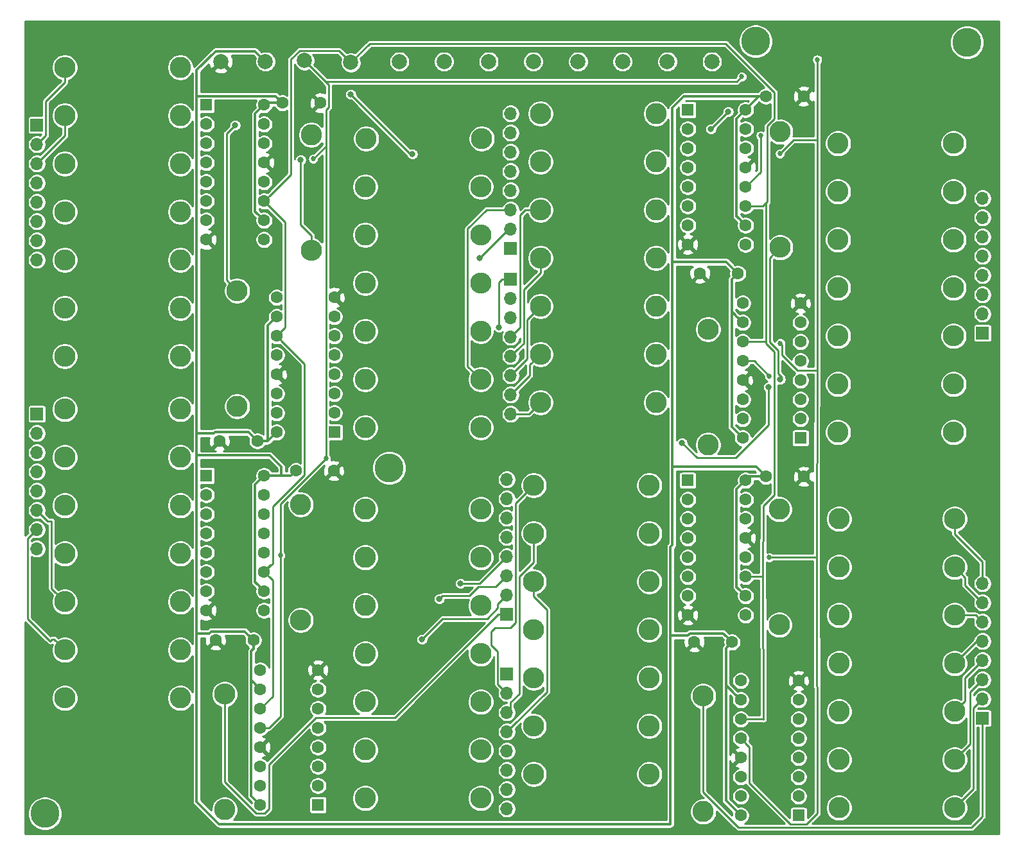
<source format=gbr>
G04 #@! TF.GenerationSoftware,KiCad,Pcbnew,(5.1.5)-3*
G04 #@! TF.CreationDate,2020-06-28T21:35:15-07:00*
G04 #@! TF.ProjectId,LED_MATRIX_SHEET_2,4c45445f-4d41-4545-9249-585f53484545,rev?*
G04 #@! TF.SameCoordinates,Original*
G04 #@! TF.FileFunction,Copper,L2,Bot*
G04 #@! TF.FilePolarity,Positive*
%FSLAX46Y46*%
G04 Gerber Fmt 4.6, Leading zero omitted, Abs format (unit mm)*
G04 Created by KiCad (PCBNEW (5.1.5)-3) date 2020-06-28 21:35:15*
%MOMM*%
%LPD*%
G04 APERTURE LIST*
%ADD10O,2.800000X2.800000*%
%ADD11C,2.800000*%
%ADD12O,1.700000X1.700000*%
%ADD13R,1.700000X1.700000*%
%ADD14C,3.800000*%
%ADD15R,1.600000X1.600000*%
%ADD16C,1.600000*%
%ADD17C,2.000000*%
%ADD18C,0.685800*%
%ADD19C,0.800000*%
%ADD20C,0.254000*%
%ADD21C,0.355600*%
%ADD22C,0.250000*%
G04 APERTURE END LIST*
D10*
X28829000Y-110617000D03*
D11*
X44069000Y-110617000D03*
D10*
X83693000Y-92075000D03*
D11*
X68453000Y-92075000D03*
D10*
X83820000Y-36830000D03*
D11*
X68580000Y-36830000D03*
D12*
X149860000Y-95504000D03*
X149860000Y-98044000D03*
X149860000Y-100584000D03*
X149860000Y-103124000D03*
X149860000Y-105664000D03*
X149860000Y-108204000D03*
X149860000Y-110744000D03*
D13*
X149860000Y-113284000D03*
D12*
X87122000Y-125222000D03*
X87122000Y-122682000D03*
X87122000Y-120142000D03*
X87122000Y-117602000D03*
X87122000Y-115062000D03*
X87122000Y-112522000D03*
X87122000Y-109982000D03*
D13*
X87122000Y-107442000D03*
D12*
X87122000Y-81788000D03*
X87122000Y-84328000D03*
X87122000Y-86868000D03*
X87122000Y-89408000D03*
X87122000Y-91948000D03*
X87122000Y-94488000D03*
X87122000Y-97028000D03*
D13*
X87122000Y-99568000D03*
D12*
X25146000Y-90932000D03*
X25146000Y-88392000D03*
X25146000Y-85852000D03*
X25146000Y-83312000D03*
X25146000Y-80772000D03*
X25146000Y-78232000D03*
X25146000Y-75692000D03*
D13*
X25146000Y-73152000D03*
D12*
X87630000Y-73152000D03*
X87630000Y-70612000D03*
X87630000Y-68072000D03*
X87630000Y-65532000D03*
X87630000Y-62992000D03*
X87630000Y-60452000D03*
X87630000Y-57912000D03*
D13*
X87630000Y-55372000D03*
D12*
X149860000Y-44704000D03*
X149860000Y-47244000D03*
X149860000Y-49784000D03*
X149860000Y-52324000D03*
X149860000Y-54864000D03*
X149860000Y-57404000D03*
X149860000Y-59944000D03*
D13*
X149860000Y-62484000D03*
D12*
X87630000Y-33528000D03*
X87630000Y-36068000D03*
X87630000Y-38608000D03*
X87630000Y-41148000D03*
X87630000Y-43688000D03*
X87630000Y-46228000D03*
X87630000Y-48768000D03*
D13*
X87630000Y-51308000D03*
D12*
X25146000Y-52832000D03*
X25146000Y-50292000D03*
X25146000Y-47752000D03*
X25146000Y-45212000D03*
X25146000Y-42672000D03*
X25146000Y-40132000D03*
X25146000Y-37592000D03*
D13*
X25146000Y-35052000D03*
D14*
X71628000Y-80264000D03*
X26225500Y-125857000D03*
X119951500Y-24003000D03*
X147828000Y-24130000D03*
D15*
X64389000Y-75565000D03*
D16*
X64389000Y-73025000D03*
X64389000Y-70485000D03*
X64389000Y-67945000D03*
X64389000Y-65405000D03*
X64389000Y-62865000D03*
X64389000Y-60325000D03*
X56769000Y-60325000D03*
X56769000Y-62865000D03*
X56769000Y-65405000D03*
X56769000Y-67945000D03*
X56769000Y-70485000D03*
X56769000Y-73025000D03*
X56769000Y-75565000D03*
X64389000Y-57785000D03*
X56769000Y-57785000D03*
X55118000Y-99060000D03*
X47498000Y-99060000D03*
X55118000Y-81280000D03*
X55118000Y-83820000D03*
X55118000Y-86360000D03*
X55118000Y-88900000D03*
X55118000Y-91440000D03*
X55118000Y-93980000D03*
X55118000Y-96520000D03*
X47498000Y-96520000D03*
X47498000Y-93980000D03*
X47498000Y-91440000D03*
X47498000Y-88900000D03*
X47498000Y-86360000D03*
X47498000Y-83820000D03*
D15*
X47498000Y-81280000D03*
D11*
X106807000Y-52578000D03*
D10*
X91567000Y-52578000D03*
X83693000Y-68580000D03*
D11*
X68453000Y-68580000D03*
D16*
X64309000Y-80645000D03*
X59309000Y-80645000D03*
D15*
X47498000Y-32385000D03*
D16*
X47498000Y-34925000D03*
X47498000Y-37465000D03*
X47498000Y-40005000D03*
X47498000Y-42545000D03*
X47498000Y-45085000D03*
X47498000Y-47625000D03*
X55118000Y-47625000D03*
X55118000Y-45085000D03*
X55118000Y-42545000D03*
X55118000Y-40005000D03*
X55118000Y-37465000D03*
X55118000Y-34925000D03*
X55118000Y-32385000D03*
X47498000Y-50165000D03*
X55118000Y-50165000D03*
X62531000Y-32131000D03*
X57531000Y-32131000D03*
X54229000Y-76708000D03*
X49229000Y-76708000D03*
X117602000Y-54610000D03*
X112602000Y-54610000D03*
X121285000Y-31242000D03*
X126285000Y-31242000D03*
X53721000Y-102997000D03*
X48721000Y-102997000D03*
X126285000Y-81407000D03*
X121285000Y-81407000D03*
X111840000Y-103251000D03*
X116840000Y-103251000D03*
D17*
X49403000Y-26670000D03*
X55291181Y-26670000D03*
X66548000Y-26797000D03*
X60452000Y-26543000D03*
X72955724Y-26670000D03*
X78843905Y-26670000D03*
X84732086Y-26670000D03*
X90620267Y-26670000D03*
X96508448Y-26670000D03*
X102396629Y-26670000D03*
X108284810Y-26670000D03*
X114173000Y-26670000D03*
D11*
X44069000Y-65532000D03*
D10*
X28829000Y-65532000D03*
X28829000Y-59182000D03*
D11*
X44069000Y-59182000D03*
D10*
X28829000Y-52832000D03*
D11*
X44069000Y-52832000D03*
X44069000Y-46482000D03*
D10*
X28829000Y-46482000D03*
X28829000Y-40132000D03*
D11*
X44069000Y-40132000D03*
X44069000Y-33782000D03*
D10*
X28829000Y-33782000D03*
X28829000Y-27432000D03*
D11*
X44069000Y-27432000D03*
X61341000Y-36322000D03*
D10*
X61341000Y-51562000D03*
X83693000Y-43180000D03*
D11*
X68453000Y-43180000D03*
X68453000Y-49530000D03*
D10*
X83693000Y-49530000D03*
X83693000Y-55880000D03*
D11*
X68453000Y-55880000D03*
X68453000Y-62230000D03*
D10*
X83693000Y-62230000D03*
D11*
X68453000Y-74930000D03*
D10*
X83693000Y-74930000D03*
X51562000Y-56896000D03*
D11*
X51562000Y-72136000D03*
X130810000Y-37465000D03*
D10*
X146050000Y-37465000D03*
X146050000Y-43815000D03*
D11*
X130810000Y-43815000D03*
D10*
X146050000Y-50165000D03*
D11*
X130810000Y-50165000D03*
X130810000Y-56515000D03*
D10*
X146050000Y-56515000D03*
X146050000Y-62865000D03*
D11*
X130810000Y-62865000D03*
X130810000Y-69215000D03*
D10*
X146050000Y-69215000D03*
X146050000Y-75565000D03*
D11*
X130810000Y-75565000D03*
X113665000Y-77216000D03*
D10*
X113665000Y-61976000D03*
X91567000Y-71628000D03*
D11*
X106807000Y-71628000D03*
X106807000Y-65278000D03*
D10*
X91567000Y-65278000D03*
X91567000Y-58928000D03*
D11*
X106807000Y-58928000D03*
D10*
X91567000Y-46228000D03*
D11*
X106807000Y-46228000D03*
X106807000Y-39878000D03*
D10*
X91567000Y-39878000D03*
X91567000Y-33528000D03*
D11*
X106807000Y-33528000D03*
X123190000Y-35941000D03*
D10*
X123190000Y-51181000D03*
D11*
X44069000Y-104267000D03*
D10*
X28829000Y-104267000D03*
D11*
X44069000Y-97917000D03*
D10*
X28829000Y-97917000D03*
X28829000Y-91567000D03*
D11*
X44069000Y-91567000D03*
X44069000Y-85217000D03*
D10*
X28829000Y-85217000D03*
X28829000Y-78867000D03*
D11*
X44069000Y-78867000D03*
X44069000Y-72517000D03*
D10*
X28829000Y-72517000D03*
X59944000Y-100330000D03*
D11*
X59944000Y-85090000D03*
X68453000Y-85725000D03*
D10*
X83693000Y-85725000D03*
D11*
X68453000Y-98425000D03*
D10*
X83693000Y-98425000D03*
X83693000Y-104775000D03*
D11*
X68453000Y-104775000D03*
X68453000Y-111125000D03*
D10*
X83693000Y-111125000D03*
X83693000Y-117475000D03*
D11*
X68453000Y-117475000D03*
X68453000Y-123825000D03*
D10*
X83693000Y-123825000D03*
X49911000Y-110109000D03*
D11*
X49911000Y-125349000D03*
D10*
X90678000Y-120650000D03*
D11*
X105918000Y-120650000D03*
X105918000Y-114300000D03*
D10*
X90678000Y-114300000D03*
D11*
X105918000Y-107950000D03*
D10*
X90678000Y-107950000D03*
D11*
X105918000Y-101600000D03*
D10*
X90678000Y-101600000D03*
X90678000Y-95250000D03*
D11*
X105918000Y-95250000D03*
X105918000Y-88900000D03*
D10*
X90678000Y-88900000D03*
X90678000Y-82550000D03*
D11*
X105918000Y-82550000D03*
X123063000Y-85725000D03*
D10*
X123063000Y-100965000D03*
D11*
X130937000Y-86995000D03*
D10*
X146177000Y-86995000D03*
X146177000Y-93345000D03*
D11*
X130937000Y-93345000D03*
D10*
X146177000Y-99695000D03*
D11*
X130937000Y-99695000D03*
X130937000Y-106045000D03*
D10*
X146177000Y-106045000D03*
X146177000Y-112395000D03*
D11*
X130937000Y-112395000D03*
X130937000Y-118745000D03*
D10*
X146177000Y-118745000D03*
X146177000Y-125095000D03*
D11*
X130937000Y-125095000D03*
D10*
X113030000Y-110363000D03*
D11*
X113030000Y-125603000D03*
D16*
X118237000Y-58547000D03*
X125857000Y-58547000D03*
X118237000Y-76327000D03*
X118237000Y-73787000D03*
X118237000Y-71247000D03*
X118237000Y-68707000D03*
X118237000Y-66167000D03*
X118237000Y-63627000D03*
X118237000Y-61087000D03*
X125857000Y-61087000D03*
X125857000Y-63627000D03*
X125857000Y-66167000D03*
X125857000Y-68707000D03*
X125857000Y-71247000D03*
X125857000Y-73787000D03*
D15*
X125857000Y-76327000D03*
D16*
X118618000Y-50800000D03*
X110998000Y-50800000D03*
X118618000Y-33020000D03*
X118618000Y-35560000D03*
X118618000Y-38100000D03*
X118618000Y-40640000D03*
X118618000Y-43180000D03*
X118618000Y-45720000D03*
X118618000Y-48260000D03*
X110998000Y-48260000D03*
X110998000Y-45720000D03*
X110998000Y-43180000D03*
X110998000Y-40640000D03*
X110998000Y-38100000D03*
X110998000Y-35560000D03*
D15*
X110998000Y-33020000D03*
D16*
X54610000Y-106934000D03*
X62230000Y-106934000D03*
X54610000Y-124714000D03*
X54610000Y-122174000D03*
X54610000Y-119634000D03*
X54610000Y-117094000D03*
X54610000Y-114554000D03*
X54610000Y-112014000D03*
X54610000Y-109474000D03*
X62230000Y-109474000D03*
X62230000Y-112014000D03*
X62230000Y-114554000D03*
X62230000Y-117094000D03*
X62230000Y-119634000D03*
X62230000Y-122174000D03*
D15*
X62230000Y-124714000D03*
X110998000Y-81915000D03*
D16*
X110998000Y-84455000D03*
X110998000Y-86995000D03*
X110998000Y-89535000D03*
X110998000Y-92075000D03*
X110998000Y-94615000D03*
X110998000Y-97155000D03*
X118618000Y-97155000D03*
X118618000Y-94615000D03*
X118618000Y-92075000D03*
X118618000Y-89535000D03*
X118618000Y-86995000D03*
X118618000Y-84455000D03*
X118618000Y-81915000D03*
X110998000Y-99695000D03*
X118618000Y-99695000D03*
D15*
X125603000Y-126111000D03*
D16*
X125603000Y-123571000D03*
X125603000Y-121031000D03*
X125603000Y-118491000D03*
X125603000Y-115951000D03*
X125603000Y-113411000D03*
X125603000Y-110871000D03*
X117983000Y-110871000D03*
X117983000Y-113411000D03*
X117983000Y-115951000D03*
X117983000Y-118491000D03*
X117983000Y-121031000D03*
X117983000Y-123571000D03*
X117983000Y-126111000D03*
X125603000Y-108331000D03*
X117983000Y-108331000D03*
D18*
X57277000Y-91821000D03*
X63261999Y-79002029D03*
X61595000Y-39497000D03*
X118110000Y-28651200D03*
X128066800Y-26416000D03*
X121742200Y-92075000D03*
X123190000Y-63804800D03*
X121742101Y-68173600D03*
X123139200Y-38811200D03*
X120599200Y-36423600D03*
D19*
X59944000Y-39624000D03*
X51308000Y-35052000D03*
X66548000Y-30988000D03*
X74676000Y-38862000D03*
X114046000Y-35560000D03*
X116332000Y-33274000D03*
X123190000Y-68580000D03*
X121666000Y-69596000D03*
X110236000Y-76962000D03*
X86106000Y-61722000D03*
X83566000Y-52578000D03*
X81026000Y-95504000D03*
X78232000Y-97536000D03*
X75946000Y-102870000D03*
D20*
X61451999Y-27542999D02*
X60452000Y-26543000D01*
X63658001Y-32671961D02*
X63658001Y-29749001D01*
X63261999Y-33067963D02*
X63658001Y-32671961D01*
X63658001Y-29749001D02*
X61451999Y-27542999D01*
X57277000Y-84987028D02*
X63261999Y-79002029D01*
X55741370Y-114554000D02*
X57277000Y-113018370D01*
X54610000Y-114554000D02*
X55741370Y-114554000D01*
X57277000Y-91440000D02*
X57277000Y-91821000D01*
X57277000Y-91440000D02*
X57277000Y-84987028D01*
X57277000Y-113018370D02*
X57277000Y-91440000D01*
X63261999Y-37830001D02*
X61595000Y-39497000D01*
X63261999Y-37830001D02*
X63261999Y-33067963D01*
X63261999Y-79002029D02*
X63261999Y-37830001D01*
X60452000Y-26543000D02*
X63220600Y-29311600D01*
X63220600Y-29311600D02*
X116687600Y-29311600D01*
X116687600Y-29311600D02*
X117449600Y-29311600D01*
X117449600Y-29311600D02*
X118110000Y-28651200D01*
X119110001Y-121806603D02*
X119110001Y-117078001D01*
X118782999Y-116750999D02*
X117983000Y-115951000D01*
X119110001Y-117078001D02*
X118782999Y-116750999D01*
X124541399Y-127238001D02*
X119110001Y-121806603D01*
X126664601Y-127238001D02*
X124541399Y-127238001D01*
X128066800Y-125835802D02*
X126664601Y-127238001D01*
X127990600Y-92075000D02*
X128016000Y-92100400D01*
X121742200Y-92075000D02*
X127990600Y-92075000D01*
X128016000Y-92100400D02*
X128066800Y-125835802D01*
X125452717Y-67430679D02*
X123393200Y-65371162D01*
X128035079Y-67430679D02*
X128016000Y-92100400D01*
X128035079Y-67430679D02*
X125452717Y-67430679D01*
X123393200Y-65371162D02*
X123393200Y-64008000D01*
X123393200Y-64008000D02*
X123190000Y-63804800D01*
X119735501Y-66167000D02*
X118237000Y-66167000D01*
X121742101Y-68173600D02*
X119735501Y-66167000D01*
X124925405Y-37024995D02*
X123139200Y-38811200D01*
X128058595Y-37024995D02*
X124925405Y-37024995D01*
X128058595Y-37024995D02*
X128035079Y-67430679D01*
X128066800Y-26416000D02*
X128058595Y-37024995D01*
X120599200Y-41198800D02*
X118618000Y-43180000D01*
X120599200Y-36423600D02*
X120599200Y-41198800D01*
X61341000Y-49582102D02*
X59944000Y-48185102D01*
X61341000Y-51562000D02*
X61341000Y-49582102D01*
X59944000Y-48185102D02*
X59944000Y-39624000D01*
X50162001Y-55496001D02*
X50162001Y-36197999D01*
X51562000Y-56896000D02*
X50162001Y-55496001D01*
X50162001Y-36197999D02*
X51308000Y-35052000D01*
X66548000Y-30988000D02*
X74422000Y-38862000D01*
X74422000Y-38862000D02*
X74676000Y-38862000D01*
X114046000Y-35560000D02*
X116332000Y-33274000D01*
X122939190Y-64791524D02*
X122939190Y-67313190D01*
X121790001Y-63642335D02*
X122939190Y-64791524D01*
X123190000Y-51181000D02*
X121790001Y-52580999D01*
X121790001Y-52580999D02*
X121790001Y-63642335D01*
X122939190Y-67313190D02*
X122939190Y-67821190D01*
X122939190Y-67821190D02*
X123444000Y-68326000D01*
X123444000Y-68326000D02*
X123190000Y-68580000D01*
X117288961Y-78943001D02*
X112217001Y-78943001D01*
X121666000Y-69596000D02*
X121666000Y-74565962D01*
X121666000Y-74565962D02*
X117288961Y-78943001D01*
X112217001Y-78943001D02*
X110236000Y-76962000D01*
X86526000Y-55372000D02*
X87630000Y-55372000D01*
X86106000Y-55792000D02*
X86526000Y-55372000D01*
X86106000Y-61722000D02*
X86106000Y-55792000D01*
X49911000Y-112088898D02*
X49911000Y-110109000D01*
X49911000Y-121682962D02*
X49911000Y-112088898D01*
X54069039Y-125841001D02*
X49911000Y-121682962D01*
X55150961Y-125841001D02*
X54069039Y-125841001D01*
X61909611Y-113206427D02*
X55737001Y-119379037D01*
X72379573Y-113206427D02*
X61909611Y-113206427D01*
X86018000Y-99568000D02*
X72379573Y-113206427D01*
X55737001Y-125254961D02*
X55150961Y-125841001D01*
X55737001Y-119379037D02*
X55737001Y-125254961D01*
X87122000Y-99568000D02*
X86018000Y-99568000D01*
X149860000Y-126238000D02*
X149860000Y-113284000D01*
X148405989Y-127692011D02*
X149860000Y-126238000D01*
X117674973Y-127692011D02*
X148405989Y-127692011D01*
X113030000Y-110363000D02*
X113030000Y-123047038D01*
X113030000Y-123047038D02*
X117674973Y-127692011D01*
D21*
X55291181Y-26670000D02*
X53913380Y-25292199D01*
X48741655Y-25292199D02*
X46228000Y-27805854D01*
X53913380Y-25292199D02*
X48741655Y-25292199D01*
X52921001Y-102197001D02*
X53721000Y-102997000D01*
X52543199Y-101819199D02*
X52921001Y-102197001D01*
X48155655Y-101819199D02*
X52543199Y-101819199D01*
X47866854Y-102108000D02*
X48155655Y-101819199D01*
X46228000Y-102108000D02*
X47866854Y-102108000D01*
X53432199Y-108296199D02*
X53810001Y-108674001D01*
X53432199Y-104417171D02*
X53432199Y-108296199D01*
X53721000Y-104128370D02*
X53432199Y-104417171D01*
X53810001Y-108674001D02*
X54610000Y-109474000D01*
X53721000Y-102997000D02*
X53721000Y-104128370D01*
X53432199Y-123536199D02*
X54610000Y-124714000D01*
X53432199Y-108296199D02*
X53432199Y-123536199D01*
X53051199Y-75530199D02*
X53429001Y-75908001D01*
X48663655Y-75530199D02*
X53051199Y-75530199D01*
X48501854Y-75692000D02*
X48663655Y-75530199D01*
X46228000Y-75692000D02*
X48501854Y-75692000D01*
X53429001Y-75908001D02*
X54229000Y-76708000D01*
X54318001Y-95720001D02*
X55118000Y-96520000D01*
X53940199Y-82457801D02*
X53940199Y-95342199D01*
X53940199Y-95342199D02*
X54318001Y-95720001D01*
X55118000Y-81280000D02*
X53940199Y-82457801D01*
X55626000Y-76708000D02*
X56769000Y-75565000D01*
X54229000Y-76708000D02*
X55626000Y-76708000D01*
X55969001Y-61124999D02*
X56769000Y-60325000D01*
X55591199Y-61502801D02*
X55969001Y-61124999D01*
X55591199Y-76673199D02*
X55591199Y-61502801D01*
X55626000Y-76708000D02*
X55591199Y-76673199D01*
X58674000Y-81280000D02*
X59309000Y-80645000D01*
X57404000Y-81280000D02*
X57404000Y-80137000D01*
X57404000Y-81280000D02*
X58674000Y-81280000D01*
X55118000Y-81280000D02*
X57404000Y-81280000D01*
X55880000Y-78613000D02*
X46228000Y-78613000D01*
X57404000Y-80137000D02*
X55880000Y-78613000D01*
X46228000Y-75692000D02*
X46228000Y-78613000D01*
X46228000Y-78613000D02*
X46228000Y-102108000D01*
X56731001Y-31331001D02*
X57531000Y-32131000D01*
X56607199Y-31207199D02*
X56731001Y-31331001D01*
X46395759Y-31207199D02*
X56607199Y-31207199D01*
X46360958Y-31242000D02*
X46395759Y-31207199D01*
X46228000Y-31242000D02*
X46360958Y-31242000D01*
X46228000Y-27805854D02*
X46228000Y-31242000D01*
X46228000Y-31242000D02*
X46228000Y-75692000D01*
X55372000Y-32131000D02*
X55118000Y-32385000D01*
X57531000Y-32131000D02*
X55372000Y-32131000D01*
X54318001Y-46825001D02*
X55118000Y-47625000D01*
X53940199Y-46447199D02*
X54318001Y-46825001D01*
X53940199Y-33562801D02*
X53940199Y-46447199D01*
X55118000Y-32385000D02*
X53940199Y-33562801D01*
X120153630Y-31242000D02*
X121285000Y-31242000D01*
X46228000Y-102108000D02*
X46228000Y-124297146D01*
X46228000Y-124297146D02*
X49184854Y-127254000D01*
X49184854Y-127254000D02*
X108712000Y-127254000D01*
X110495958Y-31242000D02*
X120153630Y-31242000D01*
X108966000Y-32771958D02*
X110495958Y-31242000D01*
X108712000Y-90678000D02*
X108966000Y-90424000D01*
X120396000Y-31242000D02*
X118618000Y-33020000D01*
X121285000Y-31242000D02*
X120396000Y-31242000D01*
X117440199Y-47082199D02*
X117818001Y-47460001D01*
X117440199Y-34197801D02*
X117440199Y-47082199D01*
X117818001Y-47460001D02*
X118618000Y-48260000D01*
X118618000Y-33020000D02*
X117440199Y-34197801D01*
X116078000Y-53086000D02*
X117602000Y-54610000D01*
X108966000Y-53086000D02*
X108966000Y-32771958D01*
X108966000Y-53086000D02*
X116078000Y-53086000D01*
X116802001Y-59652001D02*
X117437001Y-60287001D01*
X117437001Y-60287001D02*
X118237000Y-61087000D01*
X116802001Y-55409999D02*
X116802001Y-59652001D01*
X117602000Y-54610000D02*
X116802001Y-55409999D01*
X116802001Y-74892001D02*
X118237000Y-76327000D01*
X116802001Y-59652001D02*
X116802001Y-74892001D01*
X108966000Y-80137000D02*
X120015000Y-80137000D01*
X120015000Y-80137000D02*
X121285000Y-81407000D01*
X108966000Y-80137000D02*
X108966000Y-53086000D01*
X108966000Y-90424000D02*
X108966000Y-80137000D01*
X119126000Y-81407000D02*
X118618000Y-81915000D01*
X121285000Y-81407000D02*
X119126000Y-81407000D01*
X117440199Y-95977199D02*
X117818001Y-96355001D01*
X117440199Y-83092801D02*
X117440199Y-95977199D01*
X117818001Y-96355001D02*
X118618000Y-97155000D01*
X118618000Y-81915000D02*
X117440199Y-83092801D01*
X116040001Y-102451001D02*
X116840000Y-103251000D01*
X111274655Y-102073199D02*
X115662199Y-102073199D01*
X110985854Y-102362000D02*
X111274655Y-102073199D01*
X108712000Y-102362000D02*
X110985854Y-102362000D01*
X115662199Y-102073199D02*
X116040001Y-102451001D01*
X108712000Y-102362000D02*
X108712000Y-90678000D01*
X108712000Y-127254000D02*
X108712000Y-102362000D01*
X116040001Y-108928001D02*
X117183001Y-110071001D01*
X117183001Y-110071001D02*
X117983000Y-110871000D01*
X116040001Y-104050999D02*
X116040001Y-108928001D01*
X116840000Y-103251000D02*
X116040001Y-104050999D01*
X116040001Y-124168001D02*
X117983000Y-126111000D01*
X116040001Y-108928001D02*
X116040001Y-124168001D01*
X55917999Y-93180001D02*
X55118000Y-93980000D01*
D20*
X55917999Y-94779999D02*
X55118000Y-93980000D01*
X56245001Y-95107001D02*
X55917999Y-94779999D01*
X56245001Y-110378999D02*
X56245001Y-95107001D01*
X54610000Y-112014000D02*
X56245001Y-110378999D01*
X57568999Y-63664999D02*
X56769000Y-62865000D01*
X56245001Y-85376961D02*
X60436001Y-81185961D01*
X56245001Y-92852999D02*
X56245001Y-85376961D01*
X60436001Y-66532001D02*
X57568999Y-63664999D01*
X60436001Y-81185961D02*
X60436001Y-66532001D01*
X55118000Y-93980000D02*
X56245001Y-92852999D01*
X55917999Y-44285001D02*
X55118000Y-45085000D01*
X58658001Y-41544999D02*
X55917999Y-44285001D01*
X58658001Y-26373037D02*
X58658001Y-41544999D01*
X59815039Y-25215999D02*
X58658001Y-26373037D01*
X64966999Y-25215999D02*
X59815039Y-25215999D01*
X66548000Y-26797000D02*
X64966999Y-25215999D01*
X57896001Y-61737999D02*
X57568999Y-62065001D01*
X57896001Y-47863001D02*
X57896001Y-61737999D01*
X57568999Y-62065001D02*
X56769000Y-62865000D01*
X55118000Y-45085000D02*
X57896001Y-47863001D01*
X117983000Y-113411000D02*
X119114370Y-113411000D01*
X66548000Y-26797000D02*
X69062600Y-24282400D01*
X122412001Y-34213999D02*
X121462800Y-35163200D01*
X122412001Y-30701039D02*
X122412001Y-34213999D01*
X69062600Y-24282400D02*
X115993362Y-24282400D01*
X115993362Y-24282400D02*
X122412001Y-30701039D01*
X121462800Y-35163200D02*
X121462800Y-45161200D01*
X120904000Y-45720000D02*
X118618000Y-45720000D01*
X121310400Y-45313600D02*
X120904000Y-45720000D01*
X121462800Y-45161200D02*
X121310400Y-45313600D01*
X122412001Y-83820037D02*
X120954800Y-85277238D01*
X121310400Y-63804800D02*
X122412001Y-64906401D01*
X122412001Y-64906401D02*
X122412001Y-83820037D01*
X120929400Y-113411000D02*
X117983000Y-113411000D01*
X120954800Y-113436400D02*
X120929400Y-113411000D01*
X118618000Y-94615000D02*
X120878600Y-94615000D01*
X120878600Y-94615000D02*
X120904000Y-94640400D01*
X120954800Y-85277238D02*
X120904000Y-94640400D01*
X120904000Y-94640400D02*
X120954800Y-113436400D01*
X121285000Y-63627000D02*
X121310400Y-63601600D01*
X118237000Y-63627000D02*
X121285000Y-63627000D01*
X121310400Y-45313600D02*
X121310400Y-63601600D01*
X121310400Y-63601600D02*
X121310400Y-63804800D01*
X28829000Y-36449000D02*
X25146000Y-40132000D01*
X28829000Y-33782000D02*
X28829000Y-36449000D01*
X26323001Y-36414999D02*
X25995999Y-36742001D01*
X28829000Y-29411898D02*
X26323001Y-31917897D01*
X25995999Y-36742001D02*
X25146000Y-37592000D01*
X26323001Y-31917897D02*
X26323001Y-36414999D01*
X28829000Y-27432000D02*
X28829000Y-29411898D01*
X86427919Y-46228000D02*
X87630000Y-46228000D01*
X84439038Y-46228000D02*
X86427919Y-46228000D01*
X81965999Y-48701039D02*
X84439038Y-46228000D01*
X81965999Y-66852999D02*
X81965999Y-48701039D01*
X83693000Y-68580000D02*
X81965999Y-66852999D01*
X87376000Y-48768000D02*
X87630000Y-48768000D01*
X83566000Y-52578000D02*
X87376000Y-48768000D01*
X90043000Y-73152000D02*
X87630000Y-73152000D01*
X91567000Y-71628000D02*
X90043000Y-73152000D01*
X90167001Y-68074999D02*
X88479999Y-69762001D01*
X88479999Y-69762001D02*
X87630000Y-70612000D01*
X90167001Y-66677999D02*
X90167001Y-68074999D01*
X91567000Y-65278000D02*
X90167001Y-66677999D01*
X88479999Y-67222001D02*
X87630000Y-68072000D01*
X89808020Y-65893980D02*
X88479999Y-67222001D01*
X89808020Y-60686980D02*
X89808020Y-65893980D01*
X91567000Y-58928000D02*
X89808020Y-60686980D01*
X88479999Y-64682001D02*
X87630000Y-65532000D01*
X89354010Y-63807990D02*
X88479999Y-64682001D01*
X89354010Y-56770888D02*
X89354010Y-63807990D01*
X91567000Y-54557898D02*
X89354010Y-56770888D01*
X91567000Y-52578000D02*
X91567000Y-54557898D01*
X88900000Y-61722000D02*
X87630000Y-62992000D01*
X91567000Y-46228000D02*
X89587102Y-46228000D01*
X88900000Y-46915102D02*
X88900000Y-61722000D01*
X89587102Y-46228000D02*
X88900000Y-46915102D01*
X27429001Y-102867001D02*
X28829000Y-104267000D01*
X23968999Y-100168999D02*
X26921001Y-103121001D01*
X23968999Y-89569001D02*
X23968999Y-100168999D01*
X25146000Y-88392000D02*
X23968999Y-89569001D01*
D22*
X26921001Y-103121001D02*
X26926999Y-103121001D01*
X27180999Y-102867001D02*
X27429001Y-102867001D01*
X26926999Y-103121001D02*
X27180999Y-102867001D01*
D20*
X27429001Y-96517001D02*
X28829000Y-97917000D01*
X27101999Y-96189999D02*
X27429001Y-96517001D01*
X25146000Y-85852000D02*
X26593999Y-87299999D01*
D22*
X26593999Y-87299999D02*
X27101999Y-87299999D01*
X27101999Y-87833001D02*
X27101999Y-96189999D01*
X27101999Y-87299999D02*
X27101999Y-87833001D01*
D20*
X83566000Y-95504000D02*
X87122000Y-91948000D01*
X81026000Y-95504000D02*
X83566000Y-95504000D01*
X85651990Y-95958010D02*
X86272001Y-95337999D01*
X83365990Y-95958010D02*
X85651990Y-95958010D01*
X78631999Y-97136001D02*
X82187999Y-97136001D01*
X86272001Y-95337999D02*
X87122000Y-94488000D01*
X82187999Y-97136001D02*
X83365990Y-95958010D01*
X78232000Y-97536000D02*
X78631999Y-97136001D01*
X86272001Y-97877999D02*
X87122000Y-97028000D01*
X85944999Y-98205001D02*
X86272001Y-97877999D01*
X85944999Y-98728963D02*
X85944999Y-98205001D01*
X84521961Y-100152001D02*
X85944999Y-98728963D01*
X78663999Y-100152001D02*
X84521961Y-100152001D01*
X75946000Y-102870000D02*
X78663999Y-100152001D01*
X87971999Y-114212001D02*
X87122000Y-115062000D01*
X92405001Y-109778999D02*
X87971999Y-114212001D01*
X92405001Y-98956899D02*
X92405001Y-109778999D01*
X90678000Y-97229898D02*
X92405001Y-98956899D01*
X90678000Y-95250000D02*
X90678000Y-97229898D01*
X87630000Y-112014000D02*
X86868000Y-112776000D01*
X90678000Y-92694038D02*
X88753011Y-94619027D01*
X88753011Y-94619027D02*
X88753011Y-110092951D01*
X88753011Y-110092951D02*
X87630000Y-111215962D01*
X90678000Y-88900000D02*
X90678000Y-92694038D01*
X87630000Y-111215962D02*
X87630000Y-112014000D01*
X86272001Y-109132001D02*
X87122000Y-109982000D01*
X85944999Y-108804999D02*
X86272001Y-109132001D01*
X85090000Y-103616038D02*
X85944999Y-104471037D01*
X85090000Y-101854000D02*
X85090000Y-103616038D01*
X85598000Y-101346000D02*
X85090000Y-101854000D01*
X87632602Y-101346000D02*
X85598000Y-101346000D01*
X88299001Y-100679601D02*
X87632602Y-101346000D01*
X88299001Y-84928999D02*
X88299001Y-100679601D01*
X85944999Y-104471037D02*
X85944999Y-108804999D01*
X90678000Y-82550000D02*
X88299001Y-84928999D01*
X149860000Y-94301919D02*
X149860000Y-95504000D01*
X149860000Y-92657898D02*
X149860000Y-94301919D01*
X146177000Y-88974898D02*
X149860000Y-92657898D01*
X146177000Y-86995000D02*
X146177000Y-88974898D01*
X149010001Y-97194001D02*
X149860000Y-98044000D01*
X147576999Y-94744999D02*
X147576999Y-95760999D01*
X147576999Y-95760999D02*
X149010001Y-97194001D01*
X146177000Y-93345000D02*
X147576999Y-94744999D01*
X148971000Y-99695000D02*
X149860000Y-100584000D01*
X146177000Y-99695000D02*
X148971000Y-99695000D01*
X149098000Y-103124000D02*
X149860000Y-103124000D01*
X146177000Y-106045000D02*
X149098000Y-103124000D01*
X149010001Y-106513999D02*
X149860000Y-105664000D01*
X147576999Y-107947001D02*
X149010001Y-106513999D01*
X147576999Y-110995001D02*
X147576999Y-107947001D01*
X146177000Y-112395000D02*
X147576999Y-110995001D01*
X148228989Y-109835011D02*
X149010001Y-109053999D01*
X148228989Y-116693011D02*
X148228989Y-109835011D01*
X149010001Y-109053999D02*
X149860000Y-108204000D01*
X146177000Y-118745000D02*
X148228989Y-116693011D01*
X149010001Y-111593999D02*
X149860000Y-110744000D01*
X148682999Y-111921001D02*
X149010001Y-111593999D01*
X148682999Y-122589001D02*
X148682999Y-111921001D01*
X146177000Y-125095000D02*
X148682999Y-122589001D01*
G36*
X152006301Y-128511300D02*
G01*
X23634700Y-128511300D01*
X23634700Y-125632341D01*
X23944500Y-125632341D01*
X23944500Y-126081659D01*
X24032157Y-126522343D01*
X24204104Y-126937459D01*
X24453731Y-127311053D01*
X24771447Y-127628769D01*
X25145041Y-127878396D01*
X25560157Y-128050343D01*
X26000841Y-128138000D01*
X26450159Y-128138000D01*
X26890843Y-128050343D01*
X27305959Y-127878396D01*
X27679553Y-127628769D01*
X27997269Y-127311053D01*
X28246896Y-126937459D01*
X28418843Y-126522343D01*
X28506500Y-126081659D01*
X28506500Y-125632341D01*
X28418843Y-125191657D01*
X28246896Y-124776541D01*
X27997269Y-124402947D01*
X27679553Y-124085231D01*
X27305959Y-123835604D01*
X26890843Y-123663657D01*
X26450159Y-123576000D01*
X26000841Y-123576000D01*
X25560157Y-123663657D01*
X25145041Y-123835604D01*
X24771447Y-124085231D01*
X24453731Y-124402947D01*
X24204104Y-124776541D01*
X24032157Y-125191657D01*
X23944500Y-125632341D01*
X23634700Y-125632341D01*
X23634700Y-110441587D01*
X27048000Y-110441587D01*
X27048000Y-110792413D01*
X27116443Y-111136498D01*
X27250699Y-111460620D01*
X27445607Y-111752321D01*
X27693679Y-112000393D01*
X27985380Y-112195301D01*
X28309502Y-112329557D01*
X28653587Y-112398000D01*
X29004413Y-112398000D01*
X29348498Y-112329557D01*
X29672620Y-112195301D01*
X29964321Y-112000393D01*
X30212393Y-111752321D01*
X30407301Y-111460620D01*
X30541557Y-111136498D01*
X30610000Y-110792413D01*
X30610000Y-110441587D01*
X30541557Y-110097502D01*
X30407301Y-109773380D01*
X30212393Y-109481679D01*
X29964321Y-109233607D01*
X29672620Y-109038699D01*
X29348498Y-108904443D01*
X29004413Y-108836000D01*
X28653587Y-108836000D01*
X28309502Y-108904443D01*
X27985380Y-109038699D01*
X27693679Y-109233607D01*
X27445607Y-109481679D01*
X27250699Y-109773380D01*
X27116443Y-110097502D01*
X27048000Y-110441587D01*
X23634700Y-110441587D01*
X23634700Y-100553120D01*
X26558577Y-103476998D01*
X26561474Y-103480528D01*
X26565004Y-103483425D01*
X26579430Y-103497851D01*
X26637405Y-103545430D01*
X26725656Y-103592601D01*
X26821416Y-103621649D01*
X26921000Y-103631458D01*
X27020585Y-103621649D01*
X27116344Y-103592601D01*
X27117506Y-103591980D01*
X27121574Y-103590746D01*
X27198378Y-103549693D01*
X27116443Y-103747502D01*
X27048000Y-104091587D01*
X27048000Y-104442413D01*
X27116443Y-104786498D01*
X27250699Y-105110620D01*
X27445607Y-105402321D01*
X27693679Y-105650393D01*
X27985380Y-105845301D01*
X28309502Y-105979557D01*
X28653587Y-106048000D01*
X29004413Y-106048000D01*
X29348498Y-105979557D01*
X29672620Y-105845301D01*
X29964321Y-105650393D01*
X30212393Y-105402321D01*
X30407301Y-105110620D01*
X30541557Y-104786498D01*
X30610000Y-104442413D01*
X30610000Y-104091587D01*
X30541557Y-103747502D01*
X30407301Y-103423380D01*
X30212393Y-103131679D01*
X29964321Y-102883607D01*
X29672620Y-102688699D01*
X29348498Y-102554443D01*
X29004413Y-102486000D01*
X28653587Y-102486000D01*
X28309502Y-102554443D01*
X27985380Y-102688699D01*
X27975632Y-102695212D01*
X27791430Y-102511010D01*
X27788528Y-102507474D01*
X27784992Y-102504572D01*
X27770571Y-102490151D01*
X27712596Y-102442572D01*
X27624344Y-102395401D01*
X27528585Y-102366353D01*
X27429001Y-102356544D01*
X27383752Y-102361001D01*
X27205844Y-102361001D01*
X27180998Y-102358554D01*
X27156152Y-102361001D01*
X27156145Y-102361001D01*
X27091693Y-102367349D01*
X27081805Y-102368323D01*
X27012177Y-102389444D01*
X26986424Y-102397256D01*
X26940320Y-102421899D01*
X24476999Y-99958579D01*
X24476999Y-91965499D01*
X24562903Y-92022898D01*
X24786931Y-92115693D01*
X25024757Y-92163000D01*
X25267243Y-92163000D01*
X25505069Y-92115693D01*
X25729097Y-92022898D01*
X25930717Y-91888180D01*
X26102180Y-91716717D01*
X26236898Y-91515097D01*
X26329693Y-91291069D01*
X26377000Y-91053243D01*
X26377000Y-90810757D01*
X26329693Y-90572931D01*
X26236898Y-90348903D01*
X26102180Y-90147283D01*
X25930717Y-89975820D01*
X25729097Y-89841102D01*
X25505069Y-89748307D01*
X25267243Y-89701000D01*
X25024757Y-89701000D01*
X24786931Y-89748307D01*
X24562903Y-89841102D01*
X24476999Y-89898501D01*
X24476999Y-89779421D01*
X24711833Y-89544587D01*
X24786931Y-89575693D01*
X25024757Y-89623000D01*
X25267243Y-89623000D01*
X25505069Y-89575693D01*
X25729097Y-89482898D01*
X25930717Y-89348180D01*
X26102180Y-89176717D01*
X26236898Y-88975097D01*
X26329693Y-88751069D01*
X26377000Y-88513243D01*
X26377000Y-88270757D01*
X26329693Y-88032931D01*
X26236898Y-87808903D01*
X26102180Y-87607283D01*
X25930717Y-87435820D01*
X25729097Y-87301102D01*
X25505069Y-87208307D01*
X25267243Y-87161000D01*
X25024757Y-87161000D01*
X24786931Y-87208307D01*
X24562903Y-87301102D01*
X24361283Y-87435820D01*
X24189820Y-87607283D01*
X24055102Y-87808903D01*
X23962307Y-88032931D01*
X23915000Y-88270757D01*
X23915000Y-88513243D01*
X23962307Y-88751069D01*
X23993413Y-88826167D01*
X23634700Y-89184880D01*
X23634700Y-85730757D01*
X23915000Y-85730757D01*
X23915000Y-85973243D01*
X23962307Y-86211069D01*
X24055102Y-86435097D01*
X24189820Y-86636717D01*
X24361283Y-86808180D01*
X24562903Y-86942898D01*
X24786931Y-87035693D01*
X25024757Y-87083000D01*
X25267243Y-87083000D01*
X25505069Y-87035693D01*
X25580167Y-87004587D01*
X26231570Y-87655990D01*
X26234472Y-87659526D01*
X26238008Y-87662428D01*
X26252429Y-87676849D01*
X26310404Y-87724428D01*
X26398655Y-87771599D01*
X26494414Y-87800647D01*
X26593999Y-87810456D01*
X26595999Y-87810259D01*
X26596000Y-96144740D01*
X26591542Y-96189999D01*
X26601351Y-96289583D01*
X26630399Y-96385342D01*
X26677570Y-96473594D01*
X26725149Y-96531569D01*
X26739576Y-96545996D01*
X26742473Y-96549526D01*
X26746003Y-96552423D01*
X27052147Y-96858566D01*
X27052151Y-96858571D01*
X27257212Y-97063632D01*
X27250699Y-97073380D01*
X27116443Y-97397502D01*
X27048000Y-97741587D01*
X27048000Y-98092413D01*
X27116443Y-98436498D01*
X27250699Y-98760620D01*
X27445607Y-99052321D01*
X27693679Y-99300393D01*
X27985380Y-99495301D01*
X28309502Y-99629557D01*
X28653587Y-99698000D01*
X29004413Y-99698000D01*
X29348498Y-99629557D01*
X29672620Y-99495301D01*
X29964321Y-99300393D01*
X30212393Y-99052321D01*
X30407301Y-98760620D01*
X30541557Y-98436498D01*
X30610000Y-98092413D01*
X30610000Y-97741587D01*
X30541557Y-97397502D01*
X30407301Y-97073380D01*
X30212393Y-96781679D01*
X29964321Y-96533607D01*
X29672620Y-96338699D01*
X29348498Y-96204443D01*
X29004413Y-96136000D01*
X28653587Y-96136000D01*
X28309502Y-96204443D01*
X27985380Y-96338699D01*
X27975632Y-96345212D01*
X27770571Y-96140151D01*
X27770566Y-96140147D01*
X27607999Y-95977579D01*
X27607999Y-92864713D01*
X27693679Y-92950393D01*
X27985380Y-93145301D01*
X28309502Y-93279557D01*
X28653587Y-93348000D01*
X29004413Y-93348000D01*
X29348498Y-93279557D01*
X29672620Y-93145301D01*
X29964321Y-92950393D01*
X30212393Y-92702321D01*
X30407301Y-92410620D01*
X30541557Y-92086498D01*
X30610000Y-91742413D01*
X30610000Y-91391587D01*
X30541557Y-91047502D01*
X30407301Y-90723380D01*
X30212393Y-90431679D01*
X29964321Y-90183607D01*
X29672620Y-89988699D01*
X29348498Y-89854443D01*
X29004413Y-89786000D01*
X28653587Y-89786000D01*
X28309502Y-89854443D01*
X27985380Y-89988699D01*
X27693679Y-90183607D01*
X27607999Y-90269287D01*
X27607999Y-87324853D01*
X27610447Y-87299999D01*
X27600677Y-87200806D01*
X27571744Y-87105424D01*
X27524758Y-87017520D01*
X27461526Y-86940472D01*
X27384478Y-86877240D01*
X27296574Y-86830254D01*
X27201192Y-86801321D01*
X27126853Y-86793999D01*
X27101999Y-86791551D01*
X27077145Y-86793999D01*
X26806419Y-86793999D01*
X26298587Y-86286167D01*
X26329693Y-86211069D01*
X26377000Y-85973243D01*
X26377000Y-85730757D01*
X26329693Y-85492931D01*
X26236898Y-85268903D01*
X26102180Y-85067283D01*
X26076484Y-85041587D01*
X27048000Y-85041587D01*
X27048000Y-85392413D01*
X27116443Y-85736498D01*
X27250699Y-86060620D01*
X27445607Y-86352321D01*
X27693679Y-86600393D01*
X27985380Y-86795301D01*
X28309502Y-86929557D01*
X28653587Y-86998000D01*
X29004413Y-86998000D01*
X29348498Y-86929557D01*
X29672620Y-86795301D01*
X29964321Y-86600393D01*
X30212393Y-86352321D01*
X30407301Y-86060620D01*
X30541557Y-85736498D01*
X30610000Y-85392413D01*
X30610000Y-85041587D01*
X30541557Y-84697502D01*
X30407301Y-84373380D01*
X30212393Y-84081679D01*
X29964321Y-83833607D01*
X29672620Y-83638699D01*
X29348498Y-83504443D01*
X29004413Y-83436000D01*
X28653587Y-83436000D01*
X28309502Y-83504443D01*
X27985380Y-83638699D01*
X27693679Y-83833607D01*
X27445607Y-84081679D01*
X27250699Y-84373380D01*
X27116443Y-84697502D01*
X27048000Y-85041587D01*
X26076484Y-85041587D01*
X25930717Y-84895820D01*
X25729097Y-84761102D01*
X25505069Y-84668307D01*
X25267243Y-84621000D01*
X25024757Y-84621000D01*
X24786931Y-84668307D01*
X24562903Y-84761102D01*
X24361283Y-84895820D01*
X24189820Y-85067283D01*
X24055102Y-85268903D01*
X23962307Y-85492931D01*
X23915000Y-85730757D01*
X23634700Y-85730757D01*
X23634700Y-83190757D01*
X23915000Y-83190757D01*
X23915000Y-83433243D01*
X23962307Y-83671069D01*
X24055102Y-83895097D01*
X24189820Y-84096717D01*
X24361283Y-84268180D01*
X24562903Y-84402898D01*
X24786931Y-84495693D01*
X25024757Y-84543000D01*
X25267243Y-84543000D01*
X25505069Y-84495693D01*
X25729097Y-84402898D01*
X25930717Y-84268180D01*
X26102180Y-84096717D01*
X26236898Y-83895097D01*
X26329693Y-83671069D01*
X26377000Y-83433243D01*
X26377000Y-83190757D01*
X26329693Y-82952931D01*
X26236898Y-82728903D01*
X26102180Y-82527283D01*
X25930717Y-82355820D01*
X25729097Y-82221102D01*
X25505069Y-82128307D01*
X25267243Y-82081000D01*
X25024757Y-82081000D01*
X24786931Y-82128307D01*
X24562903Y-82221102D01*
X24361283Y-82355820D01*
X24189820Y-82527283D01*
X24055102Y-82728903D01*
X23962307Y-82952931D01*
X23915000Y-83190757D01*
X23634700Y-83190757D01*
X23634700Y-80650757D01*
X23915000Y-80650757D01*
X23915000Y-80893243D01*
X23962307Y-81131069D01*
X24055102Y-81355097D01*
X24189820Y-81556717D01*
X24361283Y-81728180D01*
X24562903Y-81862898D01*
X24786931Y-81955693D01*
X25024757Y-82003000D01*
X25267243Y-82003000D01*
X25505069Y-81955693D01*
X25729097Y-81862898D01*
X25930717Y-81728180D01*
X26102180Y-81556717D01*
X26236898Y-81355097D01*
X26329693Y-81131069D01*
X26377000Y-80893243D01*
X26377000Y-80650757D01*
X26329693Y-80412931D01*
X26236898Y-80188903D01*
X26102180Y-79987283D01*
X25930717Y-79815820D01*
X25729097Y-79681102D01*
X25505069Y-79588307D01*
X25267243Y-79541000D01*
X25024757Y-79541000D01*
X24786931Y-79588307D01*
X24562903Y-79681102D01*
X24361283Y-79815820D01*
X24189820Y-79987283D01*
X24055102Y-80188903D01*
X23962307Y-80412931D01*
X23915000Y-80650757D01*
X23634700Y-80650757D01*
X23634700Y-78110757D01*
X23915000Y-78110757D01*
X23915000Y-78353243D01*
X23962307Y-78591069D01*
X24055102Y-78815097D01*
X24189820Y-79016717D01*
X24361283Y-79188180D01*
X24562903Y-79322898D01*
X24786931Y-79415693D01*
X25024757Y-79463000D01*
X25267243Y-79463000D01*
X25505069Y-79415693D01*
X25729097Y-79322898D01*
X25930717Y-79188180D01*
X26102180Y-79016717D01*
X26236898Y-78815097D01*
X26288057Y-78691587D01*
X27048000Y-78691587D01*
X27048000Y-79042413D01*
X27116443Y-79386498D01*
X27250699Y-79710620D01*
X27445607Y-80002321D01*
X27693679Y-80250393D01*
X27985380Y-80445301D01*
X28309502Y-80579557D01*
X28653587Y-80648000D01*
X29004413Y-80648000D01*
X29348498Y-80579557D01*
X29672620Y-80445301D01*
X29964321Y-80250393D01*
X30212393Y-80002321D01*
X30407301Y-79710620D01*
X30541557Y-79386498D01*
X30610000Y-79042413D01*
X30610000Y-78691587D01*
X30541557Y-78347502D01*
X30407301Y-78023380D01*
X30212393Y-77731679D01*
X29964321Y-77483607D01*
X29672620Y-77288699D01*
X29348498Y-77154443D01*
X29004413Y-77086000D01*
X28653587Y-77086000D01*
X28309502Y-77154443D01*
X27985380Y-77288699D01*
X27693679Y-77483607D01*
X27445607Y-77731679D01*
X27250699Y-78023380D01*
X27116443Y-78347502D01*
X27048000Y-78691587D01*
X26288057Y-78691587D01*
X26329693Y-78591069D01*
X26377000Y-78353243D01*
X26377000Y-78110757D01*
X26329693Y-77872931D01*
X26236898Y-77648903D01*
X26102180Y-77447283D01*
X25930717Y-77275820D01*
X25729097Y-77141102D01*
X25505069Y-77048307D01*
X25267243Y-77001000D01*
X25024757Y-77001000D01*
X24786931Y-77048307D01*
X24562903Y-77141102D01*
X24361283Y-77275820D01*
X24189820Y-77447283D01*
X24055102Y-77648903D01*
X23962307Y-77872931D01*
X23915000Y-78110757D01*
X23634700Y-78110757D01*
X23634700Y-75570757D01*
X23915000Y-75570757D01*
X23915000Y-75813243D01*
X23962307Y-76051069D01*
X24055102Y-76275097D01*
X24189820Y-76476717D01*
X24361283Y-76648180D01*
X24562903Y-76782898D01*
X24786931Y-76875693D01*
X25024757Y-76923000D01*
X25267243Y-76923000D01*
X25505069Y-76875693D01*
X25729097Y-76782898D01*
X25930717Y-76648180D01*
X26102180Y-76476717D01*
X26236898Y-76275097D01*
X26329693Y-76051069D01*
X26377000Y-75813243D01*
X26377000Y-75570757D01*
X26329693Y-75332931D01*
X26236898Y-75108903D01*
X26102180Y-74907283D01*
X25930717Y-74735820D01*
X25729097Y-74601102D01*
X25505069Y-74508307D01*
X25267243Y-74461000D01*
X25024757Y-74461000D01*
X24786931Y-74508307D01*
X24562903Y-74601102D01*
X24361283Y-74735820D01*
X24189820Y-74907283D01*
X24055102Y-75108903D01*
X23962307Y-75332931D01*
X23915000Y-75570757D01*
X23634700Y-75570757D01*
X23634700Y-72302000D01*
X23913157Y-72302000D01*
X23913157Y-74002000D01*
X23920513Y-74076689D01*
X23942299Y-74148508D01*
X23977678Y-74214696D01*
X24025289Y-74272711D01*
X24083304Y-74320322D01*
X24149492Y-74355701D01*
X24221311Y-74377487D01*
X24296000Y-74384843D01*
X25996000Y-74384843D01*
X26070689Y-74377487D01*
X26142508Y-74355701D01*
X26208696Y-74320322D01*
X26266711Y-74272711D01*
X26314322Y-74214696D01*
X26349701Y-74148508D01*
X26371487Y-74076689D01*
X26378843Y-74002000D01*
X26378843Y-72341587D01*
X27048000Y-72341587D01*
X27048000Y-72692413D01*
X27116443Y-73036498D01*
X27250699Y-73360620D01*
X27445607Y-73652321D01*
X27693679Y-73900393D01*
X27985380Y-74095301D01*
X28309502Y-74229557D01*
X28653587Y-74298000D01*
X29004413Y-74298000D01*
X29348498Y-74229557D01*
X29672620Y-74095301D01*
X29964321Y-73900393D01*
X30212393Y-73652321D01*
X30407301Y-73360620D01*
X30541557Y-73036498D01*
X30610000Y-72692413D01*
X30610000Y-72341587D01*
X30541557Y-71997502D01*
X30407301Y-71673380D01*
X30212393Y-71381679D01*
X29964321Y-71133607D01*
X29672620Y-70938699D01*
X29348498Y-70804443D01*
X29004413Y-70736000D01*
X28653587Y-70736000D01*
X28309502Y-70804443D01*
X27985380Y-70938699D01*
X27693679Y-71133607D01*
X27445607Y-71381679D01*
X27250699Y-71673380D01*
X27116443Y-71997502D01*
X27048000Y-72341587D01*
X26378843Y-72341587D01*
X26378843Y-72302000D01*
X26371487Y-72227311D01*
X26349701Y-72155492D01*
X26314322Y-72089304D01*
X26266711Y-72031289D01*
X26208696Y-71983678D01*
X26142508Y-71948299D01*
X26070689Y-71926513D01*
X25996000Y-71919157D01*
X24296000Y-71919157D01*
X24221311Y-71926513D01*
X24149492Y-71948299D01*
X24083304Y-71983678D01*
X24025289Y-72031289D01*
X23977678Y-72089304D01*
X23942299Y-72155492D01*
X23920513Y-72227311D01*
X23913157Y-72302000D01*
X23634700Y-72302000D01*
X23634700Y-65356587D01*
X27048000Y-65356587D01*
X27048000Y-65707413D01*
X27116443Y-66051498D01*
X27250699Y-66375620D01*
X27445607Y-66667321D01*
X27693679Y-66915393D01*
X27985380Y-67110301D01*
X28309502Y-67244557D01*
X28653587Y-67313000D01*
X29004413Y-67313000D01*
X29348498Y-67244557D01*
X29672620Y-67110301D01*
X29964321Y-66915393D01*
X30212393Y-66667321D01*
X30407301Y-66375620D01*
X30541557Y-66051498D01*
X30610000Y-65707413D01*
X30610000Y-65356587D01*
X30541557Y-65012502D01*
X30407301Y-64688380D01*
X30212393Y-64396679D01*
X29964321Y-64148607D01*
X29672620Y-63953699D01*
X29348498Y-63819443D01*
X29004413Y-63751000D01*
X28653587Y-63751000D01*
X28309502Y-63819443D01*
X27985380Y-63953699D01*
X27693679Y-64148607D01*
X27445607Y-64396679D01*
X27250699Y-64688380D01*
X27116443Y-65012502D01*
X27048000Y-65356587D01*
X23634700Y-65356587D01*
X23634700Y-59006587D01*
X27048000Y-59006587D01*
X27048000Y-59357413D01*
X27116443Y-59701498D01*
X27250699Y-60025620D01*
X27445607Y-60317321D01*
X27693679Y-60565393D01*
X27985380Y-60760301D01*
X28309502Y-60894557D01*
X28653587Y-60963000D01*
X29004413Y-60963000D01*
X29348498Y-60894557D01*
X29672620Y-60760301D01*
X29964321Y-60565393D01*
X30212393Y-60317321D01*
X30407301Y-60025620D01*
X30541557Y-59701498D01*
X30610000Y-59357413D01*
X30610000Y-59006587D01*
X30541557Y-58662502D01*
X30407301Y-58338380D01*
X30212393Y-58046679D01*
X29964321Y-57798607D01*
X29672620Y-57603699D01*
X29348498Y-57469443D01*
X29004413Y-57401000D01*
X28653587Y-57401000D01*
X28309502Y-57469443D01*
X27985380Y-57603699D01*
X27693679Y-57798607D01*
X27445607Y-58046679D01*
X27250699Y-58338380D01*
X27116443Y-58662502D01*
X27048000Y-59006587D01*
X23634700Y-59006587D01*
X23634700Y-52710757D01*
X23915000Y-52710757D01*
X23915000Y-52953243D01*
X23962307Y-53191069D01*
X24055102Y-53415097D01*
X24189820Y-53616717D01*
X24361283Y-53788180D01*
X24562903Y-53922898D01*
X24786931Y-54015693D01*
X25024757Y-54063000D01*
X25267243Y-54063000D01*
X25505069Y-54015693D01*
X25729097Y-53922898D01*
X25930717Y-53788180D01*
X26102180Y-53616717D01*
X26236898Y-53415097D01*
X26329693Y-53191069D01*
X26377000Y-52953243D01*
X26377000Y-52710757D01*
X26366225Y-52656587D01*
X27048000Y-52656587D01*
X27048000Y-53007413D01*
X27116443Y-53351498D01*
X27250699Y-53675620D01*
X27445607Y-53967321D01*
X27693679Y-54215393D01*
X27985380Y-54410301D01*
X28309502Y-54544557D01*
X28653587Y-54613000D01*
X29004413Y-54613000D01*
X29348498Y-54544557D01*
X29672620Y-54410301D01*
X29964321Y-54215393D01*
X30212393Y-53967321D01*
X30407301Y-53675620D01*
X30541557Y-53351498D01*
X30610000Y-53007413D01*
X30610000Y-52656587D01*
X30541557Y-52312502D01*
X30407301Y-51988380D01*
X30212393Y-51696679D01*
X29964321Y-51448607D01*
X29672620Y-51253699D01*
X29348498Y-51119443D01*
X29004413Y-51051000D01*
X28653587Y-51051000D01*
X28309502Y-51119443D01*
X27985380Y-51253699D01*
X27693679Y-51448607D01*
X27445607Y-51696679D01*
X27250699Y-51988380D01*
X27116443Y-52312502D01*
X27048000Y-52656587D01*
X26366225Y-52656587D01*
X26329693Y-52472931D01*
X26236898Y-52248903D01*
X26102180Y-52047283D01*
X25930717Y-51875820D01*
X25729097Y-51741102D01*
X25505069Y-51648307D01*
X25267243Y-51601000D01*
X25024757Y-51601000D01*
X24786931Y-51648307D01*
X24562903Y-51741102D01*
X24361283Y-51875820D01*
X24189820Y-52047283D01*
X24055102Y-52248903D01*
X23962307Y-52472931D01*
X23915000Y-52710757D01*
X23634700Y-52710757D01*
X23634700Y-50170757D01*
X23915000Y-50170757D01*
X23915000Y-50413243D01*
X23962307Y-50651069D01*
X24055102Y-50875097D01*
X24189820Y-51076717D01*
X24361283Y-51248180D01*
X24562903Y-51382898D01*
X24786931Y-51475693D01*
X25024757Y-51523000D01*
X25267243Y-51523000D01*
X25505069Y-51475693D01*
X25729097Y-51382898D01*
X25930717Y-51248180D01*
X26102180Y-51076717D01*
X26236898Y-50875097D01*
X26329693Y-50651069D01*
X26377000Y-50413243D01*
X26377000Y-50170757D01*
X26329693Y-49932931D01*
X26236898Y-49708903D01*
X26102180Y-49507283D01*
X25930717Y-49335820D01*
X25729097Y-49201102D01*
X25505069Y-49108307D01*
X25267243Y-49061000D01*
X25024757Y-49061000D01*
X24786931Y-49108307D01*
X24562903Y-49201102D01*
X24361283Y-49335820D01*
X24189820Y-49507283D01*
X24055102Y-49708903D01*
X23962307Y-49932931D01*
X23915000Y-50170757D01*
X23634700Y-50170757D01*
X23634700Y-47630757D01*
X23915000Y-47630757D01*
X23915000Y-47873243D01*
X23962307Y-48111069D01*
X24055102Y-48335097D01*
X24189820Y-48536717D01*
X24361283Y-48708180D01*
X24562903Y-48842898D01*
X24786931Y-48935693D01*
X25024757Y-48983000D01*
X25267243Y-48983000D01*
X25505069Y-48935693D01*
X25729097Y-48842898D01*
X25930717Y-48708180D01*
X26102180Y-48536717D01*
X26236898Y-48335097D01*
X26329693Y-48111069D01*
X26377000Y-47873243D01*
X26377000Y-47630757D01*
X26329693Y-47392931D01*
X26236898Y-47168903D01*
X26102180Y-46967283D01*
X25930717Y-46795820D01*
X25729097Y-46661102D01*
X25505069Y-46568307D01*
X25267243Y-46521000D01*
X25024757Y-46521000D01*
X24786931Y-46568307D01*
X24562903Y-46661102D01*
X24361283Y-46795820D01*
X24189820Y-46967283D01*
X24055102Y-47168903D01*
X23962307Y-47392931D01*
X23915000Y-47630757D01*
X23634700Y-47630757D01*
X23634700Y-45090757D01*
X23915000Y-45090757D01*
X23915000Y-45333243D01*
X23962307Y-45571069D01*
X24055102Y-45795097D01*
X24189820Y-45996717D01*
X24361283Y-46168180D01*
X24562903Y-46302898D01*
X24786931Y-46395693D01*
X25024757Y-46443000D01*
X25267243Y-46443000D01*
X25505069Y-46395693D01*
X25720190Y-46306587D01*
X27048000Y-46306587D01*
X27048000Y-46657413D01*
X27116443Y-47001498D01*
X27250699Y-47325620D01*
X27445607Y-47617321D01*
X27693679Y-47865393D01*
X27985380Y-48060301D01*
X28309502Y-48194557D01*
X28653587Y-48263000D01*
X29004413Y-48263000D01*
X29348498Y-48194557D01*
X29672620Y-48060301D01*
X29964321Y-47865393D01*
X30212393Y-47617321D01*
X30407301Y-47325620D01*
X30541557Y-47001498D01*
X30610000Y-46657413D01*
X30610000Y-46306587D01*
X30541557Y-45962502D01*
X30407301Y-45638380D01*
X30212393Y-45346679D01*
X29964321Y-45098607D01*
X29672620Y-44903699D01*
X29348498Y-44769443D01*
X29004413Y-44701000D01*
X28653587Y-44701000D01*
X28309502Y-44769443D01*
X27985380Y-44903699D01*
X27693679Y-45098607D01*
X27445607Y-45346679D01*
X27250699Y-45638380D01*
X27116443Y-45962502D01*
X27048000Y-46306587D01*
X25720190Y-46306587D01*
X25729097Y-46302898D01*
X25930717Y-46168180D01*
X26102180Y-45996717D01*
X26236898Y-45795097D01*
X26329693Y-45571069D01*
X26377000Y-45333243D01*
X26377000Y-45090757D01*
X26329693Y-44852931D01*
X26236898Y-44628903D01*
X26102180Y-44427283D01*
X25930717Y-44255820D01*
X25729097Y-44121102D01*
X25505069Y-44028307D01*
X25267243Y-43981000D01*
X25024757Y-43981000D01*
X24786931Y-44028307D01*
X24562903Y-44121102D01*
X24361283Y-44255820D01*
X24189820Y-44427283D01*
X24055102Y-44628903D01*
X23962307Y-44852931D01*
X23915000Y-45090757D01*
X23634700Y-45090757D01*
X23634700Y-42550757D01*
X23915000Y-42550757D01*
X23915000Y-42793243D01*
X23962307Y-43031069D01*
X24055102Y-43255097D01*
X24189820Y-43456717D01*
X24361283Y-43628180D01*
X24562903Y-43762898D01*
X24786931Y-43855693D01*
X25024757Y-43903000D01*
X25267243Y-43903000D01*
X25505069Y-43855693D01*
X25729097Y-43762898D01*
X25930717Y-43628180D01*
X26102180Y-43456717D01*
X26236898Y-43255097D01*
X26329693Y-43031069D01*
X26377000Y-42793243D01*
X26377000Y-42550757D01*
X26329693Y-42312931D01*
X26236898Y-42088903D01*
X26102180Y-41887283D01*
X25930717Y-41715820D01*
X25729097Y-41581102D01*
X25505069Y-41488307D01*
X25267243Y-41441000D01*
X25024757Y-41441000D01*
X24786931Y-41488307D01*
X24562903Y-41581102D01*
X24361283Y-41715820D01*
X24189820Y-41887283D01*
X24055102Y-42088903D01*
X23962307Y-42312931D01*
X23915000Y-42550757D01*
X23634700Y-42550757D01*
X23634700Y-40010757D01*
X23915000Y-40010757D01*
X23915000Y-40253243D01*
X23962307Y-40491069D01*
X24055102Y-40715097D01*
X24189820Y-40916717D01*
X24361283Y-41088180D01*
X24562903Y-41222898D01*
X24786931Y-41315693D01*
X25024757Y-41363000D01*
X25267243Y-41363000D01*
X25505069Y-41315693D01*
X25729097Y-41222898D01*
X25930717Y-41088180D01*
X26102180Y-40916717D01*
X26236898Y-40715097D01*
X26329693Y-40491069D01*
X26377000Y-40253243D01*
X26377000Y-40010757D01*
X26366225Y-39956587D01*
X27048000Y-39956587D01*
X27048000Y-40307413D01*
X27116443Y-40651498D01*
X27250699Y-40975620D01*
X27445607Y-41267321D01*
X27693679Y-41515393D01*
X27985380Y-41710301D01*
X28309502Y-41844557D01*
X28653587Y-41913000D01*
X29004413Y-41913000D01*
X29348498Y-41844557D01*
X29672620Y-41710301D01*
X29964321Y-41515393D01*
X30212393Y-41267321D01*
X30407301Y-40975620D01*
X30541557Y-40651498D01*
X30610000Y-40307413D01*
X30610000Y-39956587D01*
X30541557Y-39612502D01*
X30407301Y-39288380D01*
X30212393Y-38996679D01*
X29964321Y-38748607D01*
X29672620Y-38553699D01*
X29348498Y-38419443D01*
X29004413Y-38351000D01*
X28653587Y-38351000D01*
X28309502Y-38419443D01*
X27985380Y-38553699D01*
X27693679Y-38748607D01*
X27445607Y-38996679D01*
X27250699Y-39288380D01*
X27116443Y-39612502D01*
X27048000Y-39956587D01*
X26366225Y-39956587D01*
X26329693Y-39772931D01*
X26298587Y-39697833D01*
X29170565Y-36825855D01*
X29189948Y-36809948D01*
X29253429Y-36732595D01*
X29300601Y-36644343D01*
X29329649Y-36548585D01*
X29337000Y-36473947D01*
X29337000Y-36473944D01*
X29339457Y-36449000D01*
X29337000Y-36424056D01*
X29337000Y-35496844D01*
X29348498Y-35494557D01*
X29672620Y-35360301D01*
X29964321Y-35165393D01*
X30212393Y-34917321D01*
X30407301Y-34625620D01*
X30541557Y-34301498D01*
X30610000Y-33957413D01*
X30610000Y-33606587D01*
X30541557Y-33262502D01*
X30407301Y-32938380D01*
X30212393Y-32646679D01*
X29964321Y-32398607D01*
X29672620Y-32203699D01*
X29348498Y-32069443D01*
X29004413Y-32001000D01*
X28653587Y-32001000D01*
X28309502Y-32069443D01*
X27985380Y-32203699D01*
X27693679Y-32398607D01*
X27445607Y-32646679D01*
X27250699Y-32938380D01*
X27116443Y-33262502D01*
X27048000Y-33606587D01*
X27048000Y-33957413D01*
X27116443Y-34301498D01*
X27250699Y-34625620D01*
X27445607Y-34917321D01*
X27693679Y-35165393D01*
X27985380Y-35360301D01*
X28309502Y-35494557D01*
X28321001Y-35496844D01*
X28321001Y-36238579D01*
X25580167Y-38979413D01*
X25505069Y-38948307D01*
X25267243Y-38901000D01*
X25024757Y-38901000D01*
X24786931Y-38948307D01*
X24562903Y-39041102D01*
X24361283Y-39175820D01*
X24189820Y-39347283D01*
X24055102Y-39548903D01*
X23962307Y-39772931D01*
X23915000Y-40010757D01*
X23634700Y-40010757D01*
X23634700Y-34202000D01*
X23913157Y-34202000D01*
X23913157Y-35902000D01*
X23920513Y-35976689D01*
X23942299Y-36048508D01*
X23977678Y-36114696D01*
X24025289Y-36172711D01*
X24083304Y-36220322D01*
X24149492Y-36255701D01*
X24221311Y-36277487D01*
X24296000Y-36284843D01*
X25734737Y-36284843D01*
X25654434Y-36365146D01*
X25654428Y-36365151D01*
X25580166Y-36439413D01*
X25505069Y-36408307D01*
X25267243Y-36361000D01*
X25024757Y-36361000D01*
X24786931Y-36408307D01*
X24562903Y-36501102D01*
X24361283Y-36635820D01*
X24189820Y-36807283D01*
X24055102Y-37008903D01*
X23962307Y-37232931D01*
X23915000Y-37470757D01*
X23915000Y-37713243D01*
X23962307Y-37951069D01*
X24055102Y-38175097D01*
X24189820Y-38376717D01*
X24361283Y-38548180D01*
X24562903Y-38682898D01*
X24786931Y-38775693D01*
X25024757Y-38823000D01*
X25267243Y-38823000D01*
X25505069Y-38775693D01*
X25729097Y-38682898D01*
X25930717Y-38548180D01*
X26102180Y-38376717D01*
X26236898Y-38175097D01*
X26329693Y-37951069D01*
X26377000Y-37713243D01*
X26377000Y-37470757D01*
X26329693Y-37232931D01*
X26298587Y-37157834D01*
X26372849Y-37083572D01*
X26372854Y-37083566D01*
X26664561Y-36791858D01*
X26683949Y-36775947D01*
X26747430Y-36698594D01*
X26794602Y-36610342D01*
X26823650Y-36514584D01*
X26831001Y-36439946D01*
X26831001Y-36439943D01*
X26833458Y-36414999D01*
X26831001Y-36390055D01*
X26831001Y-32128317D01*
X29170565Y-29788753D01*
X29189948Y-29772846D01*
X29253429Y-29695493D01*
X29300601Y-29607241D01*
X29329649Y-29511483D01*
X29337000Y-29436845D01*
X29337000Y-29436842D01*
X29339457Y-29411898D01*
X29337000Y-29386954D01*
X29337000Y-29146844D01*
X29348498Y-29144557D01*
X29672620Y-29010301D01*
X29964321Y-28815393D01*
X30212393Y-28567321D01*
X30407301Y-28275620D01*
X30541557Y-27951498D01*
X30610000Y-27607413D01*
X30610000Y-27256587D01*
X42288000Y-27256587D01*
X42288000Y-27607413D01*
X42356443Y-27951498D01*
X42490699Y-28275620D01*
X42685607Y-28567321D01*
X42933679Y-28815393D01*
X43225380Y-29010301D01*
X43549502Y-29144557D01*
X43893587Y-29213000D01*
X44244413Y-29213000D01*
X44588498Y-29144557D01*
X44912620Y-29010301D01*
X45204321Y-28815393D01*
X45452393Y-28567321D01*
X45647301Y-28275620D01*
X45669200Y-28222751D01*
X45669201Y-31214546D01*
X45666497Y-31242000D01*
X45669200Y-31269444D01*
X45669200Y-32991249D01*
X45647301Y-32938380D01*
X45452393Y-32646679D01*
X45204321Y-32398607D01*
X44912620Y-32203699D01*
X44588498Y-32069443D01*
X44244413Y-32001000D01*
X43893587Y-32001000D01*
X43549502Y-32069443D01*
X43225380Y-32203699D01*
X42933679Y-32398607D01*
X42685607Y-32646679D01*
X42490699Y-32938380D01*
X42356443Y-33262502D01*
X42288000Y-33606587D01*
X42288000Y-33957413D01*
X42356443Y-34301498D01*
X42490699Y-34625620D01*
X42685607Y-34917321D01*
X42933679Y-35165393D01*
X43225380Y-35360301D01*
X43549502Y-35494557D01*
X43893587Y-35563000D01*
X44244413Y-35563000D01*
X44588498Y-35494557D01*
X44912620Y-35360301D01*
X45204321Y-35165393D01*
X45452393Y-34917321D01*
X45647301Y-34625620D01*
X45669200Y-34572751D01*
X45669200Y-39341249D01*
X45647301Y-39288380D01*
X45452393Y-38996679D01*
X45204321Y-38748607D01*
X44912620Y-38553699D01*
X44588498Y-38419443D01*
X44244413Y-38351000D01*
X43893587Y-38351000D01*
X43549502Y-38419443D01*
X43225380Y-38553699D01*
X42933679Y-38748607D01*
X42685607Y-38996679D01*
X42490699Y-39288380D01*
X42356443Y-39612502D01*
X42288000Y-39956587D01*
X42288000Y-40307413D01*
X42356443Y-40651498D01*
X42490699Y-40975620D01*
X42685607Y-41267321D01*
X42933679Y-41515393D01*
X43225380Y-41710301D01*
X43549502Y-41844557D01*
X43893587Y-41913000D01*
X44244413Y-41913000D01*
X44588498Y-41844557D01*
X44912620Y-41710301D01*
X45204321Y-41515393D01*
X45452393Y-41267321D01*
X45647301Y-40975620D01*
X45669200Y-40922751D01*
X45669200Y-45691250D01*
X45647301Y-45638380D01*
X45452393Y-45346679D01*
X45204321Y-45098607D01*
X44912620Y-44903699D01*
X44588498Y-44769443D01*
X44244413Y-44701000D01*
X43893587Y-44701000D01*
X43549502Y-44769443D01*
X43225380Y-44903699D01*
X42933679Y-45098607D01*
X42685607Y-45346679D01*
X42490699Y-45638380D01*
X42356443Y-45962502D01*
X42288000Y-46306587D01*
X42288000Y-46657413D01*
X42356443Y-47001498D01*
X42490699Y-47325620D01*
X42685607Y-47617321D01*
X42933679Y-47865393D01*
X43225380Y-48060301D01*
X43549502Y-48194557D01*
X43893587Y-48263000D01*
X44244413Y-48263000D01*
X44588498Y-48194557D01*
X44912620Y-48060301D01*
X45204321Y-47865393D01*
X45452393Y-47617321D01*
X45647301Y-47325620D01*
X45669200Y-47272750D01*
X45669200Y-52041250D01*
X45647301Y-51988380D01*
X45452393Y-51696679D01*
X45204321Y-51448607D01*
X44912620Y-51253699D01*
X44588498Y-51119443D01*
X44244413Y-51051000D01*
X43893587Y-51051000D01*
X43549502Y-51119443D01*
X43225380Y-51253699D01*
X42933679Y-51448607D01*
X42685607Y-51696679D01*
X42490699Y-51988380D01*
X42356443Y-52312502D01*
X42288000Y-52656587D01*
X42288000Y-53007413D01*
X42356443Y-53351498D01*
X42490699Y-53675620D01*
X42685607Y-53967321D01*
X42933679Y-54215393D01*
X43225380Y-54410301D01*
X43549502Y-54544557D01*
X43893587Y-54613000D01*
X44244413Y-54613000D01*
X44588498Y-54544557D01*
X44912620Y-54410301D01*
X45204321Y-54215393D01*
X45452393Y-53967321D01*
X45647301Y-53675620D01*
X45669201Y-53622750D01*
X45669201Y-58391250D01*
X45647301Y-58338380D01*
X45452393Y-58046679D01*
X45204321Y-57798607D01*
X44912620Y-57603699D01*
X44588498Y-57469443D01*
X44244413Y-57401000D01*
X43893587Y-57401000D01*
X43549502Y-57469443D01*
X43225380Y-57603699D01*
X42933679Y-57798607D01*
X42685607Y-58046679D01*
X42490699Y-58338380D01*
X42356443Y-58662502D01*
X42288000Y-59006587D01*
X42288000Y-59357413D01*
X42356443Y-59701498D01*
X42490699Y-60025620D01*
X42685607Y-60317321D01*
X42933679Y-60565393D01*
X43225380Y-60760301D01*
X43549502Y-60894557D01*
X43893587Y-60963000D01*
X44244413Y-60963000D01*
X44588498Y-60894557D01*
X44912620Y-60760301D01*
X45204321Y-60565393D01*
X45452393Y-60317321D01*
X45647301Y-60025620D01*
X45669201Y-59972750D01*
X45669201Y-64741251D01*
X45647301Y-64688380D01*
X45452393Y-64396679D01*
X45204321Y-64148607D01*
X44912620Y-63953699D01*
X44588498Y-63819443D01*
X44244413Y-63751000D01*
X43893587Y-63751000D01*
X43549502Y-63819443D01*
X43225380Y-63953699D01*
X42933679Y-64148607D01*
X42685607Y-64396679D01*
X42490699Y-64688380D01*
X42356443Y-65012502D01*
X42288000Y-65356587D01*
X42288000Y-65707413D01*
X42356443Y-66051498D01*
X42490699Y-66375620D01*
X42685607Y-66667321D01*
X42933679Y-66915393D01*
X43225380Y-67110301D01*
X43549502Y-67244557D01*
X43893587Y-67313000D01*
X44244413Y-67313000D01*
X44588498Y-67244557D01*
X44912620Y-67110301D01*
X45204321Y-66915393D01*
X45452393Y-66667321D01*
X45647301Y-66375620D01*
X45669201Y-66322749D01*
X45669201Y-71726251D01*
X45647301Y-71673380D01*
X45452393Y-71381679D01*
X45204321Y-71133607D01*
X44912620Y-70938699D01*
X44588498Y-70804443D01*
X44244413Y-70736000D01*
X43893587Y-70736000D01*
X43549502Y-70804443D01*
X43225380Y-70938699D01*
X42933679Y-71133607D01*
X42685607Y-71381679D01*
X42490699Y-71673380D01*
X42356443Y-71997502D01*
X42288000Y-72341587D01*
X42288000Y-72692413D01*
X42356443Y-73036498D01*
X42490699Y-73360620D01*
X42685607Y-73652321D01*
X42933679Y-73900393D01*
X43225380Y-74095301D01*
X43549502Y-74229557D01*
X43893587Y-74298000D01*
X44244413Y-74298000D01*
X44588498Y-74229557D01*
X44912620Y-74095301D01*
X45204321Y-73900393D01*
X45452393Y-73652321D01*
X45647301Y-73360620D01*
X45669201Y-73307749D01*
X45669201Y-75664545D01*
X45666497Y-75692000D01*
X45669200Y-75719444D01*
X45669201Y-78076251D01*
X45647301Y-78023380D01*
X45452393Y-77731679D01*
X45204321Y-77483607D01*
X44912620Y-77288699D01*
X44588498Y-77154443D01*
X44244413Y-77086000D01*
X43893587Y-77086000D01*
X43549502Y-77154443D01*
X43225380Y-77288699D01*
X42933679Y-77483607D01*
X42685607Y-77731679D01*
X42490699Y-78023380D01*
X42356443Y-78347502D01*
X42288000Y-78691587D01*
X42288000Y-79042413D01*
X42356443Y-79386498D01*
X42490699Y-79710620D01*
X42685607Y-80002321D01*
X42933679Y-80250393D01*
X43225380Y-80445301D01*
X43549502Y-80579557D01*
X43893587Y-80648000D01*
X44244413Y-80648000D01*
X44588498Y-80579557D01*
X44912620Y-80445301D01*
X45204321Y-80250393D01*
X45452393Y-80002321D01*
X45647301Y-79710620D01*
X45669200Y-79657751D01*
X45669200Y-84426249D01*
X45647301Y-84373380D01*
X45452393Y-84081679D01*
X45204321Y-83833607D01*
X44912620Y-83638699D01*
X44588498Y-83504443D01*
X44244413Y-83436000D01*
X43893587Y-83436000D01*
X43549502Y-83504443D01*
X43225380Y-83638699D01*
X42933679Y-83833607D01*
X42685607Y-84081679D01*
X42490699Y-84373380D01*
X42356443Y-84697502D01*
X42288000Y-85041587D01*
X42288000Y-85392413D01*
X42356443Y-85736498D01*
X42490699Y-86060620D01*
X42685607Y-86352321D01*
X42933679Y-86600393D01*
X43225380Y-86795301D01*
X43549502Y-86929557D01*
X43893587Y-86998000D01*
X44244413Y-86998000D01*
X44588498Y-86929557D01*
X44912620Y-86795301D01*
X45204321Y-86600393D01*
X45452393Y-86352321D01*
X45647301Y-86060620D01*
X45669200Y-86007750D01*
X45669201Y-90776250D01*
X45647301Y-90723380D01*
X45452393Y-90431679D01*
X45204321Y-90183607D01*
X44912620Y-89988699D01*
X44588498Y-89854443D01*
X44244413Y-89786000D01*
X43893587Y-89786000D01*
X43549502Y-89854443D01*
X43225380Y-89988699D01*
X42933679Y-90183607D01*
X42685607Y-90431679D01*
X42490699Y-90723380D01*
X42356443Y-91047502D01*
X42288000Y-91391587D01*
X42288000Y-91742413D01*
X42356443Y-92086498D01*
X42490699Y-92410620D01*
X42685607Y-92702321D01*
X42933679Y-92950393D01*
X43225380Y-93145301D01*
X43549502Y-93279557D01*
X43893587Y-93348000D01*
X44244413Y-93348000D01*
X44588498Y-93279557D01*
X44912620Y-93145301D01*
X45204321Y-92950393D01*
X45452393Y-92702321D01*
X45647301Y-92410620D01*
X45669201Y-92357750D01*
X45669201Y-97126251D01*
X45647301Y-97073380D01*
X45452393Y-96781679D01*
X45204321Y-96533607D01*
X44912620Y-96338699D01*
X44588498Y-96204443D01*
X44244413Y-96136000D01*
X43893587Y-96136000D01*
X43549502Y-96204443D01*
X43225380Y-96338699D01*
X42933679Y-96533607D01*
X42685607Y-96781679D01*
X42490699Y-97073380D01*
X42356443Y-97397502D01*
X42288000Y-97741587D01*
X42288000Y-98092413D01*
X42356443Y-98436498D01*
X42490699Y-98760620D01*
X42685607Y-99052321D01*
X42933679Y-99300393D01*
X43225380Y-99495301D01*
X43549502Y-99629557D01*
X43893587Y-99698000D01*
X44244413Y-99698000D01*
X44588498Y-99629557D01*
X44912620Y-99495301D01*
X45204321Y-99300393D01*
X45452393Y-99052321D01*
X45647301Y-98760620D01*
X45669201Y-98707749D01*
X45669201Y-102080545D01*
X45666497Y-102108000D01*
X45669200Y-102135444D01*
X45669200Y-103476249D01*
X45647301Y-103423380D01*
X45452393Y-103131679D01*
X45204321Y-102883607D01*
X44912620Y-102688699D01*
X44588498Y-102554443D01*
X44244413Y-102486000D01*
X43893587Y-102486000D01*
X43549502Y-102554443D01*
X43225380Y-102688699D01*
X42933679Y-102883607D01*
X42685607Y-103131679D01*
X42490699Y-103423380D01*
X42356443Y-103747502D01*
X42288000Y-104091587D01*
X42288000Y-104442413D01*
X42356443Y-104786498D01*
X42490699Y-105110620D01*
X42685607Y-105402321D01*
X42933679Y-105650393D01*
X43225380Y-105845301D01*
X43549502Y-105979557D01*
X43893587Y-106048000D01*
X44244413Y-106048000D01*
X44588498Y-105979557D01*
X44912620Y-105845301D01*
X45204321Y-105650393D01*
X45452393Y-105402321D01*
X45647301Y-105110620D01*
X45669200Y-105057751D01*
X45669200Y-109826250D01*
X45647301Y-109773380D01*
X45452393Y-109481679D01*
X45204321Y-109233607D01*
X44912620Y-109038699D01*
X44588498Y-108904443D01*
X44244413Y-108836000D01*
X43893587Y-108836000D01*
X43549502Y-108904443D01*
X43225380Y-109038699D01*
X42933679Y-109233607D01*
X42685607Y-109481679D01*
X42490699Y-109773380D01*
X42356443Y-110097502D01*
X42288000Y-110441587D01*
X42288000Y-110792413D01*
X42356443Y-111136498D01*
X42490699Y-111460620D01*
X42685607Y-111752321D01*
X42933679Y-112000393D01*
X43225380Y-112195301D01*
X43549502Y-112329557D01*
X43893587Y-112398000D01*
X44244413Y-112398000D01*
X44588498Y-112329557D01*
X44912620Y-112195301D01*
X45204321Y-112000393D01*
X45452393Y-111752321D01*
X45647301Y-111460620D01*
X45669200Y-111407750D01*
X45669201Y-124269694D01*
X45666497Y-124297146D01*
X45677287Y-124406690D01*
X45709239Y-124512023D01*
X45755025Y-124597682D01*
X45761128Y-124609100D01*
X45830958Y-124694189D01*
X45852276Y-124711684D01*
X48770316Y-127629725D01*
X48787811Y-127651043D01*
X48872900Y-127720873D01*
X48969976Y-127772761D01*
X49075310Y-127804714D01*
X49157410Y-127812800D01*
X49157411Y-127812800D01*
X49184853Y-127815503D01*
X49212295Y-127812800D01*
X108684556Y-127812800D01*
X108712000Y-127815503D01*
X108739444Y-127812800D01*
X108821544Y-127804714D01*
X108926878Y-127772761D01*
X109023954Y-127720873D01*
X109109043Y-127651043D01*
X109178873Y-127565954D01*
X109230761Y-127468878D01*
X109262714Y-127363544D01*
X109273503Y-127254000D01*
X109270800Y-127226556D01*
X109270800Y-104243702D01*
X111026903Y-104243702D01*
X111098486Y-104487671D01*
X111353996Y-104608571D01*
X111628184Y-104677300D01*
X111910512Y-104691217D01*
X112190130Y-104649787D01*
X112456292Y-104554603D01*
X112581514Y-104487671D01*
X112653097Y-104243702D01*
X111840000Y-103430605D01*
X111026903Y-104243702D01*
X109270800Y-104243702D01*
X109270800Y-102920800D01*
X110443375Y-102920800D01*
X110413700Y-103039184D01*
X110399783Y-103321512D01*
X110441213Y-103601130D01*
X110536397Y-103867292D01*
X110603329Y-103992514D01*
X110847298Y-104064097D01*
X111660395Y-103251000D01*
X111646253Y-103236858D01*
X111825858Y-103057253D01*
X111840000Y-103071395D01*
X111854143Y-103057253D01*
X112033748Y-103236858D01*
X112019605Y-103251000D01*
X112832702Y-104064097D01*
X113076671Y-103992514D01*
X113197571Y-103737004D01*
X113266300Y-103462816D01*
X113280217Y-103180488D01*
X113238787Y-102900870D01*
X113143603Y-102634708D01*
X113142155Y-102631999D01*
X115430737Y-102631999D01*
X115664275Y-102865538D01*
X115664281Y-102865543D01*
X115704640Y-102905902D01*
X115704386Y-102906515D01*
X115659000Y-103134682D01*
X115659000Y-103367318D01*
X115704386Y-103595485D01*
X115704640Y-103596098D01*
X115664282Y-103636456D01*
X115642958Y-103653956D01*
X115573128Y-103739045D01*
X115521240Y-103836122D01*
X115489287Y-103941456D01*
X115483577Y-103999436D01*
X115478498Y-104050999D01*
X115481201Y-104078441D01*
X115481202Y-108900548D01*
X115481201Y-108900557D01*
X115478498Y-108928001D01*
X115481201Y-108955443D01*
X115481202Y-124140549D01*
X115478498Y-124168001D01*
X115489288Y-124277545D01*
X115521240Y-124382878D01*
X115533968Y-124406690D01*
X115573129Y-124479955D01*
X115642959Y-124565044D01*
X115664277Y-124582539D01*
X116847640Y-125765902D01*
X116847386Y-125766515D01*
X116802000Y-125994682D01*
X116802000Y-126100618D01*
X113538000Y-122836618D01*
X113538000Y-112077844D01*
X113549498Y-112075557D01*
X113873620Y-111941301D01*
X114165321Y-111746393D01*
X114413393Y-111498321D01*
X114608301Y-111206620D01*
X114742557Y-110882498D01*
X114811000Y-110538413D01*
X114811000Y-110187587D01*
X114742557Y-109843502D01*
X114608301Y-109519380D01*
X114413393Y-109227679D01*
X114165321Y-108979607D01*
X113873620Y-108784699D01*
X113549498Y-108650443D01*
X113205413Y-108582000D01*
X112854587Y-108582000D01*
X112510502Y-108650443D01*
X112186380Y-108784699D01*
X111894679Y-108979607D01*
X111646607Y-109227679D01*
X111451699Y-109519380D01*
X111317443Y-109843502D01*
X111249000Y-110187587D01*
X111249000Y-110538413D01*
X111317443Y-110882498D01*
X111451699Y-111206620D01*
X111646607Y-111498321D01*
X111894679Y-111746393D01*
X112186380Y-111941301D01*
X112510502Y-112075557D01*
X112522000Y-112077844D01*
X112522001Y-123022084D01*
X112519543Y-123047038D01*
X112528474Y-123137712D01*
X112529352Y-123146623D01*
X112553587Y-123226515D01*
X112558400Y-123242381D01*
X112605571Y-123330633D01*
X112653150Y-123388608D01*
X112669053Y-123407986D01*
X112688430Y-123423888D01*
X113086542Y-123822000D01*
X112854587Y-123822000D01*
X112510502Y-123890443D01*
X112186380Y-124024699D01*
X111894679Y-124219607D01*
X111646607Y-124467679D01*
X111451699Y-124759380D01*
X111317443Y-125083502D01*
X111249000Y-125427587D01*
X111249000Y-125778413D01*
X111317443Y-126122498D01*
X111451699Y-126446620D01*
X111646607Y-126738321D01*
X111894679Y-126986393D01*
X112186380Y-127181301D01*
X112510502Y-127315557D01*
X112854587Y-127384000D01*
X113205413Y-127384000D01*
X113549498Y-127315557D01*
X113873620Y-127181301D01*
X114165321Y-126986393D01*
X114413393Y-126738321D01*
X114608301Y-126446620D01*
X114742557Y-126122498D01*
X114811000Y-125778413D01*
X114811000Y-125546458D01*
X117298118Y-128033576D01*
X117314025Y-128052959D01*
X117391378Y-128116440D01*
X117479630Y-128163612D01*
X117575388Y-128192660D01*
X117650026Y-128200011D01*
X117650029Y-128200011D01*
X117674973Y-128202468D01*
X117699917Y-128200011D01*
X148381045Y-128200011D01*
X148405989Y-128202468D01*
X148430933Y-128200011D01*
X148430936Y-128200011D01*
X148505574Y-128192660D01*
X148601332Y-128163612D01*
X148689584Y-128116440D01*
X148766937Y-128052959D01*
X148782844Y-128033576D01*
X150201571Y-126614850D01*
X150220948Y-126598948D01*
X150239624Y-126576190D01*
X150284429Y-126521596D01*
X150331600Y-126433344D01*
X150331601Y-126433343D01*
X150360649Y-126337585D01*
X150368000Y-126262947D01*
X150368000Y-126262945D01*
X150370457Y-126238001D01*
X150368000Y-126213057D01*
X150368000Y-114516843D01*
X150710000Y-114516843D01*
X150784689Y-114509487D01*
X150856508Y-114487701D01*
X150922696Y-114452322D01*
X150980711Y-114404711D01*
X151028322Y-114346696D01*
X151063701Y-114280508D01*
X151085487Y-114208689D01*
X151092843Y-114134000D01*
X151092843Y-112434000D01*
X151085487Y-112359311D01*
X151063701Y-112287492D01*
X151028322Y-112221304D01*
X150980711Y-112163289D01*
X150922696Y-112115678D01*
X150856508Y-112080299D01*
X150784689Y-112058513D01*
X150710000Y-112051157D01*
X149271262Y-112051157D01*
X149351566Y-111970853D01*
X149351571Y-111970849D01*
X149425833Y-111896587D01*
X149500931Y-111927693D01*
X149738757Y-111975000D01*
X149981243Y-111975000D01*
X150219069Y-111927693D01*
X150443097Y-111834898D01*
X150644717Y-111700180D01*
X150816180Y-111528717D01*
X150950898Y-111327097D01*
X151043693Y-111103069D01*
X151091000Y-110865243D01*
X151091000Y-110622757D01*
X151043693Y-110384931D01*
X150950898Y-110160903D01*
X150816180Y-109959283D01*
X150644717Y-109787820D01*
X150443097Y-109653102D01*
X150219069Y-109560307D01*
X149981243Y-109513000D01*
X149738757Y-109513000D01*
X149500931Y-109560307D01*
X149276903Y-109653102D01*
X149075283Y-109787820D01*
X148903820Y-109959283D01*
X148769102Y-110160903D01*
X148736989Y-110238431D01*
X148736989Y-110045431D01*
X149425833Y-109356587D01*
X149500931Y-109387693D01*
X149738757Y-109435000D01*
X149981243Y-109435000D01*
X150219069Y-109387693D01*
X150443097Y-109294898D01*
X150644717Y-109160180D01*
X150816180Y-108988717D01*
X150950898Y-108787097D01*
X151043693Y-108563069D01*
X151091000Y-108325243D01*
X151091000Y-108082757D01*
X151043693Y-107844931D01*
X150950898Y-107620903D01*
X150816180Y-107419283D01*
X150644717Y-107247820D01*
X150443097Y-107113102D01*
X150219069Y-107020307D01*
X149981243Y-106973000D01*
X149738757Y-106973000D01*
X149500931Y-107020307D01*
X149276903Y-107113102D01*
X149075283Y-107247820D01*
X148903820Y-107419283D01*
X148769102Y-107620903D01*
X148676307Y-107844931D01*
X148629000Y-108082757D01*
X148629000Y-108325243D01*
X148676307Y-108563069D01*
X148707413Y-108638167D01*
X148084999Y-109260581D01*
X148084999Y-108157421D01*
X149425833Y-106816587D01*
X149500931Y-106847693D01*
X149738757Y-106895000D01*
X149981243Y-106895000D01*
X150219069Y-106847693D01*
X150443097Y-106754898D01*
X150644717Y-106620180D01*
X150816180Y-106448717D01*
X150950898Y-106247097D01*
X151043693Y-106023069D01*
X151091000Y-105785243D01*
X151091000Y-105542757D01*
X151043693Y-105304931D01*
X150950898Y-105080903D01*
X150816180Y-104879283D01*
X150644717Y-104707820D01*
X150443097Y-104573102D01*
X150219069Y-104480307D01*
X149981243Y-104433000D01*
X149738757Y-104433000D01*
X149500931Y-104480307D01*
X149276903Y-104573102D01*
X149075283Y-104707820D01*
X148903820Y-104879283D01*
X148769102Y-105080903D01*
X148676307Y-105304931D01*
X148629000Y-105542757D01*
X148629000Y-105785243D01*
X148676307Y-106023069D01*
X148707413Y-106098167D01*
X147235429Y-107570151D01*
X147216052Y-107586053D01*
X147200150Y-107605430D01*
X147200149Y-107605431D01*
X147152570Y-107663406D01*
X147108698Y-107745486D01*
X147105399Y-107751658D01*
X147081839Y-107829327D01*
X147076351Y-107847417D01*
X147066542Y-107947001D01*
X147069000Y-107971955D01*
X147068999Y-110784581D01*
X147030368Y-110823212D01*
X147020620Y-110816699D01*
X146696498Y-110682443D01*
X146352413Y-110614000D01*
X146001587Y-110614000D01*
X145657502Y-110682443D01*
X145333380Y-110816699D01*
X145041679Y-111011607D01*
X144793607Y-111259679D01*
X144598699Y-111551380D01*
X144464443Y-111875502D01*
X144396000Y-112219587D01*
X144396000Y-112570413D01*
X144464443Y-112914498D01*
X144598699Y-113238620D01*
X144793607Y-113530321D01*
X145041679Y-113778393D01*
X145333380Y-113973301D01*
X145657502Y-114107557D01*
X146001587Y-114176000D01*
X146352413Y-114176000D01*
X146696498Y-114107557D01*
X147020620Y-113973301D01*
X147312321Y-113778393D01*
X147560393Y-113530321D01*
X147720989Y-113289971D01*
X147720989Y-116482591D01*
X147030368Y-117173212D01*
X147020620Y-117166699D01*
X146696498Y-117032443D01*
X146352413Y-116964000D01*
X146001587Y-116964000D01*
X145657502Y-117032443D01*
X145333380Y-117166699D01*
X145041679Y-117361607D01*
X144793607Y-117609679D01*
X144598699Y-117901380D01*
X144464443Y-118225502D01*
X144396000Y-118569587D01*
X144396000Y-118920413D01*
X144464443Y-119264498D01*
X144598699Y-119588620D01*
X144793607Y-119880321D01*
X145041679Y-120128393D01*
X145333380Y-120323301D01*
X145657502Y-120457557D01*
X146001587Y-120526000D01*
X146352413Y-120526000D01*
X146696498Y-120457557D01*
X147020620Y-120323301D01*
X147312321Y-120128393D01*
X147560393Y-119880321D01*
X147755301Y-119588620D01*
X147889557Y-119264498D01*
X147958000Y-118920413D01*
X147958000Y-118569587D01*
X147889557Y-118225502D01*
X147755301Y-117901380D01*
X147748788Y-117891632D01*
X148174999Y-117465421D01*
X148174999Y-122378581D01*
X147030368Y-123523212D01*
X147020620Y-123516699D01*
X146696498Y-123382443D01*
X146352413Y-123314000D01*
X146001587Y-123314000D01*
X145657502Y-123382443D01*
X145333380Y-123516699D01*
X145041679Y-123711607D01*
X144793607Y-123959679D01*
X144598699Y-124251380D01*
X144464443Y-124575502D01*
X144396000Y-124919587D01*
X144396000Y-125270413D01*
X144464443Y-125614498D01*
X144598699Y-125938620D01*
X144793607Y-126230321D01*
X145041679Y-126478393D01*
X145333380Y-126673301D01*
X145657502Y-126807557D01*
X146001587Y-126876000D01*
X146352413Y-126876000D01*
X146696498Y-126807557D01*
X147020620Y-126673301D01*
X147312321Y-126478393D01*
X147560393Y-126230321D01*
X147755301Y-125938620D01*
X147889557Y-125614498D01*
X147958000Y-125270413D01*
X147958000Y-124919587D01*
X147889557Y-124575502D01*
X147755301Y-124251380D01*
X147748788Y-124241632D01*
X149024564Y-122965856D01*
X149043947Y-122949949D01*
X149107428Y-122872596D01*
X149154600Y-122784344D01*
X149183648Y-122688586D01*
X149190999Y-122613948D01*
X149190999Y-122613945D01*
X149193456Y-122589001D01*
X149190999Y-122564057D01*
X149190999Y-114516843D01*
X149352001Y-114516843D01*
X149352000Y-126027579D01*
X148195569Y-127184011D01*
X127437011Y-127184011D01*
X128408643Y-126212379D01*
X128428291Y-126196205D01*
X128459594Y-126157944D01*
X128491229Y-126119397D01*
X128491413Y-126119053D01*
X128491655Y-126118757D01*
X128514808Y-126075284D01*
X128538400Y-126031146D01*
X128538513Y-126030774D01*
X128538694Y-126030434D01*
X128553053Y-125982840D01*
X128567448Y-125935387D01*
X128567486Y-125935004D01*
X128567598Y-125934632D01*
X128572365Y-125885466D01*
X128577257Y-125835802D01*
X128574761Y-125810466D01*
X128573420Y-124919587D01*
X129156000Y-124919587D01*
X129156000Y-125270413D01*
X129224443Y-125614498D01*
X129358699Y-125938620D01*
X129553607Y-126230321D01*
X129801679Y-126478393D01*
X130093380Y-126673301D01*
X130417502Y-126807557D01*
X130761587Y-126876000D01*
X131112413Y-126876000D01*
X131456498Y-126807557D01*
X131780620Y-126673301D01*
X132072321Y-126478393D01*
X132320393Y-126230321D01*
X132515301Y-125938620D01*
X132649557Y-125614498D01*
X132718000Y-125270413D01*
X132718000Y-124919587D01*
X132649557Y-124575502D01*
X132515301Y-124251380D01*
X132320393Y-123959679D01*
X132072321Y-123711607D01*
X131780620Y-123516699D01*
X131456498Y-123382443D01*
X131112413Y-123314000D01*
X130761587Y-123314000D01*
X130417502Y-123382443D01*
X130093380Y-123516699D01*
X129801679Y-123711607D01*
X129553607Y-123959679D01*
X129358699Y-124251380D01*
X129224443Y-124575502D01*
X129156000Y-124919587D01*
X128573420Y-124919587D01*
X128563859Y-118569587D01*
X129156000Y-118569587D01*
X129156000Y-118920413D01*
X129224443Y-119264498D01*
X129358699Y-119588620D01*
X129553607Y-119880321D01*
X129801679Y-120128393D01*
X130093380Y-120323301D01*
X130417502Y-120457557D01*
X130761587Y-120526000D01*
X131112413Y-120526000D01*
X131456498Y-120457557D01*
X131780620Y-120323301D01*
X132072321Y-120128393D01*
X132320393Y-119880321D01*
X132515301Y-119588620D01*
X132649557Y-119264498D01*
X132718000Y-118920413D01*
X132718000Y-118569587D01*
X132649557Y-118225502D01*
X132515301Y-117901380D01*
X132320393Y-117609679D01*
X132072321Y-117361607D01*
X131780620Y-117166699D01*
X131456498Y-117032443D01*
X131112413Y-116964000D01*
X130761587Y-116964000D01*
X130417502Y-117032443D01*
X130093380Y-117166699D01*
X129801679Y-117361607D01*
X129553607Y-117609679D01*
X129358699Y-117901380D01*
X129224443Y-118225502D01*
X129156000Y-118569587D01*
X128563859Y-118569587D01*
X128554297Y-112219587D01*
X129156000Y-112219587D01*
X129156000Y-112570413D01*
X129224443Y-112914498D01*
X129358699Y-113238620D01*
X129553607Y-113530321D01*
X129801679Y-113778393D01*
X130093380Y-113973301D01*
X130417502Y-114107557D01*
X130761587Y-114176000D01*
X131112413Y-114176000D01*
X131456498Y-114107557D01*
X131780620Y-113973301D01*
X132072321Y-113778393D01*
X132320393Y-113530321D01*
X132515301Y-113238620D01*
X132649557Y-112914498D01*
X132718000Y-112570413D01*
X132718000Y-112219587D01*
X132649557Y-111875502D01*
X132515301Y-111551380D01*
X132320393Y-111259679D01*
X132072321Y-111011607D01*
X131780620Y-110816699D01*
X131456498Y-110682443D01*
X131112413Y-110614000D01*
X130761587Y-110614000D01*
X130417502Y-110682443D01*
X130093380Y-110816699D01*
X129801679Y-111011607D01*
X129553607Y-111259679D01*
X129358699Y-111551380D01*
X129224443Y-111875502D01*
X129156000Y-112219587D01*
X128554297Y-112219587D01*
X128544735Y-105869587D01*
X129156000Y-105869587D01*
X129156000Y-106220413D01*
X129224443Y-106564498D01*
X129358699Y-106888620D01*
X129553607Y-107180321D01*
X129801679Y-107428393D01*
X130093380Y-107623301D01*
X130417502Y-107757557D01*
X130761587Y-107826000D01*
X131112413Y-107826000D01*
X131456498Y-107757557D01*
X131780620Y-107623301D01*
X132072321Y-107428393D01*
X132320393Y-107180321D01*
X132515301Y-106888620D01*
X132649557Y-106564498D01*
X132718000Y-106220413D01*
X132718000Y-105869587D01*
X144396000Y-105869587D01*
X144396000Y-106220413D01*
X144464443Y-106564498D01*
X144598699Y-106888620D01*
X144793607Y-107180321D01*
X145041679Y-107428393D01*
X145333380Y-107623301D01*
X145657502Y-107757557D01*
X146001587Y-107826000D01*
X146352413Y-107826000D01*
X146696498Y-107757557D01*
X147020620Y-107623301D01*
X147312321Y-107428393D01*
X147560393Y-107180321D01*
X147755301Y-106888620D01*
X147889557Y-106564498D01*
X147958000Y-106220413D01*
X147958000Y-105869587D01*
X147889557Y-105525502D01*
X147755301Y-105201380D01*
X147748788Y-105191632D01*
X148967762Y-103972659D01*
X149075283Y-104080180D01*
X149276903Y-104214898D01*
X149500931Y-104307693D01*
X149738757Y-104355000D01*
X149981243Y-104355000D01*
X150219069Y-104307693D01*
X150443097Y-104214898D01*
X150644717Y-104080180D01*
X150816180Y-103908717D01*
X150950898Y-103707097D01*
X151043693Y-103483069D01*
X151091000Y-103245243D01*
X151091000Y-103002757D01*
X151043693Y-102764931D01*
X150950898Y-102540903D01*
X150816180Y-102339283D01*
X150644717Y-102167820D01*
X150443097Y-102033102D01*
X150219069Y-101940307D01*
X149981243Y-101893000D01*
X149738757Y-101893000D01*
X149500931Y-101940307D01*
X149276903Y-102033102D01*
X149075283Y-102167820D01*
X148903820Y-102339283D01*
X148769102Y-102540903D01*
X148676307Y-102764931D01*
X148660827Y-102842753D01*
X147030368Y-104473212D01*
X147020620Y-104466699D01*
X146696498Y-104332443D01*
X146352413Y-104264000D01*
X146001587Y-104264000D01*
X145657502Y-104332443D01*
X145333380Y-104466699D01*
X145041679Y-104661607D01*
X144793607Y-104909679D01*
X144598699Y-105201380D01*
X144464443Y-105525502D01*
X144396000Y-105869587D01*
X132718000Y-105869587D01*
X132649557Y-105525502D01*
X132515301Y-105201380D01*
X132320393Y-104909679D01*
X132072321Y-104661607D01*
X131780620Y-104466699D01*
X131456498Y-104332443D01*
X131112413Y-104264000D01*
X130761587Y-104264000D01*
X130417502Y-104332443D01*
X130093380Y-104466699D01*
X129801679Y-104661607D01*
X129553607Y-104909679D01*
X129358699Y-105201380D01*
X129224443Y-105525502D01*
X129156000Y-105869587D01*
X128544735Y-105869587D01*
X128535173Y-99519587D01*
X129156000Y-99519587D01*
X129156000Y-99870413D01*
X129224443Y-100214498D01*
X129358699Y-100538620D01*
X129553607Y-100830321D01*
X129801679Y-101078393D01*
X130093380Y-101273301D01*
X130417502Y-101407557D01*
X130761587Y-101476000D01*
X131112413Y-101476000D01*
X131456498Y-101407557D01*
X131780620Y-101273301D01*
X132072321Y-101078393D01*
X132320393Y-100830321D01*
X132515301Y-100538620D01*
X132649557Y-100214498D01*
X132718000Y-99870413D01*
X132718000Y-99519587D01*
X144396000Y-99519587D01*
X144396000Y-99870413D01*
X144464443Y-100214498D01*
X144598699Y-100538620D01*
X144793607Y-100830321D01*
X145041679Y-101078393D01*
X145333380Y-101273301D01*
X145657502Y-101407557D01*
X146001587Y-101476000D01*
X146352413Y-101476000D01*
X146696498Y-101407557D01*
X147020620Y-101273301D01*
X147312321Y-101078393D01*
X147560393Y-100830321D01*
X147755301Y-100538620D01*
X147889557Y-100214498D01*
X147891844Y-100203000D01*
X148685391Y-100203000D01*
X148676307Y-100224931D01*
X148629000Y-100462757D01*
X148629000Y-100705243D01*
X148676307Y-100943069D01*
X148769102Y-101167097D01*
X148903820Y-101368717D01*
X149075283Y-101540180D01*
X149276903Y-101674898D01*
X149500931Y-101767693D01*
X149738757Y-101815000D01*
X149981243Y-101815000D01*
X150219069Y-101767693D01*
X150443097Y-101674898D01*
X150644717Y-101540180D01*
X150816180Y-101368717D01*
X150950898Y-101167097D01*
X151043693Y-100943069D01*
X151091000Y-100705243D01*
X151091000Y-100462757D01*
X151043693Y-100224931D01*
X150950898Y-100000903D01*
X150816180Y-99799283D01*
X150644717Y-99627820D01*
X150443097Y-99493102D01*
X150219069Y-99400307D01*
X149981243Y-99353000D01*
X149738757Y-99353000D01*
X149500931Y-99400307D01*
X149425833Y-99431413D01*
X149347855Y-99353435D01*
X149331948Y-99334052D01*
X149254595Y-99270571D01*
X149166343Y-99223399D01*
X149070585Y-99194351D01*
X148995947Y-99187000D01*
X148995944Y-99187000D01*
X148971000Y-99184543D01*
X148946056Y-99187000D01*
X147891844Y-99187000D01*
X147889557Y-99175502D01*
X147755301Y-98851380D01*
X147560393Y-98559679D01*
X147312321Y-98311607D01*
X147020620Y-98116699D01*
X146696498Y-97982443D01*
X146352413Y-97914000D01*
X146001587Y-97914000D01*
X145657502Y-97982443D01*
X145333380Y-98116699D01*
X145041679Y-98311607D01*
X144793607Y-98559679D01*
X144598699Y-98851380D01*
X144464443Y-99175502D01*
X144396000Y-99519587D01*
X132718000Y-99519587D01*
X132649557Y-99175502D01*
X132515301Y-98851380D01*
X132320393Y-98559679D01*
X132072321Y-98311607D01*
X131780620Y-98116699D01*
X131456498Y-97982443D01*
X131112413Y-97914000D01*
X130761587Y-97914000D01*
X130417502Y-97982443D01*
X130093380Y-98116699D01*
X129801679Y-98311607D01*
X129553607Y-98559679D01*
X129358699Y-98851380D01*
X129224443Y-99175502D01*
X129156000Y-99519587D01*
X128535173Y-99519587D01*
X128525611Y-93169587D01*
X129156000Y-93169587D01*
X129156000Y-93520413D01*
X129224443Y-93864498D01*
X129358699Y-94188620D01*
X129553607Y-94480321D01*
X129801679Y-94728393D01*
X130093380Y-94923301D01*
X130417502Y-95057557D01*
X130761587Y-95126000D01*
X131112413Y-95126000D01*
X131456498Y-95057557D01*
X131780620Y-94923301D01*
X132072321Y-94728393D01*
X132320393Y-94480321D01*
X132515301Y-94188620D01*
X132649557Y-93864498D01*
X132718000Y-93520413D01*
X132718000Y-93169587D01*
X144396000Y-93169587D01*
X144396000Y-93520413D01*
X144464443Y-93864498D01*
X144598699Y-94188620D01*
X144793607Y-94480321D01*
X145041679Y-94728393D01*
X145333380Y-94923301D01*
X145657502Y-95057557D01*
X146001587Y-95126000D01*
X146352413Y-95126000D01*
X146696498Y-95057557D01*
X147020620Y-94923301D01*
X147030368Y-94916788D01*
X147068999Y-94955419D01*
X147069000Y-95736045D01*
X147066542Y-95760999D01*
X147075473Y-95851673D01*
X147076351Y-95860584D01*
X147096932Y-95928429D01*
X147105399Y-95956342D01*
X147152570Y-96044594D01*
X147191945Y-96092572D01*
X147216052Y-96121947D01*
X147235429Y-96137849D01*
X148707413Y-97609833D01*
X148676307Y-97684931D01*
X148629000Y-97922757D01*
X148629000Y-98165243D01*
X148676307Y-98403069D01*
X148769102Y-98627097D01*
X148903820Y-98828717D01*
X149075283Y-99000180D01*
X149276903Y-99134898D01*
X149500931Y-99227693D01*
X149738757Y-99275000D01*
X149981243Y-99275000D01*
X150219069Y-99227693D01*
X150443097Y-99134898D01*
X150644717Y-99000180D01*
X150816180Y-98828717D01*
X150950898Y-98627097D01*
X151043693Y-98403069D01*
X151091000Y-98165243D01*
X151091000Y-97922757D01*
X151043693Y-97684931D01*
X150950898Y-97460903D01*
X150816180Y-97259283D01*
X150644717Y-97087820D01*
X150443097Y-96953102D01*
X150219069Y-96860307D01*
X149981243Y-96813000D01*
X149738757Y-96813000D01*
X149500931Y-96860307D01*
X149425833Y-96891413D01*
X148084999Y-95550579D01*
X148084999Y-94769943D01*
X148087456Y-94744999D01*
X148084857Y-94718611D01*
X148077648Y-94645414D01*
X148048600Y-94549656D01*
X148001428Y-94461404D01*
X147937947Y-94384051D01*
X147918564Y-94368144D01*
X147748788Y-94198368D01*
X147755301Y-94188620D01*
X147889557Y-93864498D01*
X147958000Y-93520413D01*
X147958000Y-93169587D01*
X147889557Y-92825502D01*
X147755301Y-92501380D01*
X147560393Y-92209679D01*
X147312321Y-91961607D01*
X147020620Y-91766699D01*
X146696498Y-91632443D01*
X146352413Y-91564000D01*
X146001587Y-91564000D01*
X145657502Y-91632443D01*
X145333380Y-91766699D01*
X145041679Y-91961607D01*
X144793607Y-92209679D01*
X144598699Y-92501380D01*
X144464443Y-92825502D01*
X144396000Y-93169587D01*
X132718000Y-93169587D01*
X132649557Y-92825502D01*
X132515301Y-92501380D01*
X132320393Y-92209679D01*
X132072321Y-91961607D01*
X131780620Y-91766699D01*
X131456498Y-91632443D01*
X131112413Y-91564000D01*
X130761587Y-91564000D01*
X130417502Y-91632443D01*
X130093380Y-91766699D01*
X129801679Y-91961607D01*
X129553607Y-92209679D01*
X129358699Y-92501380D01*
X129224443Y-92825502D01*
X129156000Y-93169587D01*
X128525611Y-93169587D01*
X128524037Y-92124971D01*
X128526457Y-92100399D01*
X128524019Y-92075645D01*
X128528084Y-86819587D01*
X129156000Y-86819587D01*
X129156000Y-87170413D01*
X129224443Y-87514498D01*
X129358699Y-87838620D01*
X129553607Y-88130321D01*
X129801679Y-88378393D01*
X130093380Y-88573301D01*
X130417502Y-88707557D01*
X130761587Y-88776000D01*
X131112413Y-88776000D01*
X131456498Y-88707557D01*
X131780620Y-88573301D01*
X132072321Y-88378393D01*
X132320393Y-88130321D01*
X132515301Y-87838620D01*
X132649557Y-87514498D01*
X132718000Y-87170413D01*
X132718000Y-86819587D01*
X144396000Y-86819587D01*
X144396000Y-87170413D01*
X144464443Y-87514498D01*
X144598699Y-87838620D01*
X144793607Y-88130321D01*
X145041679Y-88378393D01*
X145333380Y-88573301D01*
X145657502Y-88707557D01*
X145669001Y-88709844D01*
X145669001Y-88949944D01*
X145666543Y-88974898D01*
X145676352Y-89074482D01*
X145705400Y-89170241D01*
X145752571Y-89258493D01*
X145775767Y-89286757D01*
X145816053Y-89335846D01*
X145835430Y-89351748D01*
X149352000Y-92868318D01*
X149352001Y-94276963D01*
X149352000Y-94276973D01*
X149352000Y-94381996D01*
X149276903Y-94413102D01*
X149075283Y-94547820D01*
X148903820Y-94719283D01*
X148769102Y-94920903D01*
X148676307Y-95144931D01*
X148629000Y-95382757D01*
X148629000Y-95625243D01*
X148676307Y-95863069D01*
X148769102Y-96087097D01*
X148903820Y-96288717D01*
X149075283Y-96460180D01*
X149276903Y-96594898D01*
X149500931Y-96687693D01*
X149738757Y-96735000D01*
X149981243Y-96735000D01*
X150219069Y-96687693D01*
X150443097Y-96594898D01*
X150644717Y-96460180D01*
X150816180Y-96288717D01*
X150950898Y-96087097D01*
X151043693Y-95863069D01*
X151091000Y-95625243D01*
X151091000Y-95382757D01*
X151043693Y-95144931D01*
X150950898Y-94920903D01*
X150816180Y-94719283D01*
X150644717Y-94547820D01*
X150443097Y-94413102D01*
X150368000Y-94381996D01*
X150368000Y-92682842D01*
X150370457Y-92657898D01*
X150366823Y-92621000D01*
X150360649Y-92558313D01*
X150331601Y-92462555D01*
X150284429Y-92374303D01*
X150220948Y-92296950D01*
X150201565Y-92281043D01*
X146685000Y-88764478D01*
X146685000Y-88709844D01*
X146696498Y-88707557D01*
X147020620Y-88573301D01*
X147312321Y-88378393D01*
X147560393Y-88130321D01*
X147755301Y-87838620D01*
X147889557Y-87514498D01*
X147958000Y-87170413D01*
X147958000Y-86819587D01*
X147889557Y-86475502D01*
X147755301Y-86151380D01*
X147560393Y-85859679D01*
X147312321Y-85611607D01*
X147020620Y-85416699D01*
X146696498Y-85282443D01*
X146352413Y-85214000D01*
X146001587Y-85214000D01*
X145657502Y-85282443D01*
X145333380Y-85416699D01*
X145041679Y-85611607D01*
X144793607Y-85859679D01*
X144598699Y-86151380D01*
X144464443Y-86475502D01*
X144396000Y-86819587D01*
X132718000Y-86819587D01*
X132649557Y-86475502D01*
X132515301Y-86151380D01*
X132320393Y-85859679D01*
X132072321Y-85611607D01*
X131780620Y-85416699D01*
X131456498Y-85282443D01*
X131112413Y-85214000D01*
X130761587Y-85214000D01*
X130417502Y-85282443D01*
X130093380Y-85416699D01*
X129801679Y-85611607D01*
X129553607Y-85859679D01*
X129358699Y-86151380D01*
X129224443Y-86475502D01*
X129156000Y-86819587D01*
X128528084Y-86819587D01*
X128536924Y-75389587D01*
X129029000Y-75389587D01*
X129029000Y-75740413D01*
X129097443Y-76084498D01*
X129231699Y-76408620D01*
X129426607Y-76700321D01*
X129674679Y-76948393D01*
X129966380Y-77143301D01*
X130290502Y-77277557D01*
X130634587Y-77346000D01*
X130985413Y-77346000D01*
X131329498Y-77277557D01*
X131653620Y-77143301D01*
X131945321Y-76948393D01*
X132193393Y-76700321D01*
X132388301Y-76408620D01*
X132522557Y-76084498D01*
X132591000Y-75740413D01*
X132591000Y-75389587D01*
X144269000Y-75389587D01*
X144269000Y-75740413D01*
X144337443Y-76084498D01*
X144471699Y-76408620D01*
X144666607Y-76700321D01*
X144914679Y-76948393D01*
X145206380Y-77143301D01*
X145530502Y-77277557D01*
X145874587Y-77346000D01*
X146225413Y-77346000D01*
X146569498Y-77277557D01*
X146893620Y-77143301D01*
X147185321Y-76948393D01*
X147433393Y-76700321D01*
X147628301Y-76408620D01*
X147762557Y-76084498D01*
X147831000Y-75740413D01*
X147831000Y-75389587D01*
X147762557Y-75045502D01*
X147628301Y-74721380D01*
X147433393Y-74429679D01*
X147185321Y-74181607D01*
X146893620Y-73986699D01*
X146569498Y-73852443D01*
X146225413Y-73784000D01*
X145874587Y-73784000D01*
X145530502Y-73852443D01*
X145206380Y-73986699D01*
X144914679Y-74181607D01*
X144666607Y-74429679D01*
X144471699Y-74721380D01*
X144337443Y-75045502D01*
X144269000Y-75389587D01*
X132591000Y-75389587D01*
X132522557Y-75045502D01*
X132388301Y-74721380D01*
X132193393Y-74429679D01*
X131945321Y-74181607D01*
X131653620Y-73986699D01*
X131329498Y-73852443D01*
X130985413Y-73784000D01*
X130634587Y-73784000D01*
X130290502Y-73852443D01*
X129966380Y-73986699D01*
X129674679Y-74181607D01*
X129426607Y-74429679D01*
X129231699Y-74721380D01*
X129097443Y-75045502D01*
X129029000Y-75389587D01*
X128536924Y-75389587D01*
X128541835Y-69039587D01*
X129029000Y-69039587D01*
X129029000Y-69390413D01*
X129097443Y-69734498D01*
X129231699Y-70058620D01*
X129426607Y-70350321D01*
X129674679Y-70598393D01*
X129966380Y-70793301D01*
X130290502Y-70927557D01*
X130634587Y-70996000D01*
X130985413Y-70996000D01*
X131329498Y-70927557D01*
X131653620Y-70793301D01*
X131945321Y-70598393D01*
X132193393Y-70350321D01*
X132388301Y-70058620D01*
X132522557Y-69734498D01*
X132591000Y-69390413D01*
X132591000Y-69039587D01*
X144269000Y-69039587D01*
X144269000Y-69390413D01*
X144337443Y-69734498D01*
X144471699Y-70058620D01*
X144666607Y-70350321D01*
X144914679Y-70598393D01*
X145206380Y-70793301D01*
X145530502Y-70927557D01*
X145874587Y-70996000D01*
X146225413Y-70996000D01*
X146569498Y-70927557D01*
X146893620Y-70793301D01*
X147185321Y-70598393D01*
X147433393Y-70350321D01*
X147628301Y-70058620D01*
X147762557Y-69734498D01*
X147831000Y-69390413D01*
X147831000Y-69039587D01*
X147762557Y-68695502D01*
X147628301Y-68371380D01*
X147433393Y-68079679D01*
X147185321Y-67831607D01*
X146893620Y-67636699D01*
X146569498Y-67502443D01*
X146225413Y-67434000D01*
X145874587Y-67434000D01*
X145530502Y-67502443D01*
X145206380Y-67636699D01*
X144914679Y-67831607D01*
X144666607Y-68079679D01*
X144471699Y-68371380D01*
X144337443Y-68695502D01*
X144269000Y-69039587D01*
X132591000Y-69039587D01*
X132522557Y-68695502D01*
X132388301Y-68371380D01*
X132193393Y-68079679D01*
X131945321Y-67831607D01*
X131653620Y-67636699D01*
X131329498Y-67502443D01*
X130985413Y-67434000D01*
X130634587Y-67434000D01*
X130290502Y-67502443D01*
X129966380Y-67636699D01*
X129674679Y-67831607D01*
X129426607Y-68079679D01*
X129231699Y-68371380D01*
X129097443Y-68695502D01*
X129029000Y-69039587D01*
X128541835Y-69039587D01*
X128543060Y-67455823D01*
X128545536Y-67430679D01*
X128543098Y-67405922D01*
X128546745Y-62689587D01*
X129029000Y-62689587D01*
X129029000Y-63040413D01*
X129097443Y-63384498D01*
X129231699Y-63708620D01*
X129426607Y-64000321D01*
X129674679Y-64248393D01*
X129966380Y-64443301D01*
X130290502Y-64577557D01*
X130634587Y-64646000D01*
X130985413Y-64646000D01*
X131329498Y-64577557D01*
X131653620Y-64443301D01*
X131945321Y-64248393D01*
X132193393Y-64000321D01*
X132388301Y-63708620D01*
X132522557Y-63384498D01*
X132591000Y-63040413D01*
X132591000Y-62689587D01*
X144269000Y-62689587D01*
X144269000Y-63040413D01*
X144337443Y-63384498D01*
X144471699Y-63708620D01*
X144666607Y-64000321D01*
X144914679Y-64248393D01*
X145206380Y-64443301D01*
X145530502Y-64577557D01*
X145874587Y-64646000D01*
X146225413Y-64646000D01*
X146569498Y-64577557D01*
X146893620Y-64443301D01*
X147185321Y-64248393D01*
X147433393Y-64000321D01*
X147628301Y-63708620D01*
X147762557Y-63384498D01*
X147831000Y-63040413D01*
X147831000Y-62689587D01*
X147762557Y-62345502D01*
X147628301Y-62021380D01*
X147433393Y-61729679D01*
X147337714Y-61634000D01*
X148627157Y-61634000D01*
X148627157Y-63334000D01*
X148634513Y-63408689D01*
X148656299Y-63480508D01*
X148691678Y-63546696D01*
X148739289Y-63604711D01*
X148797304Y-63652322D01*
X148863492Y-63687701D01*
X148935311Y-63709487D01*
X149010000Y-63716843D01*
X150710000Y-63716843D01*
X150784689Y-63709487D01*
X150856508Y-63687701D01*
X150922696Y-63652322D01*
X150980711Y-63604711D01*
X151028322Y-63546696D01*
X151063701Y-63480508D01*
X151085487Y-63408689D01*
X151092843Y-63334000D01*
X151092843Y-61634000D01*
X151085487Y-61559311D01*
X151063701Y-61487492D01*
X151028322Y-61421304D01*
X150980711Y-61363289D01*
X150922696Y-61315678D01*
X150856508Y-61280299D01*
X150784689Y-61258513D01*
X150710000Y-61251157D01*
X149010000Y-61251157D01*
X148935311Y-61258513D01*
X148863492Y-61280299D01*
X148797304Y-61315678D01*
X148739289Y-61363289D01*
X148691678Y-61421304D01*
X148656299Y-61487492D01*
X148634513Y-61559311D01*
X148627157Y-61634000D01*
X147337714Y-61634000D01*
X147185321Y-61481607D01*
X146893620Y-61286699D01*
X146569498Y-61152443D01*
X146225413Y-61084000D01*
X145874587Y-61084000D01*
X145530502Y-61152443D01*
X145206380Y-61286699D01*
X144914679Y-61481607D01*
X144666607Y-61729679D01*
X144471699Y-62021380D01*
X144337443Y-62345502D01*
X144269000Y-62689587D01*
X132591000Y-62689587D01*
X132522557Y-62345502D01*
X132388301Y-62021380D01*
X132193393Y-61729679D01*
X131945321Y-61481607D01*
X131653620Y-61286699D01*
X131329498Y-61152443D01*
X130985413Y-61084000D01*
X130634587Y-61084000D01*
X130290502Y-61152443D01*
X129966380Y-61286699D01*
X129674679Y-61481607D01*
X129426607Y-61729679D01*
X129231699Y-62021380D01*
X129097443Y-62345502D01*
X129029000Y-62689587D01*
X128546745Y-62689587D01*
X128548962Y-59822757D01*
X148629000Y-59822757D01*
X148629000Y-60065243D01*
X148676307Y-60303069D01*
X148769102Y-60527097D01*
X148903820Y-60728717D01*
X149075283Y-60900180D01*
X149276903Y-61034898D01*
X149500931Y-61127693D01*
X149738757Y-61175000D01*
X149981243Y-61175000D01*
X150219069Y-61127693D01*
X150443097Y-61034898D01*
X150644717Y-60900180D01*
X150816180Y-60728717D01*
X150950898Y-60527097D01*
X151043693Y-60303069D01*
X151091000Y-60065243D01*
X151091000Y-59822757D01*
X151043693Y-59584931D01*
X150950898Y-59360903D01*
X150816180Y-59159283D01*
X150644717Y-58987820D01*
X150443097Y-58853102D01*
X150219069Y-58760307D01*
X149981243Y-58713000D01*
X149738757Y-58713000D01*
X149500931Y-58760307D01*
X149276903Y-58853102D01*
X149075283Y-58987820D01*
X148903820Y-59159283D01*
X148769102Y-59360903D01*
X148676307Y-59584931D01*
X148629000Y-59822757D01*
X128548962Y-59822757D01*
X128551656Y-56339587D01*
X129029000Y-56339587D01*
X129029000Y-56690413D01*
X129097443Y-57034498D01*
X129231699Y-57358620D01*
X129426607Y-57650321D01*
X129674679Y-57898393D01*
X129966380Y-58093301D01*
X130290502Y-58227557D01*
X130634587Y-58296000D01*
X130985413Y-58296000D01*
X131329498Y-58227557D01*
X131653620Y-58093301D01*
X131945321Y-57898393D01*
X132193393Y-57650321D01*
X132388301Y-57358620D01*
X132522557Y-57034498D01*
X132591000Y-56690413D01*
X132591000Y-56339587D01*
X144269000Y-56339587D01*
X144269000Y-56690413D01*
X144337443Y-57034498D01*
X144471699Y-57358620D01*
X144666607Y-57650321D01*
X144914679Y-57898393D01*
X145206380Y-58093301D01*
X145530502Y-58227557D01*
X145874587Y-58296000D01*
X146225413Y-58296000D01*
X146569498Y-58227557D01*
X146893620Y-58093301D01*
X147185321Y-57898393D01*
X147433393Y-57650321D01*
X147628301Y-57358620D01*
X147659724Y-57282757D01*
X148629000Y-57282757D01*
X148629000Y-57525243D01*
X148676307Y-57763069D01*
X148769102Y-57987097D01*
X148903820Y-58188717D01*
X149075283Y-58360180D01*
X149276903Y-58494898D01*
X149500931Y-58587693D01*
X149738757Y-58635000D01*
X149981243Y-58635000D01*
X150219069Y-58587693D01*
X150443097Y-58494898D01*
X150644717Y-58360180D01*
X150816180Y-58188717D01*
X150950898Y-57987097D01*
X151043693Y-57763069D01*
X151091000Y-57525243D01*
X151091000Y-57282757D01*
X151043693Y-57044931D01*
X150950898Y-56820903D01*
X150816180Y-56619283D01*
X150644717Y-56447820D01*
X150443097Y-56313102D01*
X150219069Y-56220307D01*
X149981243Y-56173000D01*
X149738757Y-56173000D01*
X149500931Y-56220307D01*
X149276903Y-56313102D01*
X149075283Y-56447820D01*
X148903820Y-56619283D01*
X148769102Y-56820903D01*
X148676307Y-57044931D01*
X148629000Y-57282757D01*
X147659724Y-57282757D01*
X147762557Y-57034498D01*
X147831000Y-56690413D01*
X147831000Y-56339587D01*
X147762557Y-55995502D01*
X147628301Y-55671380D01*
X147433393Y-55379679D01*
X147185321Y-55131607D01*
X146893620Y-54936699D01*
X146569498Y-54802443D01*
X146269438Y-54742757D01*
X148629000Y-54742757D01*
X148629000Y-54985243D01*
X148676307Y-55223069D01*
X148769102Y-55447097D01*
X148903820Y-55648717D01*
X149075283Y-55820180D01*
X149276903Y-55954898D01*
X149500931Y-56047693D01*
X149738757Y-56095000D01*
X149981243Y-56095000D01*
X150219069Y-56047693D01*
X150443097Y-55954898D01*
X150644717Y-55820180D01*
X150816180Y-55648717D01*
X150950898Y-55447097D01*
X151043693Y-55223069D01*
X151091000Y-54985243D01*
X151091000Y-54742757D01*
X151043693Y-54504931D01*
X150950898Y-54280903D01*
X150816180Y-54079283D01*
X150644717Y-53907820D01*
X150443097Y-53773102D01*
X150219069Y-53680307D01*
X149981243Y-53633000D01*
X149738757Y-53633000D01*
X149500931Y-53680307D01*
X149276903Y-53773102D01*
X149075283Y-53907820D01*
X148903820Y-54079283D01*
X148769102Y-54280903D01*
X148676307Y-54504931D01*
X148629000Y-54742757D01*
X146269438Y-54742757D01*
X146225413Y-54734000D01*
X145874587Y-54734000D01*
X145530502Y-54802443D01*
X145206380Y-54936699D01*
X144914679Y-55131607D01*
X144666607Y-55379679D01*
X144471699Y-55671380D01*
X144337443Y-55995502D01*
X144269000Y-56339587D01*
X132591000Y-56339587D01*
X132522557Y-55995502D01*
X132388301Y-55671380D01*
X132193393Y-55379679D01*
X131945321Y-55131607D01*
X131653620Y-54936699D01*
X131329498Y-54802443D01*
X130985413Y-54734000D01*
X130634587Y-54734000D01*
X130290502Y-54802443D01*
X129966380Y-54936699D01*
X129674679Y-55131607D01*
X129426607Y-55379679D01*
X129231699Y-55671380D01*
X129097443Y-55995502D01*
X129029000Y-56339587D01*
X128551656Y-56339587D01*
X128554855Y-52202757D01*
X148629000Y-52202757D01*
X148629000Y-52445243D01*
X148676307Y-52683069D01*
X148769102Y-52907097D01*
X148903820Y-53108717D01*
X149075283Y-53280180D01*
X149276903Y-53414898D01*
X149500931Y-53507693D01*
X149738757Y-53555000D01*
X149981243Y-53555000D01*
X150219069Y-53507693D01*
X150443097Y-53414898D01*
X150644717Y-53280180D01*
X150816180Y-53108717D01*
X150950898Y-52907097D01*
X151043693Y-52683069D01*
X151091000Y-52445243D01*
X151091000Y-52202757D01*
X151043693Y-51964931D01*
X150950898Y-51740903D01*
X150816180Y-51539283D01*
X150644717Y-51367820D01*
X150443097Y-51233102D01*
X150219069Y-51140307D01*
X149981243Y-51093000D01*
X149738757Y-51093000D01*
X149500931Y-51140307D01*
X149276903Y-51233102D01*
X149075283Y-51367820D01*
X148903820Y-51539283D01*
X148769102Y-51740903D01*
X148676307Y-51964931D01*
X148629000Y-52202757D01*
X128554855Y-52202757D01*
X128556567Y-49989587D01*
X129029000Y-49989587D01*
X129029000Y-50340413D01*
X129097443Y-50684498D01*
X129231699Y-51008620D01*
X129426607Y-51300321D01*
X129674679Y-51548393D01*
X129966380Y-51743301D01*
X130290502Y-51877557D01*
X130634587Y-51946000D01*
X130985413Y-51946000D01*
X131329498Y-51877557D01*
X131653620Y-51743301D01*
X131945321Y-51548393D01*
X132193393Y-51300321D01*
X132388301Y-51008620D01*
X132522557Y-50684498D01*
X132591000Y-50340413D01*
X132591000Y-49989587D01*
X144269000Y-49989587D01*
X144269000Y-50340413D01*
X144337443Y-50684498D01*
X144471699Y-51008620D01*
X144666607Y-51300321D01*
X144914679Y-51548393D01*
X145206380Y-51743301D01*
X145530502Y-51877557D01*
X145874587Y-51946000D01*
X146225413Y-51946000D01*
X146569498Y-51877557D01*
X146893620Y-51743301D01*
X147185321Y-51548393D01*
X147433393Y-51300321D01*
X147628301Y-51008620D01*
X147762557Y-50684498D01*
X147831000Y-50340413D01*
X147831000Y-49989587D01*
X147765990Y-49662757D01*
X148629000Y-49662757D01*
X148629000Y-49905243D01*
X148676307Y-50143069D01*
X148769102Y-50367097D01*
X148903820Y-50568717D01*
X149075283Y-50740180D01*
X149276903Y-50874898D01*
X149500931Y-50967693D01*
X149738757Y-51015000D01*
X149981243Y-51015000D01*
X150219069Y-50967693D01*
X150443097Y-50874898D01*
X150644717Y-50740180D01*
X150816180Y-50568717D01*
X150950898Y-50367097D01*
X151043693Y-50143069D01*
X151091000Y-49905243D01*
X151091000Y-49662757D01*
X151043693Y-49424931D01*
X150950898Y-49200903D01*
X150816180Y-48999283D01*
X150644717Y-48827820D01*
X150443097Y-48693102D01*
X150219069Y-48600307D01*
X149981243Y-48553000D01*
X149738757Y-48553000D01*
X149500931Y-48600307D01*
X149276903Y-48693102D01*
X149075283Y-48827820D01*
X148903820Y-48999283D01*
X148769102Y-49200903D01*
X148676307Y-49424931D01*
X148629000Y-49662757D01*
X147765990Y-49662757D01*
X147762557Y-49645502D01*
X147628301Y-49321380D01*
X147433393Y-49029679D01*
X147185321Y-48781607D01*
X146893620Y-48586699D01*
X146569498Y-48452443D01*
X146225413Y-48384000D01*
X145874587Y-48384000D01*
X145530502Y-48452443D01*
X145206380Y-48586699D01*
X144914679Y-48781607D01*
X144666607Y-49029679D01*
X144471699Y-49321380D01*
X144337443Y-49645502D01*
X144269000Y-49989587D01*
X132591000Y-49989587D01*
X132522557Y-49645502D01*
X132388301Y-49321380D01*
X132193393Y-49029679D01*
X131945321Y-48781607D01*
X131653620Y-48586699D01*
X131329498Y-48452443D01*
X130985413Y-48384000D01*
X130634587Y-48384000D01*
X130290502Y-48452443D01*
X129966380Y-48586699D01*
X129674679Y-48781607D01*
X129426607Y-49029679D01*
X129231699Y-49321380D01*
X129097443Y-49645502D01*
X129029000Y-49989587D01*
X128556567Y-49989587D01*
X128558784Y-47122757D01*
X148629000Y-47122757D01*
X148629000Y-47365243D01*
X148676307Y-47603069D01*
X148769102Y-47827097D01*
X148903820Y-48028717D01*
X149075283Y-48200180D01*
X149276903Y-48334898D01*
X149500931Y-48427693D01*
X149738757Y-48475000D01*
X149981243Y-48475000D01*
X150219069Y-48427693D01*
X150443097Y-48334898D01*
X150644717Y-48200180D01*
X150816180Y-48028717D01*
X150950898Y-47827097D01*
X151043693Y-47603069D01*
X151091000Y-47365243D01*
X151091000Y-47122757D01*
X151043693Y-46884931D01*
X150950898Y-46660903D01*
X150816180Y-46459283D01*
X150644717Y-46287820D01*
X150443097Y-46153102D01*
X150219069Y-46060307D01*
X149981243Y-46013000D01*
X149738757Y-46013000D01*
X149500931Y-46060307D01*
X149276903Y-46153102D01*
X149075283Y-46287820D01*
X148903820Y-46459283D01*
X148769102Y-46660903D01*
X148676307Y-46884931D01*
X148629000Y-47122757D01*
X128558784Y-47122757D01*
X128561478Y-43639587D01*
X129029000Y-43639587D01*
X129029000Y-43990413D01*
X129097443Y-44334498D01*
X129231699Y-44658620D01*
X129426607Y-44950321D01*
X129674679Y-45198393D01*
X129966380Y-45393301D01*
X130290502Y-45527557D01*
X130634587Y-45596000D01*
X130985413Y-45596000D01*
X131329498Y-45527557D01*
X131653620Y-45393301D01*
X131945321Y-45198393D01*
X132193393Y-44950321D01*
X132388301Y-44658620D01*
X132522557Y-44334498D01*
X132591000Y-43990413D01*
X132591000Y-43639587D01*
X144269000Y-43639587D01*
X144269000Y-43990413D01*
X144337443Y-44334498D01*
X144471699Y-44658620D01*
X144666607Y-44950321D01*
X144914679Y-45198393D01*
X145206380Y-45393301D01*
X145530502Y-45527557D01*
X145874587Y-45596000D01*
X146225413Y-45596000D01*
X146569498Y-45527557D01*
X146893620Y-45393301D01*
X147185321Y-45198393D01*
X147433393Y-44950321D01*
X147628301Y-44658620D01*
X147659724Y-44582757D01*
X148629000Y-44582757D01*
X148629000Y-44825243D01*
X148676307Y-45063069D01*
X148769102Y-45287097D01*
X148903820Y-45488717D01*
X149075283Y-45660180D01*
X149276903Y-45794898D01*
X149500931Y-45887693D01*
X149738757Y-45935000D01*
X149981243Y-45935000D01*
X150219069Y-45887693D01*
X150443097Y-45794898D01*
X150644717Y-45660180D01*
X150816180Y-45488717D01*
X150950898Y-45287097D01*
X151043693Y-45063069D01*
X151091000Y-44825243D01*
X151091000Y-44582757D01*
X151043693Y-44344931D01*
X150950898Y-44120903D01*
X150816180Y-43919283D01*
X150644717Y-43747820D01*
X150443097Y-43613102D01*
X150219069Y-43520307D01*
X149981243Y-43473000D01*
X149738757Y-43473000D01*
X149500931Y-43520307D01*
X149276903Y-43613102D01*
X149075283Y-43747820D01*
X148903820Y-43919283D01*
X148769102Y-44120903D01*
X148676307Y-44344931D01*
X148629000Y-44582757D01*
X147659724Y-44582757D01*
X147762557Y-44334498D01*
X147831000Y-43990413D01*
X147831000Y-43639587D01*
X147762557Y-43295502D01*
X147628301Y-42971380D01*
X147433393Y-42679679D01*
X147185321Y-42431607D01*
X146893620Y-42236699D01*
X146569498Y-42102443D01*
X146225413Y-42034000D01*
X145874587Y-42034000D01*
X145530502Y-42102443D01*
X145206380Y-42236699D01*
X144914679Y-42431607D01*
X144666607Y-42679679D01*
X144471699Y-42971380D01*
X144337443Y-43295502D01*
X144269000Y-43639587D01*
X132591000Y-43639587D01*
X132522557Y-43295502D01*
X132388301Y-42971380D01*
X132193393Y-42679679D01*
X131945321Y-42431607D01*
X131653620Y-42236699D01*
X131329498Y-42102443D01*
X130985413Y-42034000D01*
X130634587Y-42034000D01*
X130290502Y-42102443D01*
X129966380Y-42236699D01*
X129674679Y-42431607D01*
X129426607Y-42679679D01*
X129231699Y-42971380D01*
X129097443Y-43295502D01*
X129029000Y-43639587D01*
X128561478Y-43639587D01*
X128566390Y-37289587D01*
X129029000Y-37289587D01*
X129029000Y-37640413D01*
X129097443Y-37984498D01*
X129231699Y-38308620D01*
X129426607Y-38600321D01*
X129674679Y-38848393D01*
X129966380Y-39043301D01*
X130290502Y-39177557D01*
X130634587Y-39246000D01*
X130985413Y-39246000D01*
X131329498Y-39177557D01*
X131653620Y-39043301D01*
X131945321Y-38848393D01*
X132193393Y-38600321D01*
X132388301Y-38308620D01*
X132522557Y-37984498D01*
X132591000Y-37640413D01*
X132591000Y-37289587D01*
X144269000Y-37289587D01*
X144269000Y-37640413D01*
X144337443Y-37984498D01*
X144471699Y-38308620D01*
X144666607Y-38600321D01*
X144914679Y-38848393D01*
X145206380Y-39043301D01*
X145530502Y-39177557D01*
X145874587Y-39246000D01*
X146225413Y-39246000D01*
X146569498Y-39177557D01*
X146893620Y-39043301D01*
X147185321Y-38848393D01*
X147433393Y-38600321D01*
X147628301Y-38308620D01*
X147762557Y-37984498D01*
X147831000Y-37640413D01*
X147831000Y-37289587D01*
X147762557Y-36945502D01*
X147628301Y-36621380D01*
X147433393Y-36329679D01*
X147185321Y-36081607D01*
X146893620Y-35886699D01*
X146569498Y-35752443D01*
X146225413Y-35684000D01*
X145874587Y-35684000D01*
X145530502Y-35752443D01*
X145206380Y-35886699D01*
X144914679Y-36081607D01*
X144666607Y-36329679D01*
X144471699Y-36621380D01*
X144337443Y-36945502D01*
X144269000Y-37289587D01*
X132591000Y-37289587D01*
X132522557Y-36945502D01*
X132388301Y-36621380D01*
X132193393Y-36329679D01*
X131945321Y-36081607D01*
X131653620Y-35886699D01*
X131329498Y-35752443D01*
X130985413Y-35684000D01*
X130634587Y-35684000D01*
X130290502Y-35752443D01*
X129966380Y-35886699D01*
X129674679Y-36081607D01*
X129426607Y-36329679D01*
X129231699Y-36621380D01*
X129097443Y-36945502D01*
X129029000Y-37289587D01*
X128566390Y-37289587D01*
X128566576Y-37050139D01*
X128569052Y-37024995D01*
X128566614Y-37000238D01*
X128574401Y-26932149D01*
X128629090Y-26877460D01*
X128708312Y-26758895D01*
X128762881Y-26627154D01*
X128790700Y-26487298D01*
X128790700Y-26344702D01*
X128762881Y-26204846D01*
X128708312Y-26073105D01*
X128629090Y-25954540D01*
X128528260Y-25853710D01*
X128409695Y-25774488D01*
X128277954Y-25719919D01*
X128138098Y-25692100D01*
X127995502Y-25692100D01*
X127855646Y-25719919D01*
X127723905Y-25774488D01*
X127605340Y-25853710D01*
X127504510Y-25954540D01*
X127425288Y-26073105D01*
X127370719Y-26204846D01*
X127342900Y-26344702D01*
X127342900Y-26487298D01*
X127370719Y-26627154D01*
X127425288Y-26758895D01*
X127504510Y-26877460D01*
X127558402Y-26931352D01*
X127555592Y-30563949D01*
X127521671Y-30500486D01*
X127277702Y-30428903D01*
X126464605Y-31242000D01*
X127277702Y-32055097D01*
X127521671Y-31983514D01*
X127554548Y-31914032D01*
X127550988Y-36516995D01*
X124950348Y-36516995D01*
X124925404Y-36514538D01*
X124900460Y-36516995D01*
X124900458Y-36516995D01*
X124878249Y-36519182D01*
X124902557Y-36460498D01*
X124971000Y-36116413D01*
X124971000Y-35765587D01*
X124902557Y-35421502D01*
X124768301Y-35097380D01*
X124573393Y-34805679D01*
X124325321Y-34557607D01*
X124033620Y-34362699D01*
X123709498Y-34228443D01*
X123365413Y-34160000D01*
X123014587Y-34160000D01*
X122920001Y-34178814D01*
X122920001Y-32234702D01*
X125471903Y-32234702D01*
X125543486Y-32478671D01*
X125798996Y-32599571D01*
X126073184Y-32668300D01*
X126355512Y-32682217D01*
X126635130Y-32640787D01*
X126901292Y-32545603D01*
X127026514Y-32478671D01*
X127098097Y-32234702D01*
X126285000Y-31421605D01*
X125471903Y-32234702D01*
X122920001Y-32234702D01*
X122920001Y-31312512D01*
X124844783Y-31312512D01*
X124886213Y-31592130D01*
X124981397Y-31858292D01*
X125048329Y-31983514D01*
X125292298Y-32055097D01*
X126105395Y-31242000D01*
X125292298Y-30428903D01*
X125048329Y-30500486D01*
X124927429Y-30755996D01*
X124858700Y-31030184D01*
X124844783Y-31312512D01*
X122920001Y-31312512D01*
X122920001Y-30725982D01*
X122922458Y-30701038D01*
X122918070Y-30656485D01*
X122912650Y-30601454D01*
X122883602Y-30505696D01*
X122842555Y-30428903D01*
X122836430Y-30417443D01*
X122788851Y-30359468D01*
X122772949Y-30340091D01*
X122753572Y-30324189D01*
X122678681Y-30249298D01*
X125471903Y-30249298D01*
X126285000Y-31062395D01*
X127098097Y-30249298D01*
X127026514Y-30005329D01*
X126771004Y-29884429D01*
X126496816Y-29815700D01*
X126214488Y-29801783D01*
X125934870Y-29843213D01*
X125668708Y-29938397D01*
X125543486Y-30005329D01*
X125471903Y-30249298D01*
X122678681Y-30249298D01*
X116370217Y-23940835D01*
X116354310Y-23921452D01*
X116276957Y-23857971D01*
X116188705Y-23810799D01*
X116092947Y-23781751D01*
X116058324Y-23778341D01*
X117670500Y-23778341D01*
X117670500Y-24227659D01*
X117758157Y-24668343D01*
X117930104Y-25083459D01*
X118179731Y-25457053D01*
X118497447Y-25774769D01*
X118871041Y-26024396D01*
X119286157Y-26196343D01*
X119726841Y-26284000D01*
X120176159Y-26284000D01*
X120616843Y-26196343D01*
X121031959Y-26024396D01*
X121405553Y-25774769D01*
X121723269Y-25457053D01*
X121972896Y-25083459D01*
X122144843Y-24668343D01*
X122232500Y-24227659D01*
X122232500Y-23905341D01*
X145547000Y-23905341D01*
X145547000Y-24354659D01*
X145634657Y-24795343D01*
X145806604Y-25210459D01*
X146056231Y-25584053D01*
X146373947Y-25901769D01*
X146747541Y-26151396D01*
X147162657Y-26323343D01*
X147603341Y-26411000D01*
X148052659Y-26411000D01*
X148493343Y-26323343D01*
X148908459Y-26151396D01*
X149282053Y-25901769D01*
X149599769Y-25584053D01*
X149849396Y-25210459D01*
X150021343Y-24795343D01*
X150109000Y-24354659D01*
X150109000Y-23905341D01*
X150021343Y-23464657D01*
X149849396Y-23049541D01*
X149599769Y-22675947D01*
X149282053Y-22358231D01*
X148908459Y-22108604D01*
X148493343Y-21936657D01*
X148052659Y-21849000D01*
X147603341Y-21849000D01*
X147162657Y-21936657D01*
X146747541Y-22108604D01*
X146373947Y-22358231D01*
X146056231Y-22675947D01*
X145806604Y-23049541D01*
X145634657Y-23464657D01*
X145547000Y-23905341D01*
X122232500Y-23905341D01*
X122232500Y-23778341D01*
X122144843Y-23337657D01*
X121972896Y-22922541D01*
X121723269Y-22548947D01*
X121405553Y-22231231D01*
X121031959Y-21981604D01*
X120616843Y-21809657D01*
X120176159Y-21722000D01*
X119726841Y-21722000D01*
X119286157Y-21809657D01*
X118871041Y-21981604D01*
X118497447Y-22231231D01*
X118179731Y-22548947D01*
X117930104Y-22922541D01*
X117758157Y-23337657D01*
X117670500Y-23778341D01*
X116058324Y-23778341D01*
X116018309Y-23774400D01*
X116018306Y-23774400D01*
X115993362Y-23771943D01*
X115968418Y-23774400D01*
X69087543Y-23774400D01*
X69062599Y-23771943D01*
X69037655Y-23774400D01*
X69037653Y-23774400D01*
X68963015Y-23781751D01*
X68867257Y-23810799D01*
X68867255Y-23810800D01*
X68779004Y-23857971D01*
X68724410Y-23902776D01*
X68701652Y-23921452D01*
X68685750Y-23940829D01*
X67096972Y-25529608D01*
X66950823Y-25469071D01*
X66684017Y-25416000D01*
X66411983Y-25416000D01*
X66145177Y-25469071D01*
X65999028Y-25529608D01*
X65343854Y-24874434D01*
X65327947Y-24855051D01*
X65250594Y-24791570D01*
X65162342Y-24744398D01*
X65066584Y-24715350D01*
X64991946Y-24707999D01*
X64991943Y-24707999D01*
X64966999Y-24705542D01*
X64942055Y-24707999D01*
X59839983Y-24707999D01*
X59815039Y-24705542D01*
X59790095Y-24707999D01*
X59790092Y-24707999D01*
X59715454Y-24715350D01*
X59619696Y-24744398D01*
X59531444Y-24791570D01*
X59454091Y-24855051D01*
X59438184Y-24874434D01*
X58316436Y-25996182D01*
X58297053Y-26012089D01*
X58233572Y-26089442D01*
X58186400Y-26177695D01*
X58157352Y-26273453D01*
X58150335Y-26344702D01*
X58147544Y-26373037D01*
X58150001Y-26397981D01*
X58150001Y-31124228D01*
X58090413Y-31084412D01*
X57875485Y-30995386D01*
X57647318Y-30950000D01*
X57414682Y-30950000D01*
X57186515Y-30995386D01*
X57185902Y-30995640D01*
X57106726Y-30916464D01*
X57106722Y-30916461D01*
X57021743Y-30831481D01*
X57004242Y-30810156D01*
X56919153Y-30740326D01*
X56822077Y-30688438D01*
X56716743Y-30656485D01*
X56634643Y-30648399D01*
X56634641Y-30648399D01*
X56607199Y-30645696D01*
X56579757Y-30648399D01*
X46786800Y-30648399D01*
X46786800Y-28037316D01*
X47018703Y-27805413D01*
X48447192Y-27805413D01*
X48542956Y-28069814D01*
X48832571Y-28210704D01*
X49144108Y-28292384D01*
X49465595Y-28311718D01*
X49784675Y-28267961D01*
X50089088Y-28162795D01*
X50263044Y-28069814D01*
X50358808Y-27805413D01*
X49403000Y-26849605D01*
X48447192Y-27805413D01*
X47018703Y-27805413D01*
X47801108Y-27023009D01*
X47805039Y-27051675D01*
X47910205Y-27356088D01*
X48003186Y-27530044D01*
X48267587Y-27625808D01*
X49223395Y-26670000D01*
X49209253Y-26655858D01*
X49388858Y-26476253D01*
X49403000Y-26490395D01*
X49417143Y-26476253D01*
X49596748Y-26655858D01*
X49582605Y-26670000D01*
X50538413Y-27625808D01*
X50802814Y-27530044D01*
X50943704Y-27240429D01*
X51025384Y-26928892D01*
X51044718Y-26607405D01*
X51000961Y-26288325D01*
X50895795Y-25983912D01*
X50824752Y-25850999D01*
X53681918Y-25850999D01*
X54002747Y-26171828D01*
X53963252Y-26267177D01*
X53910181Y-26533983D01*
X53910181Y-26806017D01*
X53963252Y-27072823D01*
X54067355Y-27324149D01*
X54218488Y-27550336D01*
X54410845Y-27742693D01*
X54637032Y-27893826D01*
X54888358Y-27997929D01*
X55155164Y-28051000D01*
X55427198Y-28051000D01*
X55694004Y-27997929D01*
X55945330Y-27893826D01*
X56171517Y-27742693D01*
X56363874Y-27550336D01*
X56515007Y-27324149D01*
X56619110Y-27072823D01*
X56672181Y-26806017D01*
X56672181Y-26533983D01*
X56619110Y-26267177D01*
X56515007Y-26015851D01*
X56363874Y-25789664D01*
X56171517Y-25597307D01*
X55945330Y-25446174D01*
X55694004Y-25342071D01*
X55427198Y-25289000D01*
X55155164Y-25289000D01*
X54888358Y-25342071D01*
X54793009Y-25381566D01*
X54327923Y-24916480D01*
X54310423Y-24895156D01*
X54225334Y-24825326D01*
X54128258Y-24773438D01*
X54022924Y-24741485D01*
X53940824Y-24733399D01*
X53940822Y-24733399D01*
X53913380Y-24730696D01*
X53885938Y-24733399D01*
X48769097Y-24733399D01*
X48741655Y-24730696D01*
X48714213Y-24733399D01*
X48714211Y-24733399D01*
X48632111Y-24741485D01*
X48526777Y-24773438D01*
X48429701Y-24825326D01*
X48344612Y-24895156D01*
X48327117Y-24916474D01*
X45852281Y-27391311D01*
X45850000Y-27393183D01*
X45850000Y-27256587D01*
X45781557Y-26912502D01*
X45647301Y-26588380D01*
X45452393Y-26296679D01*
X45204321Y-26048607D01*
X44912620Y-25853699D01*
X44588498Y-25719443D01*
X44244413Y-25651000D01*
X43893587Y-25651000D01*
X43549502Y-25719443D01*
X43225380Y-25853699D01*
X42933679Y-26048607D01*
X42685607Y-26296679D01*
X42490699Y-26588380D01*
X42356443Y-26912502D01*
X42288000Y-27256587D01*
X30610000Y-27256587D01*
X30541557Y-26912502D01*
X30407301Y-26588380D01*
X30212393Y-26296679D01*
X29964321Y-26048607D01*
X29672620Y-25853699D01*
X29348498Y-25719443D01*
X29004413Y-25651000D01*
X28653587Y-25651000D01*
X28309502Y-25719443D01*
X27985380Y-25853699D01*
X27693679Y-26048607D01*
X27445607Y-26296679D01*
X27250699Y-26588380D01*
X27116443Y-26912502D01*
X27048000Y-27256587D01*
X27048000Y-27607413D01*
X27116443Y-27951498D01*
X27250699Y-28275620D01*
X27445607Y-28567321D01*
X27693679Y-28815393D01*
X27985380Y-29010301D01*
X28309502Y-29144557D01*
X28321001Y-29146844D01*
X28321001Y-29201477D01*
X25981436Y-31541042D01*
X25962053Y-31556949D01*
X25898572Y-31634302D01*
X25851400Y-31722555D01*
X25822352Y-31818313D01*
X25820315Y-31839000D01*
X25812544Y-31917897D01*
X25815001Y-31942841D01*
X25815001Y-33819157D01*
X24296000Y-33819157D01*
X24221311Y-33826513D01*
X24149492Y-33848299D01*
X24083304Y-33883678D01*
X24025289Y-33931289D01*
X23977678Y-33989304D01*
X23942299Y-34055492D01*
X23920513Y-34127311D01*
X23913157Y-34202000D01*
X23634700Y-34202000D01*
X23634700Y-21348700D01*
X152006300Y-21348700D01*
X152006301Y-128511300D01*
G37*
X152006301Y-128511300D02*
X23634700Y-128511300D01*
X23634700Y-125632341D01*
X23944500Y-125632341D01*
X23944500Y-126081659D01*
X24032157Y-126522343D01*
X24204104Y-126937459D01*
X24453731Y-127311053D01*
X24771447Y-127628769D01*
X25145041Y-127878396D01*
X25560157Y-128050343D01*
X26000841Y-128138000D01*
X26450159Y-128138000D01*
X26890843Y-128050343D01*
X27305959Y-127878396D01*
X27679553Y-127628769D01*
X27997269Y-127311053D01*
X28246896Y-126937459D01*
X28418843Y-126522343D01*
X28506500Y-126081659D01*
X28506500Y-125632341D01*
X28418843Y-125191657D01*
X28246896Y-124776541D01*
X27997269Y-124402947D01*
X27679553Y-124085231D01*
X27305959Y-123835604D01*
X26890843Y-123663657D01*
X26450159Y-123576000D01*
X26000841Y-123576000D01*
X25560157Y-123663657D01*
X25145041Y-123835604D01*
X24771447Y-124085231D01*
X24453731Y-124402947D01*
X24204104Y-124776541D01*
X24032157Y-125191657D01*
X23944500Y-125632341D01*
X23634700Y-125632341D01*
X23634700Y-110441587D01*
X27048000Y-110441587D01*
X27048000Y-110792413D01*
X27116443Y-111136498D01*
X27250699Y-111460620D01*
X27445607Y-111752321D01*
X27693679Y-112000393D01*
X27985380Y-112195301D01*
X28309502Y-112329557D01*
X28653587Y-112398000D01*
X29004413Y-112398000D01*
X29348498Y-112329557D01*
X29672620Y-112195301D01*
X29964321Y-112000393D01*
X30212393Y-111752321D01*
X30407301Y-111460620D01*
X30541557Y-111136498D01*
X30610000Y-110792413D01*
X30610000Y-110441587D01*
X30541557Y-110097502D01*
X30407301Y-109773380D01*
X30212393Y-109481679D01*
X29964321Y-109233607D01*
X29672620Y-109038699D01*
X29348498Y-108904443D01*
X29004413Y-108836000D01*
X28653587Y-108836000D01*
X28309502Y-108904443D01*
X27985380Y-109038699D01*
X27693679Y-109233607D01*
X27445607Y-109481679D01*
X27250699Y-109773380D01*
X27116443Y-110097502D01*
X27048000Y-110441587D01*
X23634700Y-110441587D01*
X23634700Y-100553120D01*
X26558577Y-103476998D01*
X26561474Y-103480528D01*
X26565004Y-103483425D01*
X26579430Y-103497851D01*
X26637405Y-103545430D01*
X26725656Y-103592601D01*
X26821416Y-103621649D01*
X26921000Y-103631458D01*
X27020585Y-103621649D01*
X27116344Y-103592601D01*
X27117506Y-103591980D01*
X27121574Y-103590746D01*
X27198378Y-103549693D01*
X27116443Y-103747502D01*
X27048000Y-104091587D01*
X27048000Y-104442413D01*
X27116443Y-104786498D01*
X27250699Y-105110620D01*
X27445607Y-105402321D01*
X27693679Y-105650393D01*
X27985380Y-105845301D01*
X28309502Y-105979557D01*
X28653587Y-106048000D01*
X29004413Y-106048000D01*
X29348498Y-105979557D01*
X29672620Y-105845301D01*
X29964321Y-105650393D01*
X30212393Y-105402321D01*
X30407301Y-105110620D01*
X30541557Y-104786498D01*
X30610000Y-104442413D01*
X30610000Y-104091587D01*
X30541557Y-103747502D01*
X30407301Y-103423380D01*
X30212393Y-103131679D01*
X29964321Y-102883607D01*
X29672620Y-102688699D01*
X29348498Y-102554443D01*
X29004413Y-102486000D01*
X28653587Y-102486000D01*
X28309502Y-102554443D01*
X27985380Y-102688699D01*
X27975632Y-102695212D01*
X27791430Y-102511010D01*
X27788528Y-102507474D01*
X27784992Y-102504572D01*
X27770571Y-102490151D01*
X27712596Y-102442572D01*
X27624344Y-102395401D01*
X27528585Y-102366353D01*
X27429001Y-102356544D01*
X27383752Y-102361001D01*
X27205844Y-102361001D01*
X27180998Y-102358554D01*
X27156152Y-102361001D01*
X27156145Y-102361001D01*
X27091693Y-102367349D01*
X27081805Y-102368323D01*
X27012177Y-102389444D01*
X26986424Y-102397256D01*
X26940320Y-102421899D01*
X24476999Y-99958579D01*
X24476999Y-91965499D01*
X24562903Y-92022898D01*
X24786931Y-92115693D01*
X25024757Y-92163000D01*
X25267243Y-92163000D01*
X25505069Y-92115693D01*
X25729097Y-92022898D01*
X25930717Y-91888180D01*
X26102180Y-91716717D01*
X26236898Y-91515097D01*
X26329693Y-91291069D01*
X26377000Y-91053243D01*
X26377000Y-90810757D01*
X26329693Y-90572931D01*
X26236898Y-90348903D01*
X26102180Y-90147283D01*
X25930717Y-89975820D01*
X25729097Y-89841102D01*
X25505069Y-89748307D01*
X25267243Y-89701000D01*
X25024757Y-89701000D01*
X24786931Y-89748307D01*
X24562903Y-89841102D01*
X24476999Y-89898501D01*
X24476999Y-89779421D01*
X24711833Y-89544587D01*
X24786931Y-89575693D01*
X25024757Y-89623000D01*
X25267243Y-89623000D01*
X25505069Y-89575693D01*
X25729097Y-89482898D01*
X25930717Y-89348180D01*
X26102180Y-89176717D01*
X26236898Y-88975097D01*
X26329693Y-88751069D01*
X26377000Y-88513243D01*
X26377000Y-88270757D01*
X26329693Y-88032931D01*
X26236898Y-87808903D01*
X26102180Y-87607283D01*
X25930717Y-87435820D01*
X25729097Y-87301102D01*
X25505069Y-87208307D01*
X25267243Y-87161000D01*
X25024757Y-87161000D01*
X24786931Y-87208307D01*
X24562903Y-87301102D01*
X24361283Y-87435820D01*
X24189820Y-87607283D01*
X24055102Y-87808903D01*
X23962307Y-88032931D01*
X23915000Y-88270757D01*
X23915000Y-88513243D01*
X23962307Y-88751069D01*
X23993413Y-88826167D01*
X23634700Y-89184880D01*
X23634700Y-85730757D01*
X23915000Y-85730757D01*
X23915000Y-85973243D01*
X23962307Y-86211069D01*
X24055102Y-86435097D01*
X24189820Y-86636717D01*
X24361283Y-86808180D01*
X24562903Y-86942898D01*
X24786931Y-87035693D01*
X25024757Y-87083000D01*
X25267243Y-87083000D01*
X25505069Y-87035693D01*
X25580167Y-87004587D01*
X26231570Y-87655990D01*
X26234472Y-87659526D01*
X26238008Y-87662428D01*
X26252429Y-87676849D01*
X26310404Y-87724428D01*
X26398655Y-87771599D01*
X26494414Y-87800647D01*
X26593999Y-87810456D01*
X26595999Y-87810259D01*
X26596000Y-96144740D01*
X26591542Y-96189999D01*
X26601351Y-96289583D01*
X26630399Y-96385342D01*
X26677570Y-96473594D01*
X26725149Y-96531569D01*
X26739576Y-96545996D01*
X26742473Y-96549526D01*
X26746003Y-96552423D01*
X27052147Y-96858566D01*
X27052151Y-96858571D01*
X27257212Y-97063632D01*
X27250699Y-97073380D01*
X27116443Y-97397502D01*
X27048000Y-97741587D01*
X27048000Y-98092413D01*
X27116443Y-98436498D01*
X27250699Y-98760620D01*
X27445607Y-99052321D01*
X27693679Y-99300393D01*
X27985380Y-99495301D01*
X28309502Y-99629557D01*
X28653587Y-99698000D01*
X29004413Y-99698000D01*
X29348498Y-99629557D01*
X29672620Y-99495301D01*
X29964321Y-99300393D01*
X30212393Y-99052321D01*
X30407301Y-98760620D01*
X30541557Y-98436498D01*
X30610000Y-98092413D01*
X30610000Y-97741587D01*
X30541557Y-97397502D01*
X30407301Y-97073380D01*
X30212393Y-96781679D01*
X29964321Y-96533607D01*
X29672620Y-96338699D01*
X29348498Y-96204443D01*
X29004413Y-96136000D01*
X28653587Y-96136000D01*
X28309502Y-96204443D01*
X27985380Y-96338699D01*
X27975632Y-96345212D01*
X27770571Y-96140151D01*
X27770566Y-96140147D01*
X27607999Y-95977579D01*
X27607999Y-92864713D01*
X27693679Y-92950393D01*
X27985380Y-93145301D01*
X28309502Y-93279557D01*
X28653587Y-93348000D01*
X29004413Y-93348000D01*
X29348498Y-93279557D01*
X29672620Y-93145301D01*
X29964321Y-92950393D01*
X30212393Y-92702321D01*
X30407301Y-92410620D01*
X30541557Y-92086498D01*
X30610000Y-91742413D01*
X30610000Y-91391587D01*
X30541557Y-91047502D01*
X30407301Y-90723380D01*
X30212393Y-90431679D01*
X29964321Y-90183607D01*
X29672620Y-89988699D01*
X29348498Y-89854443D01*
X29004413Y-89786000D01*
X28653587Y-89786000D01*
X28309502Y-89854443D01*
X27985380Y-89988699D01*
X27693679Y-90183607D01*
X27607999Y-90269287D01*
X27607999Y-87324853D01*
X27610447Y-87299999D01*
X27600677Y-87200806D01*
X27571744Y-87105424D01*
X27524758Y-87017520D01*
X27461526Y-86940472D01*
X27384478Y-86877240D01*
X27296574Y-86830254D01*
X27201192Y-86801321D01*
X27126853Y-86793999D01*
X27101999Y-86791551D01*
X27077145Y-86793999D01*
X26806419Y-86793999D01*
X26298587Y-86286167D01*
X26329693Y-86211069D01*
X26377000Y-85973243D01*
X26377000Y-85730757D01*
X26329693Y-85492931D01*
X26236898Y-85268903D01*
X26102180Y-85067283D01*
X26076484Y-85041587D01*
X27048000Y-85041587D01*
X27048000Y-85392413D01*
X27116443Y-85736498D01*
X27250699Y-86060620D01*
X27445607Y-86352321D01*
X27693679Y-86600393D01*
X27985380Y-86795301D01*
X28309502Y-86929557D01*
X28653587Y-86998000D01*
X29004413Y-86998000D01*
X29348498Y-86929557D01*
X29672620Y-86795301D01*
X29964321Y-86600393D01*
X30212393Y-86352321D01*
X30407301Y-86060620D01*
X30541557Y-85736498D01*
X30610000Y-85392413D01*
X30610000Y-85041587D01*
X30541557Y-84697502D01*
X30407301Y-84373380D01*
X30212393Y-84081679D01*
X29964321Y-83833607D01*
X29672620Y-83638699D01*
X29348498Y-83504443D01*
X29004413Y-83436000D01*
X28653587Y-83436000D01*
X28309502Y-83504443D01*
X27985380Y-83638699D01*
X27693679Y-83833607D01*
X27445607Y-84081679D01*
X27250699Y-84373380D01*
X27116443Y-84697502D01*
X27048000Y-85041587D01*
X26076484Y-85041587D01*
X25930717Y-84895820D01*
X25729097Y-84761102D01*
X25505069Y-84668307D01*
X25267243Y-84621000D01*
X25024757Y-84621000D01*
X24786931Y-84668307D01*
X24562903Y-84761102D01*
X24361283Y-84895820D01*
X24189820Y-85067283D01*
X24055102Y-85268903D01*
X23962307Y-85492931D01*
X23915000Y-85730757D01*
X23634700Y-85730757D01*
X23634700Y-83190757D01*
X23915000Y-83190757D01*
X23915000Y-83433243D01*
X23962307Y-83671069D01*
X24055102Y-83895097D01*
X24189820Y-84096717D01*
X24361283Y-84268180D01*
X24562903Y-84402898D01*
X24786931Y-84495693D01*
X25024757Y-84543000D01*
X25267243Y-84543000D01*
X25505069Y-84495693D01*
X25729097Y-84402898D01*
X25930717Y-84268180D01*
X26102180Y-84096717D01*
X26236898Y-83895097D01*
X26329693Y-83671069D01*
X26377000Y-83433243D01*
X26377000Y-83190757D01*
X26329693Y-82952931D01*
X26236898Y-82728903D01*
X26102180Y-82527283D01*
X25930717Y-82355820D01*
X25729097Y-82221102D01*
X25505069Y-82128307D01*
X25267243Y-82081000D01*
X25024757Y-82081000D01*
X24786931Y-82128307D01*
X24562903Y-82221102D01*
X24361283Y-82355820D01*
X24189820Y-82527283D01*
X24055102Y-82728903D01*
X23962307Y-82952931D01*
X23915000Y-83190757D01*
X23634700Y-83190757D01*
X23634700Y-80650757D01*
X23915000Y-80650757D01*
X23915000Y-80893243D01*
X23962307Y-81131069D01*
X24055102Y-81355097D01*
X24189820Y-81556717D01*
X24361283Y-81728180D01*
X24562903Y-81862898D01*
X24786931Y-81955693D01*
X25024757Y-82003000D01*
X25267243Y-82003000D01*
X25505069Y-81955693D01*
X25729097Y-81862898D01*
X25930717Y-81728180D01*
X26102180Y-81556717D01*
X26236898Y-81355097D01*
X26329693Y-81131069D01*
X26377000Y-80893243D01*
X26377000Y-80650757D01*
X26329693Y-80412931D01*
X26236898Y-80188903D01*
X26102180Y-79987283D01*
X25930717Y-79815820D01*
X25729097Y-79681102D01*
X25505069Y-79588307D01*
X25267243Y-79541000D01*
X25024757Y-79541000D01*
X24786931Y-79588307D01*
X24562903Y-79681102D01*
X24361283Y-79815820D01*
X24189820Y-79987283D01*
X24055102Y-80188903D01*
X23962307Y-80412931D01*
X23915000Y-80650757D01*
X23634700Y-80650757D01*
X23634700Y-78110757D01*
X23915000Y-78110757D01*
X23915000Y-78353243D01*
X23962307Y-78591069D01*
X24055102Y-78815097D01*
X24189820Y-79016717D01*
X24361283Y-79188180D01*
X24562903Y-79322898D01*
X24786931Y-79415693D01*
X25024757Y-79463000D01*
X25267243Y-79463000D01*
X25505069Y-79415693D01*
X25729097Y-79322898D01*
X25930717Y-79188180D01*
X26102180Y-79016717D01*
X26236898Y-78815097D01*
X26288057Y-78691587D01*
X27048000Y-78691587D01*
X27048000Y-79042413D01*
X27116443Y-79386498D01*
X27250699Y-79710620D01*
X27445607Y-80002321D01*
X27693679Y-80250393D01*
X27985380Y-80445301D01*
X28309502Y-80579557D01*
X28653587Y-80648000D01*
X29004413Y-80648000D01*
X29348498Y-80579557D01*
X29672620Y-80445301D01*
X29964321Y-80250393D01*
X30212393Y-80002321D01*
X30407301Y-79710620D01*
X30541557Y-79386498D01*
X30610000Y-79042413D01*
X30610000Y-78691587D01*
X30541557Y-78347502D01*
X30407301Y-78023380D01*
X30212393Y-77731679D01*
X29964321Y-77483607D01*
X29672620Y-77288699D01*
X29348498Y-77154443D01*
X29004413Y-77086000D01*
X28653587Y-77086000D01*
X28309502Y-77154443D01*
X27985380Y-77288699D01*
X27693679Y-77483607D01*
X27445607Y-77731679D01*
X27250699Y-78023380D01*
X27116443Y-78347502D01*
X27048000Y-78691587D01*
X26288057Y-78691587D01*
X26329693Y-78591069D01*
X26377000Y-78353243D01*
X26377000Y-78110757D01*
X26329693Y-77872931D01*
X26236898Y-77648903D01*
X26102180Y-77447283D01*
X25930717Y-77275820D01*
X25729097Y-77141102D01*
X25505069Y-77048307D01*
X25267243Y-77001000D01*
X25024757Y-77001000D01*
X24786931Y-77048307D01*
X24562903Y-77141102D01*
X24361283Y-77275820D01*
X24189820Y-77447283D01*
X24055102Y-77648903D01*
X23962307Y-77872931D01*
X23915000Y-78110757D01*
X23634700Y-78110757D01*
X23634700Y-75570757D01*
X23915000Y-75570757D01*
X23915000Y-75813243D01*
X23962307Y-76051069D01*
X24055102Y-76275097D01*
X24189820Y-76476717D01*
X24361283Y-76648180D01*
X24562903Y-76782898D01*
X24786931Y-76875693D01*
X25024757Y-76923000D01*
X25267243Y-76923000D01*
X25505069Y-76875693D01*
X25729097Y-76782898D01*
X25930717Y-76648180D01*
X26102180Y-76476717D01*
X26236898Y-76275097D01*
X26329693Y-76051069D01*
X26377000Y-75813243D01*
X26377000Y-75570757D01*
X26329693Y-75332931D01*
X26236898Y-75108903D01*
X26102180Y-74907283D01*
X25930717Y-74735820D01*
X25729097Y-74601102D01*
X25505069Y-74508307D01*
X25267243Y-74461000D01*
X25024757Y-74461000D01*
X24786931Y-74508307D01*
X24562903Y-74601102D01*
X24361283Y-74735820D01*
X24189820Y-74907283D01*
X24055102Y-75108903D01*
X23962307Y-75332931D01*
X23915000Y-75570757D01*
X23634700Y-75570757D01*
X23634700Y-72302000D01*
X23913157Y-72302000D01*
X23913157Y-74002000D01*
X23920513Y-74076689D01*
X23942299Y-74148508D01*
X23977678Y-74214696D01*
X24025289Y-74272711D01*
X24083304Y-74320322D01*
X24149492Y-74355701D01*
X24221311Y-74377487D01*
X24296000Y-74384843D01*
X25996000Y-74384843D01*
X26070689Y-74377487D01*
X26142508Y-74355701D01*
X26208696Y-74320322D01*
X26266711Y-74272711D01*
X26314322Y-74214696D01*
X26349701Y-74148508D01*
X26371487Y-74076689D01*
X26378843Y-74002000D01*
X26378843Y-72341587D01*
X27048000Y-72341587D01*
X27048000Y-72692413D01*
X27116443Y-73036498D01*
X27250699Y-73360620D01*
X27445607Y-73652321D01*
X27693679Y-73900393D01*
X27985380Y-74095301D01*
X28309502Y-74229557D01*
X28653587Y-74298000D01*
X29004413Y-74298000D01*
X29348498Y-74229557D01*
X29672620Y-74095301D01*
X29964321Y-73900393D01*
X30212393Y-73652321D01*
X30407301Y-73360620D01*
X30541557Y-73036498D01*
X30610000Y-72692413D01*
X30610000Y-72341587D01*
X30541557Y-71997502D01*
X30407301Y-71673380D01*
X30212393Y-71381679D01*
X29964321Y-71133607D01*
X29672620Y-70938699D01*
X29348498Y-70804443D01*
X29004413Y-70736000D01*
X28653587Y-70736000D01*
X28309502Y-70804443D01*
X27985380Y-70938699D01*
X27693679Y-71133607D01*
X27445607Y-71381679D01*
X27250699Y-71673380D01*
X27116443Y-71997502D01*
X27048000Y-72341587D01*
X26378843Y-72341587D01*
X26378843Y-72302000D01*
X26371487Y-72227311D01*
X26349701Y-72155492D01*
X26314322Y-72089304D01*
X26266711Y-72031289D01*
X26208696Y-71983678D01*
X26142508Y-71948299D01*
X26070689Y-71926513D01*
X25996000Y-71919157D01*
X24296000Y-71919157D01*
X24221311Y-71926513D01*
X24149492Y-71948299D01*
X24083304Y-71983678D01*
X24025289Y-72031289D01*
X23977678Y-72089304D01*
X23942299Y-72155492D01*
X23920513Y-72227311D01*
X23913157Y-72302000D01*
X23634700Y-72302000D01*
X23634700Y-65356587D01*
X27048000Y-65356587D01*
X27048000Y-65707413D01*
X27116443Y-66051498D01*
X27250699Y-66375620D01*
X27445607Y-66667321D01*
X27693679Y-66915393D01*
X27985380Y-67110301D01*
X28309502Y-67244557D01*
X28653587Y-67313000D01*
X29004413Y-67313000D01*
X29348498Y-67244557D01*
X29672620Y-67110301D01*
X29964321Y-66915393D01*
X30212393Y-66667321D01*
X30407301Y-66375620D01*
X30541557Y-66051498D01*
X30610000Y-65707413D01*
X30610000Y-65356587D01*
X30541557Y-65012502D01*
X30407301Y-64688380D01*
X30212393Y-64396679D01*
X29964321Y-64148607D01*
X29672620Y-63953699D01*
X29348498Y-63819443D01*
X29004413Y-63751000D01*
X28653587Y-63751000D01*
X28309502Y-63819443D01*
X27985380Y-63953699D01*
X27693679Y-64148607D01*
X27445607Y-64396679D01*
X27250699Y-64688380D01*
X27116443Y-65012502D01*
X27048000Y-65356587D01*
X23634700Y-65356587D01*
X23634700Y-59006587D01*
X27048000Y-59006587D01*
X27048000Y-59357413D01*
X27116443Y-59701498D01*
X27250699Y-60025620D01*
X27445607Y-60317321D01*
X27693679Y-60565393D01*
X27985380Y-60760301D01*
X28309502Y-60894557D01*
X28653587Y-60963000D01*
X29004413Y-60963000D01*
X29348498Y-60894557D01*
X29672620Y-60760301D01*
X29964321Y-60565393D01*
X30212393Y-60317321D01*
X30407301Y-60025620D01*
X30541557Y-59701498D01*
X30610000Y-59357413D01*
X30610000Y-59006587D01*
X30541557Y-58662502D01*
X30407301Y-58338380D01*
X30212393Y-58046679D01*
X29964321Y-57798607D01*
X29672620Y-57603699D01*
X29348498Y-57469443D01*
X29004413Y-57401000D01*
X28653587Y-57401000D01*
X28309502Y-57469443D01*
X27985380Y-57603699D01*
X27693679Y-57798607D01*
X27445607Y-58046679D01*
X27250699Y-58338380D01*
X27116443Y-58662502D01*
X27048000Y-59006587D01*
X23634700Y-59006587D01*
X23634700Y-52710757D01*
X23915000Y-52710757D01*
X23915000Y-52953243D01*
X23962307Y-53191069D01*
X24055102Y-53415097D01*
X24189820Y-53616717D01*
X24361283Y-53788180D01*
X24562903Y-53922898D01*
X24786931Y-54015693D01*
X25024757Y-54063000D01*
X25267243Y-54063000D01*
X25505069Y-54015693D01*
X25729097Y-53922898D01*
X25930717Y-53788180D01*
X26102180Y-53616717D01*
X26236898Y-53415097D01*
X26329693Y-53191069D01*
X26377000Y-52953243D01*
X26377000Y-52710757D01*
X26366225Y-52656587D01*
X27048000Y-52656587D01*
X27048000Y-53007413D01*
X27116443Y-53351498D01*
X27250699Y-53675620D01*
X27445607Y-53967321D01*
X27693679Y-54215393D01*
X27985380Y-54410301D01*
X28309502Y-54544557D01*
X28653587Y-54613000D01*
X29004413Y-54613000D01*
X29348498Y-54544557D01*
X29672620Y-54410301D01*
X29964321Y-54215393D01*
X30212393Y-53967321D01*
X30407301Y-53675620D01*
X30541557Y-53351498D01*
X30610000Y-53007413D01*
X30610000Y-52656587D01*
X30541557Y-52312502D01*
X30407301Y-51988380D01*
X30212393Y-51696679D01*
X29964321Y-51448607D01*
X29672620Y-51253699D01*
X29348498Y-51119443D01*
X29004413Y-51051000D01*
X28653587Y-51051000D01*
X28309502Y-51119443D01*
X27985380Y-51253699D01*
X27693679Y-51448607D01*
X27445607Y-51696679D01*
X27250699Y-51988380D01*
X27116443Y-52312502D01*
X27048000Y-52656587D01*
X26366225Y-52656587D01*
X26329693Y-52472931D01*
X26236898Y-52248903D01*
X26102180Y-52047283D01*
X25930717Y-51875820D01*
X25729097Y-51741102D01*
X25505069Y-51648307D01*
X25267243Y-51601000D01*
X25024757Y-51601000D01*
X24786931Y-51648307D01*
X24562903Y-51741102D01*
X24361283Y-51875820D01*
X24189820Y-52047283D01*
X24055102Y-52248903D01*
X23962307Y-52472931D01*
X23915000Y-52710757D01*
X23634700Y-52710757D01*
X23634700Y-50170757D01*
X23915000Y-50170757D01*
X23915000Y-50413243D01*
X23962307Y-50651069D01*
X24055102Y-50875097D01*
X24189820Y-51076717D01*
X24361283Y-51248180D01*
X24562903Y-51382898D01*
X24786931Y-51475693D01*
X25024757Y-51523000D01*
X25267243Y-51523000D01*
X25505069Y-51475693D01*
X25729097Y-51382898D01*
X25930717Y-51248180D01*
X26102180Y-51076717D01*
X26236898Y-50875097D01*
X26329693Y-50651069D01*
X26377000Y-50413243D01*
X26377000Y-50170757D01*
X26329693Y-49932931D01*
X26236898Y-49708903D01*
X26102180Y-49507283D01*
X25930717Y-49335820D01*
X25729097Y-49201102D01*
X25505069Y-49108307D01*
X25267243Y-49061000D01*
X25024757Y-49061000D01*
X24786931Y-49108307D01*
X24562903Y-49201102D01*
X24361283Y-49335820D01*
X24189820Y-49507283D01*
X24055102Y-49708903D01*
X23962307Y-49932931D01*
X23915000Y-50170757D01*
X23634700Y-50170757D01*
X23634700Y-47630757D01*
X23915000Y-47630757D01*
X23915000Y-47873243D01*
X23962307Y-48111069D01*
X24055102Y-48335097D01*
X24189820Y-48536717D01*
X24361283Y-48708180D01*
X24562903Y-48842898D01*
X24786931Y-48935693D01*
X25024757Y-48983000D01*
X25267243Y-48983000D01*
X25505069Y-48935693D01*
X25729097Y-48842898D01*
X25930717Y-48708180D01*
X26102180Y-48536717D01*
X26236898Y-48335097D01*
X26329693Y-48111069D01*
X26377000Y-47873243D01*
X26377000Y-47630757D01*
X26329693Y-47392931D01*
X26236898Y-47168903D01*
X26102180Y-46967283D01*
X25930717Y-46795820D01*
X25729097Y-46661102D01*
X25505069Y-46568307D01*
X25267243Y-46521000D01*
X25024757Y-46521000D01*
X24786931Y-46568307D01*
X24562903Y-46661102D01*
X24361283Y-46795820D01*
X24189820Y-46967283D01*
X24055102Y-47168903D01*
X23962307Y-47392931D01*
X23915000Y-47630757D01*
X23634700Y-47630757D01*
X23634700Y-45090757D01*
X23915000Y-45090757D01*
X23915000Y-45333243D01*
X23962307Y-45571069D01*
X24055102Y-45795097D01*
X24189820Y-45996717D01*
X24361283Y-46168180D01*
X24562903Y-46302898D01*
X24786931Y-46395693D01*
X25024757Y-46443000D01*
X25267243Y-46443000D01*
X25505069Y-46395693D01*
X25720190Y-46306587D01*
X27048000Y-46306587D01*
X27048000Y-46657413D01*
X27116443Y-47001498D01*
X27250699Y-47325620D01*
X27445607Y-47617321D01*
X27693679Y-47865393D01*
X27985380Y-48060301D01*
X28309502Y-48194557D01*
X28653587Y-48263000D01*
X29004413Y-48263000D01*
X29348498Y-48194557D01*
X29672620Y-48060301D01*
X29964321Y-47865393D01*
X30212393Y-47617321D01*
X30407301Y-47325620D01*
X30541557Y-47001498D01*
X30610000Y-46657413D01*
X30610000Y-46306587D01*
X30541557Y-45962502D01*
X30407301Y-45638380D01*
X30212393Y-45346679D01*
X29964321Y-45098607D01*
X29672620Y-44903699D01*
X29348498Y-44769443D01*
X29004413Y-44701000D01*
X28653587Y-44701000D01*
X28309502Y-44769443D01*
X27985380Y-44903699D01*
X27693679Y-45098607D01*
X27445607Y-45346679D01*
X27250699Y-45638380D01*
X27116443Y-45962502D01*
X27048000Y-46306587D01*
X25720190Y-46306587D01*
X25729097Y-46302898D01*
X25930717Y-46168180D01*
X26102180Y-45996717D01*
X26236898Y-45795097D01*
X26329693Y-45571069D01*
X26377000Y-45333243D01*
X26377000Y-45090757D01*
X26329693Y-44852931D01*
X26236898Y-44628903D01*
X26102180Y-44427283D01*
X25930717Y-44255820D01*
X25729097Y-44121102D01*
X25505069Y-44028307D01*
X25267243Y-43981000D01*
X25024757Y-43981000D01*
X24786931Y-44028307D01*
X24562903Y-44121102D01*
X24361283Y-44255820D01*
X24189820Y-44427283D01*
X24055102Y-44628903D01*
X23962307Y-44852931D01*
X23915000Y-45090757D01*
X23634700Y-45090757D01*
X23634700Y-42550757D01*
X23915000Y-42550757D01*
X23915000Y-42793243D01*
X23962307Y-43031069D01*
X24055102Y-43255097D01*
X24189820Y-43456717D01*
X24361283Y-43628180D01*
X24562903Y-43762898D01*
X24786931Y-43855693D01*
X25024757Y-43903000D01*
X25267243Y-43903000D01*
X25505069Y-43855693D01*
X25729097Y-43762898D01*
X25930717Y-43628180D01*
X26102180Y-43456717D01*
X26236898Y-43255097D01*
X26329693Y-43031069D01*
X26377000Y-42793243D01*
X26377000Y-42550757D01*
X26329693Y-42312931D01*
X26236898Y-42088903D01*
X26102180Y-41887283D01*
X25930717Y-41715820D01*
X25729097Y-41581102D01*
X25505069Y-41488307D01*
X25267243Y-41441000D01*
X25024757Y-41441000D01*
X24786931Y-41488307D01*
X24562903Y-41581102D01*
X24361283Y-41715820D01*
X24189820Y-41887283D01*
X24055102Y-42088903D01*
X23962307Y-42312931D01*
X23915000Y-42550757D01*
X23634700Y-42550757D01*
X23634700Y-40010757D01*
X23915000Y-40010757D01*
X23915000Y-40253243D01*
X23962307Y-40491069D01*
X24055102Y-40715097D01*
X24189820Y-40916717D01*
X24361283Y-41088180D01*
X24562903Y-41222898D01*
X24786931Y-41315693D01*
X25024757Y-41363000D01*
X25267243Y-41363000D01*
X25505069Y-41315693D01*
X25729097Y-41222898D01*
X25930717Y-41088180D01*
X26102180Y-40916717D01*
X26236898Y-40715097D01*
X26329693Y-40491069D01*
X26377000Y-40253243D01*
X26377000Y-40010757D01*
X26366225Y-39956587D01*
X27048000Y-39956587D01*
X27048000Y-40307413D01*
X27116443Y-40651498D01*
X27250699Y-40975620D01*
X27445607Y-41267321D01*
X27693679Y-41515393D01*
X27985380Y-41710301D01*
X28309502Y-41844557D01*
X28653587Y-41913000D01*
X29004413Y-41913000D01*
X29348498Y-41844557D01*
X29672620Y-41710301D01*
X29964321Y-41515393D01*
X30212393Y-41267321D01*
X30407301Y-40975620D01*
X30541557Y-40651498D01*
X30610000Y-40307413D01*
X30610000Y-39956587D01*
X30541557Y-39612502D01*
X30407301Y-39288380D01*
X30212393Y-38996679D01*
X29964321Y-38748607D01*
X29672620Y-38553699D01*
X29348498Y-38419443D01*
X29004413Y-38351000D01*
X28653587Y-38351000D01*
X28309502Y-38419443D01*
X27985380Y-38553699D01*
X27693679Y-38748607D01*
X27445607Y-38996679D01*
X27250699Y-39288380D01*
X27116443Y-39612502D01*
X27048000Y-39956587D01*
X26366225Y-39956587D01*
X26329693Y-39772931D01*
X26298587Y-39697833D01*
X29170565Y-36825855D01*
X29189948Y-36809948D01*
X29253429Y-36732595D01*
X29300601Y-36644343D01*
X29329649Y-36548585D01*
X29337000Y-36473947D01*
X29337000Y-36473944D01*
X29339457Y-36449000D01*
X29337000Y-36424056D01*
X29337000Y-35496844D01*
X29348498Y-35494557D01*
X29672620Y-35360301D01*
X29964321Y-35165393D01*
X30212393Y-34917321D01*
X30407301Y-34625620D01*
X30541557Y-34301498D01*
X30610000Y-33957413D01*
X30610000Y-33606587D01*
X30541557Y-33262502D01*
X30407301Y-32938380D01*
X30212393Y-32646679D01*
X29964321Y-32398607D01*
X29672620Y-32203699D01*
X29348498Y-32069443D01*
X29004413Y-32001000D01*
X28653587Y-32001000D01*
X28309502Y-32069443D01*
X27985380Y-32203699D01*
X27693679Y-32398607D01*
X27445607Y-32646679D01*
X27250699Y-32938380D01*
X27116443Y-33262502D01*
X27048000Y-33606587D01*
X27048000Y-33957413D01*
X27116443Y-34301498D01*
X27250699Y-34625620D01*
X27445607Y-34917321D01*
X27693679Y-35165393D01*
X27985380Y-35360301D01*
X28309502Y-35494557D01*
X28321001Y-35496844D01*
X28321001Y-36238579D01*
X25580167Y-38979413D01*
X25505069Y-38948307D01*
X25267243Y-38901000D01*
X25024757Y-38901000D01*
X24786931Y-38948307D01*
X24562903Y-39041102D01*
X24361283Y-39175820D01*
X24189820Y-39347283D01*
X24055102Y-39548903D01*
X23962307Y-39772931D01*
X23915000Y-40010757D01*
X23634700Y-40010757D01*
X23634700Y-34202000D01*
X23913157Y-34202000D01*
X23913157Y-35902000D01*
X23920513Y-35976689D01*
X23942299Y-36048508D01*
X23977678Y-36114696D01*
X24025289Y-36172711D01*
X24083304Y-36220322D01*
X24149492Y-36255701D01*
X24221311Y-36277487D01*
X24296000Y-36284843D01*
X25734737Y-36284843D01*
X25654434Y-36365146D01*
X25654428Y-36365151D01*
X25580166Y-36439413D01*
X25505069Y-36408307D01*
X25267243Y-36361000D01*
X25024757Y-36361000D01*
X24786931Y-36408307D01*
X24562903Y-36501102D01*
X24361283Y-36635820D01*
X24189820Y-36807283D01*
X24055102Y-37008903D01*
X23962307Y-37232931D01*
X23915000Y-37470757D01*
X23915000Y-37713243D01*
X23962307Y-37951069D01*
X24055102Y-38175097D01*
X24189820Y-38376717D01*
X24361283Y-38548180D01*
X24562903Y-38682898D01*
X24786931Y-38775693D01*
X25024757Y-38823000D01*
X25267243Y-38823000D01*
X25505069Y-38775693D01*
X25729097Y-38682898D01*
X25930717Y-38548180D01*
X26102180Y-38376717D01*
X26236898Y-38175097D01*
X26329693Y-37951069D01*
X26377000Y-37713243D01*
X26377000Y-37470757D01*
X26329693Y-37232931D01*
X26298587Y-37157834D01*
X26372849Y-37083572D01*
X26372854Y-37083566D01*
X26664561Y-36791858D01*
X26683949Y-36775947D01*
X26747430Y-36698594D01*
X26794602Y-36610342D01*
X26823650Y-36514584D01*
X26831001Y-36439946D01*
X26831001Y-36439943D01*
X26833458Y-36414999D01*
X26831001Y-36390055D01*
X26831001Y-32128317D01*
X29170565Y-29788753D01*
X29189948Y-29772846D01*
X29253429Y-29695493D01*
X29300601Y-29607241D01*
X29329649Y-29511483D01*
X29337000Y-29436845D01*
X29337000Y-29436842D01*
X29339457Y-29411898D01*
X29337000Y-29386954D01*
X29337000Y-29146844D01*
X29348498Y-29144557D01*
X29672620Y-29010301D01*
X29964321Y-28815393D01*
X30212393Y-28567321D01*
X30407301Y-28275620D01*
X30541557Y-27951498D01*
X30610000Y-27607413D01*
X30610000Y-27256587D01*
X42288000Y-27256587D01*
X42288000Y-27607413D01*
X42356443Y-27951498D01*
X42490699Y-28275620D01*
X42685607Y-28567321D01*
X42933679Y-28815393D01*
X43225380Y-29010301D01*
X43549502Y-29144557D01*
X43893587Y-29213000D01*
X44244413Y-29213000D01*
X44588498Y-29144557D01*
X44912620Y-29010301D01*
X45204321Y-28815393D01*
X45452393Y-28567321D01*
X45647301Y-28275620D01*
X45669200Y-28222751D01*
X45669201Y-31214546D01*
X45666497Y-31242000D01*
X45669200Y-31269444D01*
X45669200Y-32991249D01*
X45647301Y-32938380D01*
X45452393Y-32646679D01*
X45204321Y-32398607D01*
X44912620Y-32203699D01*
X44588498Y-32069443D01*
X44244413Y-32001000D01*
X43893587Y-32001000D01*
X43549502Y-32069443D01*
X43225380Y-32203699D01*
X42933679Y-32398607D01*
X42685607Y-32646679D01*
X42490699Y-32938380D01*
X42356443Y-33262502D01*
X42288000Y-33606587D01*
X42288000Y-33957413D01*
X42356443Y-34301498D01*
X42490699Y-34625620D01*
X42685607Y-34917321D01*
X42933679Y-35165393D01*
X43225380Y-35360301D01*
X43549502Y-35494557D01*
X43893587Y-35563000D01*
X44244413Y-35563000D01*
X44588498Y-35494557D01*
X44912620Y-35360301D01*
X45204321Y-35165393D01*
X45452393Y-34917321D01*
X45647301Y-34625620D01*
X45669200Y-34572751D01*
X45669200Y-39341249D01*
X45647301Y-39288380D01*
X45452393Y-38996679D01*
X45204321Y-38748607D01*
X44912620Y-38553699D01*
X44588498Y-38419443D01*
X44244413Y-38351000D01*
X43893587Y-38351000D01*
X43549502Y-38419443D01*
X43225380Y-38553699D01*
X42933679Y-38748607D01*
X42685607Y-38996679D01*
X42490699Y-39288380D01*
X42356443Y-39612502D01*
X42288000Y-39956587D01*
X42288000Y-40307413D01*
X42356443Y-40651498D01*
X42490699Y-40975620D01*
X42685607Y-41267321D01*
X42933679Y-41515393D01*
X43225380Y-41710301D01*
X43549502Y-41844557D01*
X43893587Y-41913000D01*
X44244413Y-41913000D01*
X44588498Y-41844557D01*
X44912620Y-41710301D01*
X45204321Y-41515393D01*
X45452393Y-41267321D01*
X45647301Y-40975620D01*
X45669200Y-40922751D01*
X45669200Y-45691250D01*
X45647301Y-45638380D01*
X45452393Y-45346679D01*
X45204321Y-45098607D01*
X44912620Y-44903699D01*
X44588498Y-44769443D01*
X44244413Y-44701000D01*
X43893587Y-44701000D01*
X43549502Y-44769443D01*
X43225380Y-44903699D01*
X42933679Y-45098607D01*
X42685607Y-45346679D01*
X42490699Y-45638380D01*
X42356443Y-45962502D01*
X42288000Y-46306587D01*
X42288000Y-46657413D01*
X42356443Y-47001498D01*
X42490699Y-47325620D01*
X42685607Y-47617321D01*
X42933679Y-47865393D01*
X43225380Y-48060301D01*
X43549502Y-48194557D01*
X43893587Y-48263000D01*
X44244413Y-48263000D01*
X44588498Y-48194557D01*
X44912620Y-48060301D01*
X45204321Y-47865393D01*
X45452393Y-47617321D01*
X45647301Y-47325620D01*
X45669200Y-47272750D01*
X45669200Y-52041250D01*
X45647301Y-51988380D01*
X45452393Y-51696679D01*
X45204321Y-51448607D01*
X44912620Y-51253699D01*
X44588498Y-51119443D01*
X44244413Y-51051000D01*
X43893587Y-51051000D01*
X43549502Y-51119443D01*
X43225380Y-51253699D01*
X42933679Y-51448607D01*
X42685607Y-51696679D01*
X42490699Y-51988380D01*
X42356443Y-52312502D01*
X42288000Y-52656587D01*
X42288000Y-53007413D01*
X42356443Y-53351498D01*
X42490699Y-53675620D01*
X42685607Y-53967321D01*
X42933679Y-54215393D01*
X43225380Y-54410301D01*
X43549502Y-54544557D01*
X43893587Y-54613000D01*
X44244413Y-54613000D01*
X44588498Y-54544557D01*
X44912620Y-54410301D01*
X45204321Y-54215393D01*
X45452393Y-53967321D01*
X45647301Y-53675620D01*
X45669201Y-53622750D01*
X45669201Y-58391250D01*
X45647301Y-58338380D01*
X45452393Y-58046679D01*
X45204321Y-57798607D01*
X44912620Y-57603699D01*
X44588498Y-57469443D01*
X44244413Y-57401000D01*
X43893587Y-57401000D01*
X43549502Y-57469443D01*
X43225380Y-57603699D01*
X42933679Y-57798607D01*
X42685607Y-58046679D01*
X42490699Y-58338380D01*
X42356443Y-58662502D01*
X42288000Y-59006587D01*
X42288000Y-59357413D01*
X42356443Y-59701498D01*
X42490699Y-60025620D01*
X42685607Y-60317321D01*
X42933679Y-60565393D01*
X43225380Y-60760301D01*
X43549502Y-60894557D01*
X43893587Y-60963000D01*
X44244413Y-60963000D01*
X44588498Y-60894557D01*
X44912620Y-60760301D01*
X45204321Y-60565393D01*
X45452393Y-60317321D01*
X45647301Y-60025620D01*
X45669201Y-59972750D01*
X45669201Y-64741251D01*
X45647301Y-64688380D01*
X45452393Y-64396679D01*
X45204321Y-64148607D01*
X44912620Y-63953699D01*
X44588498Y-63819443D01*
X44244413Y-63751000D01*
X43893587Y-63751000D01*
X43549502Y-63819443D01*
X43225380Y-63953699D01*
X42933679Y-64148607D01*
X42685607Y-64396679D01*
X42490699Y-64688380D01*
X42356443Y-65012502D01*
X42288000Y-65356587D01*
X42288000Y-65707413D01*
X42356443Y-66051498D01*
X42490699Y-66375620D01*
X42685607Y-66667321D01*
X42933679Y-66915393D01*
X43225380Y-67110301D01*
X43549502Y-67244557D01*
X43893587Y-67313000D01*
X44244413Y-67313000D01*
X44588498Y-67244557D01*
X44912620Y-67110301D01*
X45204321Y-66915393D01*
X45452393Y-66667321D01*
X45647301Y-66375620D01*
X45669201Y-66322749D01*
X45669201Y-71726251D01*
X45647301Y-71673380D01*
X45452393Y-71381679D01*
X45204321Y-71133607D01*
X44912620Y-70938699D01*
X44588498Y-70804443D01*
X44244413Y-70736000D01*
X43893587Y-70736000D01*
X43549502Y-70804443D01*
X43225380Y-70938699D01*
X42933679Y-71133607D01*
X42685607Y-71381679D01*
X42490699Y-71673380D01*
X42356443Y-71997502D01*
X42288000Y-72341587D01*
X42288000Y-72692413D01*
X42356443Y-73036498D01*
X42490699Y-73360620D01*
X42685607Y-73652321D01*
X42933679Y-73900393D01*
X43225380Y-74095301D01*
X43549502Y-74229557D01*
X43893587Y-74298000D01*
X44244413Y-74298000D01*
X44588498Y-74229557D01*
X44912620Y-74095301D01*
X45204321Y-73900393D01*
X45452393Y-73652321D01*
X45647301Y-73360620D01*
X45669201Y-73307749D01*
X45669201Y-75664545D01*
X45666497Y-75692000D01*
X45669200Y-75719444D01*
X45669201Y-78076251D01*
X45647301Y-78023380D01*
X45452393Y-77731679D01*
X45204321Y-77483607D01*
X44912620Y-77288699D01*
X44588498Y-77154443D01*
X44244413Y-77086000D01*
X43893587Y-77086000D01*
X43549502Y-77154443D01*
X43225380Y-77288699D01*
X42933679Y-77483607D01*
X42685607Y-77731679D01*
X42490699Y-78023380D01*
X42356443Y-78347502D01*
X42288000Y-78691587D01*
X42288000Y-79042413D01*
X42356443Y-79386498D01*
X42490699Y-79710620D01*
X42685607Y-80002321D01*
X42933679Y-80250393D01*
X43225380Y-80445301D01*
X43549502Y-80579557D01*
X43893587Y-80648000D01*
X44244413Y-80648000D01*
X44588498Y-80579557D01*
X44912620Y-80445301D01*
X45204321Y-80250393D01*
X45452393Y-80002321D01*
X45647301Y-79710620D01*
X45669200Y-79657751D01*
X45669200Y-84426249D01*
X45647301Y-84373380D01*
X45452393Y-84081679D01*
X45204321Y-83833607D01*
X44912620Y-83638699D01*
X44588498Y-83504443D01*
X44244413Y-83436000D01*
X43893587Y-83436000D01*
X43549502Y-83504443D01*
X43225380Y-83638699D01*
X42933679Y-83833607D01*
X42685607Y-84081679D01*
X42490699Y-84373380D01*
X42356443Y-84697502D01*
X42288000Y-85041587D01*
X42288000Y-85392413D01*
X42356443Y-85736498D01*
X42490699Y-86060620D01*
X42685607Y-86352321D01*
X42933679Y-86600393D01*
X43225380Y-86795301D01*
X43549502Y-86929557D01*
X43893587Y-86998000D01*
X44244413Y-86998000D01*
X44588498Y-86929557D01*
X44912620Y-86795301D01*
X45204321Y-86600393D01*
X45452393Y-86352321D01*
X45647301Y-86060620D01*
X45669200Y-86007750D01*
X45669201Y-90776250D01*
X45647301Y-90723380D01*
X45452393Y-90431679D01*
X45204321Y-90183607D01*
X44912620Y-89988699D01*
X44588498Y-89854443D01*
X44244413Y-89786000D01*
X43893587Y-89786000D01*
X43549502Y-89854443D01*
X43225380Y-89988699D01*
X42933679Y-90183607D01*
X42685607Y-90431679D01*
X42490699Y-90723380D01*
X42356443Y-91047502D01*
X42288000Y-91391587D01*
X42288000Y-91742413D01*
X42356443Y-92086498D01*
X42490699Y-92410620D01*
X42685607Y-92702321D01*
X42933679Y-92950393D01*
X43225380Y-93145301D01*
X43549502Y-93279557D01*
X43893587Y-93348000D01*
X44244413Y-93348000D01*
X44588498Y-93279557D01*
X44912620Y-93145301D01*
X45204321Y-92950393D01*
X45452393Y-92702321D01*
X45647301Y-92410620D01*
X45669201Y-92357750D01*
X45669201Y-97126251D01*
X45647301Y-97073380D01*
X45452393Y-96781679D01*
X45204321Y-96533607D01*
X44912620Y-96338699D01*
X44588498Y-96204443D01*
X44244413Y-96136000D01*
X43893587Y-96136000D01*
X43549502Y-96204443D01*
X43225380Y-96338699D01*
X42933679Y-96533607D01*
X42685607Y-96781679D01*
X42490699Y-97073380D01*
X42356443Y-97397502D01*
X42288000Y-97741587D01*
X42288000Y-98092413D01*
X42356443Y-98436498D01*
X42490699Y-98760620D01*
X42685607Y-99052321D01*
X42933679Y-99300393D01*
X43225380Y-99495301D01*
X43549502Y-99629557D01*
X43893587Y-99698000D01*
X44244413Y-99698000D01*
X44588498Y-99629557D01*
X44912620Y-99495301D01*
X45204321Y-99300393D01*
X45452393Y-99052321D01*
X45647301Y-98760620D01*
X45669201Y-98707749D01*
X45669201Y-102080545D01*
X45666497Y-102108000D01*
X45669200Y-102135444D01*
X45669200Y-103476249D01*
X45647301Y-103423380D01*
X45452393Y-103131679D01*
X45204321Y-102883607D01*
X44912620Y-102688699D01*
X44588498Y-102554443D01*
X44244413Y-102486000D01*
X43893587Y-102486000D01*
X43549502Y-102554443D01*
X43225380Y-102688699D01*
X42933679Y-102883607D01*
X42685607Y-103131679D01*
X42490699Y-103423380D01*
X42356443Y-103747502D01*
X42288000Y-104091587D01*
X42288000Y-104442413D01*
X42356443Y-104786498D01*
X42490699Y-105110620D01*
X42685607Y-105402321D01*
X42933679Y-105650393D01*
X43225380Y-105845301D01*
X43549502Y-105979557D01*
X43893587Y-106048000D01*
X44244413Y-106048000D01*
X44588498Y-105979557D01*
X44912620Y-105845301D01*
X45204321Y-105650393D01*
X45452393Y-105402321D01*
X45647301Y-105110620D01*
X45669200Y-105057751D01*
X45669200Y-109826250D01*
X45647301Y-109773380D01*
X45452393Y-109481679D01*
X45204321Y-109233607D01*
X44912620Y-109038699D01*
X44588498Y-108904443D01*
X44244413Y-108836000D01*
X43893587Y-108836000D01*
X43549502Y-108904443D01*
X43225380Y-109038699D01*
X42933679Y-109233607D01*
X42685607Y-109481679D01*
X42490699Y-109773380D01*
X42356443Y-110097502D01*
X42288000Y-110441587D01*
X42288000Y-110792413D01*
X42356443Y-111136498D01*
X42490699Y-111460620D01*
X42685607Y-111752321D01*
X42933679Y-112000393D01*
X43225380Y-112195301D01*
X43549502Y-112329557D01*
X43893587Y-112398000D01*
X44244413Y-112398000D01*
X44588498Y-112329557D01*
X44912620Y-112195301D01*
X45204321Y-112000393D01*
X45452393Y-111752321D01*
X45647301Y-111460620D01*
X45669200Y-111407750D01*
X45669201Y-124269694D01*
X45666497Y-124297146D01*
X45677287Y-124406690D01*
X45709239Y-124512023D01*
X45755025Y-124597682D01*
X45761128Y-124609100D01*
X45830958Y-124694189D01*
X45852276Y-124711684D01*
X48770316Y-127629725D01*
X48787811Y-127651043D01*
X48872900Y-127720873D01*
X48969976Y-127772761D01*
X49075310Y-127804714D01*
X49157410Y-127812800D01*
X49157411Y-127812800D01*
X49184853Y-127815503D01*
X49212295Y-127812800D01*
X108684556Y-127812800D01*
X108712000Y-127815503D01*
X108739444Y-127812800D01*
X108821544Y-127804714D01*
X108926878Y-127772761D01*
X109023954Y-127720873D01*
X109109043Y-127651043D01*
X109178873Y-127565954D01*
X109230761Y-127468878D01*
X109262714Y-127363544D01*
X109273503Y-127254000D01*
X109270800Y-127226556D01*
X109270800Y-104243702D01*
X111026903Y-104243702D01*
X111098486Y-104487671D01*
X111353996Y-104608571D01*
X111628184Y-104677300D01*
X111910512Y-104691217D01*
X112190130Y-104649787D01*
X112456292Y-104554603D01*
X112581514Y-104487671D01*
X112653097Y-104243702D01*
X111840000Y-103430605D01*
X111026903Y-104243702D01*
X109270800Y-104243702D01*
X109270800Y-102920800D01*
X110443375Y-102920800D01*
X110413700Y-103039184D01*
X110399783Y-103321512D01*
X110441213Y-103601130D01*
X110536397Y-103867292D01*
X110603329Y-103992514D01*
X110847298Y-104064097D01*
X111660395Y-103251000D01*
X111646253Y-103236858D01*
X111825858Y-103057253D01*
X111840000Y-103071395D01*
X111854143Y-103057253D01*
X112033748Y-103236858D01*
X112019605Y-103251000D01*
X112832702Y-104064097D01*
X113076671Y-103992514D01*
X113197571Y-103737004D01*
X113266300Y-103462816D01*
X113280217Y-103180488D01*
X113238787Y-102900870D01*
X113143603Y-102634708D01*
X113142155Y-102631999D01*
X115430737Y-102631999D01*
X115664275Y-102865538D01*
X115664281Y-102865543D01*
X115704640Y-102905902D01*
X115704386Y-102906515D01*
X115659000Y-103134682D01*
X115659000Y-103367318D01*
X115704386Y-103595485D01*
X115704640Y-103596098D01*
X115664282Y-103636456D01*
X115642958Y-103653956D01*
X115573128Y-103739045D01*
X115521240Y-103836122D01*
X115489287Y-103941456D01*
X115483577Y-103999436D01*
X115478498Y-104050999D01*
X115481201Y-104078441D01*
X115481202Y-108900548D01*
X115481201Y-108900557D01*
X115478498Y-108928001D01*
X115481201Y-108955443D01*
X115481202Y-124140549D01*
X115478498Y-124168001D01*
X115489288Y-124277545D01*
X115521240Y-124382878D01*
X115533968Y-124406690D01*
X115573129Y-124479955D01*
X115642959Y-124565044D01*
X115664277Y-124582539D01*
X116847640Y-125765902D01*
X116847386Y-125766515D01*
X116802000Y-125994682D01*
X116802000Y-126100618D01*
X113538000Y-122836618D01*
X113538000Y-112077844D01*
X113549498Y-112075557D01*
X113873620Y-111941301D01*
X114165321Y-111746393D01*
X114413393Y-111498321D01*
X114608301Y-111206620D01*
X114742557Y-110882498D01*
X114811000Y-110538413D01*
X114811000Y-110187587D01*
X114742557Y-109843502D01*
X114608301Y-109519380D01*
X114413393Y-109227679D01*
X114165321Y-108979607D01*
X113873620Y-108784699D01*
X113549498Y-108650443D01*
X113205413Y-108582000D01*
X112854587Y-108582000D01*
X112510502Y-108650443D01*
X112186380Y-108784699D01*
X111894679Y-108979607D01*
X111646607Y-109227679D01*
X111451699Y-109519380D01*
X111317443Y-109843502D01*
X111249000Y-110187587D01*
X111249000Y-110538413D01*
X111317443Y-110882498D01*
X111451699Y-111206620D01*
X111646607Y-111498321D01*
X111894679Y-111746393D01*
X112186380Y-111941301D01*
X112510502Y-112075557D01*
X112522000Y-112077844D01*
X112522001Y-123022084D01*
X112519543Y-123047038D01*
X112528474Y-123137712D01*
X112529352Y-123146623D01*
X112553587Y-123226515D01*
X112558400Y-123242381D01*
X112605571Y-123330633D01*
X112653150Y-123388608D01*
X112669053Y-123407986D01*
X112688430Y-123423888D01*
X113086542Y-123822000D01*
X112854587Y-123822000D01*
X112510502Y-123890443D01*
X112186380Y-124024699D01*
X111894679Y-124219607D01*
X111646607Y-124467679D01*
X111451699Y-124759380D01*
X111317443Y-125083502D01*
X111249000Y-125427587D01*
X111249000Y-125778413D01*
X111317443Y-126122498D01*
X111451699Y-126446620D01*
X111646607Y-126738321D01*
X111894679Y-126986393D01*
X112186380Y-127181301D01*
X112510502Y-127315557D01*
X112854587Y-127384000D01*
X113205413Y-127384000D01*
X113549498Y-127315557D01*
X113873620Y-127181301D01*
X114165321Y-126986393D01*
X114413393Y-126738321D01*
X114608301Y-126446620D01*
X114742557Y-126122498D01*
X114811000Y-125778413D01*
X114811000Y-125546458D01*
X117298118Y-128033576D01*
X117314025Y-128052959D01*
X117391378Y-128116440D01*
X117479630Y-128163612D01*
X117575388Y-128192660D01*
X117650026Y-128200011D01*
X117650029Y-128200011D01*
X117674973Y-128202468D01*
X117699917Y-128200011D01*
X148381045Y-128200011D01*
X148405989Y-128202468D01*
X148430933Y-128200011D01*
X148430936Y-128200011D01*
X148505574Y-128192660D01*
X148601332Y-128163612D01*
X148689584Y-128116440D01*
X148766937Y-128052959D01*
X148782844Y-128033576D01*
X150201571Y-126614850D01*
X150220948Y-126598948D01*
X150239624Y-126576190D01*
X150284429Y-126521596D01*
X150331600Y-126433344D01*
X150331601Y-126433343D01*
X150360649Y-126337585D01*
X150368000Y-126262947D01*
X150368000Y-126262945D01*
X150370457Y-126238001D01*
X150368000Y-126213057D01*
X150368000Y-114516843D01*
X150710000Y-114516843D01*
X150784689Y-114509487D01*
X150856508Y-114487701D01*
X150922696Y-114452322D01*
X150980711Y-114404711D01*
X151028322Y-114346696D01*
X151063701Y-114280508D01*
X151085487Y-114208689D01*
X151092843Y-114134000D01*
X151092843Y-112434000D01*
X151085487Y-112359311D01*
X151063701Y-112287492D01*
X151028322Y-112221304D01*
X150980711Y-112163289D01*
X150922696Y-112115678D01*
X150856508Y-112080299D01*
X150784689Y-112058513D01*
X150710000Y-112051157D01*
X149271262Y-112051157D01*
X149351566Y-111970853D01*
X149351571Y-111970849D01*
X149425833Y-111896587D01*
X149500931Y-111927693D01*
X149738757Y-111975000D01*
X149981243Y-111975000D01*
X150219069Y-111927693D01*
X150443097Y-111834898D01*
X150644717Y-111700180D01*
X150816180Y-111528717D01*
X150950898Y-111327097D01*
X151043693Y-111103069D01*
X151091000Y-110865243D01*
X151091000Y-110622757D01*
X151043693Y-110384931D01*
X150950898Y-110160903D01*
X150816180Y-109959283D01*
X150644717Y-109787820D01*
X150443097Y-109653102D01*
X150219069Y-109560307D01*
X149981243Y-109513000D01*
X149738757Y-109513000D01*
X149500931Y-109560307D01*
X149276903Y-109653102D01*
X149075283Y-109787820D01*
X148903820Y-109959283D01*
X148769102Y-110160903D01*
X148736989Y-110238431D01*
X148736989Y-110045431D01*
X149425833Y-109356587D01*
X149500931Y-109387693D01*
X149738757Y-109435000D01*
X149981243Y-109435000D01*
X150219069Y-109387693D01*
X150443097Y-109294898D01*
X150644717Y-109160180D01*
X150816180Y-108988717D01*
X150950898Y-108787097D01*
X151043693Y-108563069D01*
X151091000Y-108325243D01*
X151091000Y-108082757D01*
X151043693Y-107844931D01*
X150950898Y-107620903D01*
X150816180Y-107419283D01*
X150644717Y-107247820D01*
X150443097Y-107113102D01*
X150219069Y-107020307D01*
X149981243Y-106973000D01*
X149738757Y-106973000D01*
X149500931Y-107020307D01*
X149276903Y-107113102D01*
X149075283Y-107247820D01*
X148903820Y-107419283D01*
X148769102Y-107620903D01*
X148676307Y-107844931D01*
X148629000Y-108082757D01*
X148629000Y-108325243D01*
X148676307Y-108563069D01*
X148707413Y-108638167D01*
X148084999Y-109260581D01*
X148084999Y-108157421D01*
X149425833Y-106816587D01*
X149500931Y-106847693D01*
X149738757Y-106895000D01*
X149981243Y-106895000D01*
X150219069Y-106847693D01*
X150443097Y-106754898D01*
X150644717Y-106620180D01*
X150816180Y-106448717D01*
X150950898Y-106247097D01*
X151043693Y-106023069D01*
X151091000Y-105785243D01*
X151091000Y-105542757D01*
X151043693Y-105304931D01*
X150950898Y-105080903D01*
X150816180Y-104879283D01*
X150644717Y-104707820D01*
X150443097Y-104573102D01*
X150219069Y-104480307D01*
X149981243Y-104433000D01*
X149738757Y-104433000D01*
X149500931Y-104480307D01*
X149276903Y-104573102D01*
X149075283Y-104707820D01*
X148903820Y-104879283D01*
X148769102Y-105080903D01*
X148676307Y-105304931D01*
X148629000Y-105542757D01*
X148629000Y-105785243D01*
X148676307Y-106023069D01*
X148707413Y-106098167D01*
X147235429Y-107570151D01*
X147216052Y-107586053D01*
X147200150Y-107605430D01*
X147200149Y-107605431D01*
X147152570Y-107663406D01*
X147108698Y-107745486D01*
X147105399Y-107751658D01*
X147081839Y-107829327D01*
X147076351Y-107847417D01*
X147066542Y-107947001D01*
X147069000Y-107971955D01*
X147068999Y-110784581D01*
X147030368Y-110823212D01*
X147020620Y-110816699D01*
X146696498Y-110682443D01*
X146352413Y-110614000D01*
X146001587Y-110614000D01*
X145657502Y-110682443D01*
X145333380Y-110816699D01*
X145041679Y-111011607D01*
X144793607Y-111259679D01*
X144598699Y-111551380D01*
X144464443Y-111875502D01*
X144396000Y-112219587D01*
X144396000Y-112570413D01*
X144464443Y-112914498D01*
X144598699Y-113238620D01*
X144793607Y-113530321D01*
X145041679Y-113778393D01*
X145333380Y-113973301D01*
X145657502Y-114107557D01*
X146001587Y-114176000D01*
X146352413Y-114176000D01*
X146696498Y-114107557D01*
X147020620Y-113973301D01*
X147312321Y-113778393D01*
X147560393Y-113530321D01*
X147720989Y-113289971D01*
X147720989Y-116482591D01*
X147030368Y-117173212D01*
X147020620Y-117166699D01*
X146696498Y-117032443D01*
X146352413Y-116964000D01*
X146001587Y-116964000D01*
X145657502Y-117032443D01*
X145333380Y-117166699D01*
X145041679Y-117361607D01*
X144793607Y-117609679D01*
X144598699Y-117901380D01*
X144464443Y-118225502D01*
X144396000Y-118569587D01*
X144396000Y-118920413D01*
X144464443Y-119264498D01*
X144598699Y-119588620D01*
X144793607Y-119880321D01*
X145041679Y-120128393D01*
X145333380Y-120323301D01*
X145657502Y-120457557D01*
X146001587Y-120526000D01*
X146352413Y-120526000D01*
X146696498Y-120457557D01*
X147020620Y-120323301D01*
X147312321Y-120128393D01*
X147560393Y-119880321D01*
X147755301Y-119588620D01*
X147889557Y-119264498D01*
X147958000Y-118920413D01*
X147958000Y-118569587D01*
X147889557Y-118225502D01*
X147755301Y-117901380D01*
X147748788Y-117891632D01*
X148174999Y-117465421D01*
X148174999Y-122378581D01*
X147030368Y-123523212D01*
X147020620Y-123516699D01*
X146696498Y-123382443D01*
X146352413Y-123314000D01*
X146001587Y-123314000D01*
X145657502Y-123382443D01*
X145333380Y-123516699D01*
X145041679Y-123711607D01*
X144793607Y-123959679D01*
X144598699Y-124251380D01*
X144464443Y-124575502D01*
X144396000Y-124919587D01*
X144396000Y-125270413D01*
X144464443Y-125614498D01*
X144598699Y-125938620D01*
X144793607Y-126230321D01*
X145041679Y-126478393D01*
X145333380Y-126673301D01*
X145657502Y-126807557D01*
X146001587Y-126876000D01*
X146352413Y-126876000D01*
X146696498Y-126807557D01*
X147020620Y-126673301D01*
X147312321Y-126478393D01*
X147560393Y-126230321D01*
X147755301Y-125938620D01*
X147889557Y-125614498D01*
X147958000Y-125270413D01*
X147958000Y-124919587D01*
X147889557Y-124575502D01*
X147755301Y-124251380D01*
X147748788Y-124241632D01*
X149024564Y-122965856D01*
X149043947Y-122949949D01*
X149107428Y-122872596D01*
X149154600Y-122784344D01*
X149183648Y-122688586D01*
X149190999Y-122613948D01*
X149190999Y-122613945D01*
X149193456Y-122589001D01*
X149190999Y-122564057D01*
X149190999Y-114516843D01*
X149352001Y-114516843D01*
X149352000Y-126027579D01*
X148195569Y-127184011D01*
X127437011Y-127184011D01*
X128408643Y-126212379D01*
X128428291Y-126196205D01*
X128459594Y-126157944D01*
X128491229Y-126119397D01*
X128491413Y-126119053D01*
X128491655Y-126118757D01*
X128514808Y-126075284D01*
X128538400Y-126031146D01*
X128538513Y-126030774D01*
X128538694Y-126030434D01*
X128553053Y-125982840D01*
X128567448Y-125935387D01*
X128567486Y-125935004D01*
X128567598Y-125934632D01*
X128572365Y-125885466D01*
X128577257Y-125835802D01*
X128574761Y-125810466D01*
X128573420Y-124919587D01*
X129156000Y-124919587D01*
X129156000Y-125270413D01*
X129224443Y-125614498D01*
X129358699Y-125938620D01*
X129553607Y-126230321D01*
X129801679Y-126478393D01*
X130093380Y-126673301D01*
X130417502Y-126807557D01*
X130761587Y-126876000D01*
X131112413Y-126876000D01*
X131456498Y-126807557D01*
X131780620Y-126673301D01*
X132072321Y-126478393D01*
X132320393Y-126230321D01*
X132515301Y-125938620D01*
X132649557Y-125614498D01*
X132718000Y-125270413D01*
X132718000Y-124919587D01*
X132649557Y-124575502D01*
X132515301Y-124251380D01*
X132320393Y-123959679D01*
X132072321Y-123711607D01*
X131780620Y-123516699D01*
X131456498Y-123382443D01*
X131112413Y-123314000D01*
X130761587Y-123314000D01*
X130417502Y-123382443D01*
X130093380Y-123516699D01*
X129801679Y-123711607D01*
X129553607Y-123959679D01*
X129358699Y-124251380D01*
X129224443Y-124575502D01*
X129156000Y-124919587D01*
X128573420Y-124919587D01*
X128563859Y-118569587D01*
X129156000Y-118569587D01*
X129156000Y-118920413D01*
X129224443Y-119264498D01*
X129358699Y-119588620D01*
X129553607Y-119880321D01*
X129801679Y-120128393D01*
X130093380Y-120323301D01*
X130417502Y-120457557D01*
X130761587Y-120526000D01*
X131112413Y-120526000D01*
X131456498Y-120457557D01*
X131780620Y-120323301D01*
X132072321Y-120128393D01*
X132320393Y-119880321D01*
X132515301Y-119588620D01*
X132649557Y-119264498D01*
X132718000Y-118920413D01*
X132718000Y-118569587D01*
X132649557Y-118225502D01*
X132515301Y-117901380D01*
X132320393Y-117609679D01*
X132072321Y-117361607D01*
X131780620Y-117166699D01*
X131456498Y-117032443D01*
X131112413Y-116964000D01*
X130761587Y-116964000D01*
X130417502Y-117032443D01*
X130093380Y-117166699D01*
X129801679Y-117361607D01*
X129553607Y-117609679D01*
X129358699Y-117901380D01*
X129224443Y-118225502D01*
X129156000Y-118569587D01*
X128563859Y-118569587D01*
X128554297Y-112219587D01*
X129156000Y-112219587D01*
X129156000Y-112570413D01*
X129224443Y-112914498D01*
X129358699Y-113238620D01*
X129553607Y-113530321D01*
X129801679Y-113778393D01*
X130093380Y-113973301D01*
X130417502Y-114107557D01*
X130761587Y-114176000D01*
X131112413Y-114176000D01*
X131456498Y-114107557D01*
X131780620Y-113973301D01*
X132072321Y-113778393D01*
X132320393Y-113530321D01*
X132515301Y-113238620D01*
X132649557Y-112914498D01*
X132718000Y-112570413D01*
X132718000Y-112219587D01*
X132649557Y-111875502D01*
X132515301Y-111551380D01*
X132320393Y-111259679D01*
X132072321Y-111011607D01*
X131780620Y-110816699D01*
X131456498Y-110682443D01*
X131112413Y-110614000D01*
X130761587Y-110614000D01*
X130417502Y-110682443D01*
X130093380Y-110816699D01*
X129801679Y-111011607D01*
X129553607Y-111259679D01*
X129358699Y-111551380D01*
X129224443Y-111875502D01*
X129156000Y-112219587D01*
X128554297Y-112219587D01*
X128544735Y-105869587D01*
X129156000Y-105869587D01*
X129156000Y-106220413D01*
X129224443Y-106564498D01*
X129358699Y-106888620D01*
X129553607Y-107180321D01*
X129801679Y-107428393D01*
X130093380Y-107623301D01*
X130417502Y-107757557D01*
X130761587Y-107826000D01*
X131112413Y-107826000D01*
X131456498Y-107757557D01*
X131780620Y-107623301D01*
X132072321Y-107428393D01*
X132320393Y-107180321D01*
X132515301Y-106888620D01*
X132649557Y-106564498D01*
X132718000Y-106220413D01*
X132718000Y-105869587D01*
X144396000Y-105869587D01*
X144396000Y-106220413D01*
X144464443Y-106564498D01*
X144598699Y-106888620D01*
X144793607Y-107180321D01*
X145041679Y-107428393D01*
X145333380Y-107623301D01*
X145657502Y-107757557D01*
X146001587Y-107826000D01*
X146352413Y-107826000D01*
X146696498Y-107757557D01*
X147020620Y-107623301D01*
X147312321Y-107428393D01*
X147560393Y-107180321D01*
X147755301Y-106888620D01*
X147889557Y-106564498D01*
X147958000Y-106220413D01*
X147958000Y-105869587D01*
X147889557Y-105525502D01*
X147755301Y-105201380D01*
X147748788Y-105191632D01*
X148967762Y-103972659D01*
X149075283Y-104080180D01*
X149276903Y-104214898D01*
X149500931Y-104307693D01*
X149738757Y-104355000D01*
X149981243Y-104355000D01*
X150219069Y-104307693D01*
X150443097Y-104214898D01*
X150644717Y-104080180D01*
X150816180Y-103908717D01*
X150950898Y-103707097D01*
X151043693Y-103483069D01*
X151091000Y-103245243D01*
X151091000Y-103002757D01*
X151043693Y-102764931D01*
X150950898Y-102540903D01*
X150816180Y-102339283D01*
X150644717Y-102167820D01*
X150443097Y-102033102D01*
X150219069Y-101940307D01*
X149981243Y-101893000D01*
X149738757Y-101893000D01*
X149500931Y-101940307D01*
X149276903Y-102033102D01*
X149075283Y-102167820D01*
X148903820Y-102339283D01*
X148769102Y-102540903D01*
X148676307Y-102764931D01*
X148660827Y-102842753D01*
X147030368Y-104473212D01*
X147020620Y-104466699D01*
X146696498Y-104332443D01*
X146352413Y-104264000D01*
X146001587Y-104264000D01*
X145657502Y-104332443D01*
X145333380Y-104466699D01*
X145041679Y-104661607D01*
X144793607Y-104909679D01*
X144598699Y-105201380D01*
X144464443Y-105525502D01*
X144396000Y-105869587D01*
X132718000Y-105869587D01*
X132649557Y-105525502D01*
X132515301Y-105201380D01*
X132320393Y-104909679D01*
X132072321Y-104661607D01*
X131780620Y-104466699D01*
X131456498Y-104332443D01*
X131112413Y-104264000D01*
X130761587Y-104264000D01*
X130417502Y-104332443D01*
X130093380Y-104466699D01*
X129801679Y-104661607D01*
X129553607Y-104909679D01*
X129358699Y-105201380D01*
X129224443Y-105525502D01*
X129156000Y-105869587D01*
X128544735Y-105869587D01*
X128535173Y-99519587D01*
X129156000Y-99519587D01*
X129156000Y-99870413D01*
X129224443Y-100214498D01*
X129358699Y-100538620D01*
X129553607Y-100830321D01*
X129801679Y-101078393D01*
X130093380Y-101273301D01*
X130417502Y-101407557D01*
X130761587Y-101476000D01*
X131112413Y-101476000D01*
X131456498Y-101407557D01*
X131780620Y-101273301D01*
X132072321Y-101078393D01*
X132320393Y-100830321D01*
X132515301Y-100538620D01*
X132649557Y-100214498D01*
X132718000Y-99870413D01*
X132718000Y-99519587D01*
X144396000Y-99519587D01*
X144396000Y-99870413D01*
X144464443Y-100214498D01*
X144598699Y-100538620D01*
X144793607Y-100830321D01*
X145041679Y-101078393D01*
X145333380Y-101273301D01*
X145657502Y-101407557D01*
X146001587Y-101476000D01*
X146352413Y-101476000D01*
X146696498Y-101407557D01*
X147020620Y-101273301D01*
X147312321Y-101078393D01*
X147560393Y-100830321D01*
X147755301Y-100538620D01*
X147889557Y-100214498D01*
X147891844Y-100203000D01*
X148685391Y-100203000D01*
X148676307Y-100224931D01*
X148629000Y-100462757D01*
X148629000Y-100705243D01*
X148676307Y-100943069D01*
X148769102Y-101167097D01*
X148903820Y-101368717D01*
X149075283Y-101540180D01*
X149276903Y-101674898D01*
X149500931Y-101767693D01*
X149738757Y-101815000D01*
X149981243Y-101815000D01*
X150219069Y-101767693D01*
X150443097Y-101674898D01*
X150644717Y-101540180D01*
X150816180Y-101368717D01*
X150950898Y-101167097D01*
X151043693Y-100943069D01*
X151091000Y-100705243D01*
X151091000Y-100462757D01*
X151043693Y-100224931D01*
X150950898Y-100000903D01*
X150816180Y-99799283D01*
X150644717Y-99627820D01*
X150443097Y-99493102D01*
X150219069Y-99400307D01*
X149981243Y-99353000D01*
X149738757Y-99353000D01*
X149500931Y-99400307D01*
X149425833Y-99431413D01*
X149347855Y-99353435D01*
X149331948Y-99334052D01*
X149254595Y-99270571D01*
X149166343Y-99223399D01*
X149070585Y-99194351D01*
X148995947Y-99187000D01*
X148995944Y-99187000D01*
X148971000Y-99184543D01*
X148946056Y-99187000D01*
X147891844Y-99187000D01*
X147889557Y-99175502D01*
X147755301Y-98851380D01*
X147560393Y-98559679D01*
X147312321Y-98311607D01*
X147020620Y-98116699D01*
X146696498Y-97982443D01*
X146352413Y-97914000D01*
X146001587Y-97914000D01*
X145657502Y-97982443D01*
X145333380Y-98116699D01*
X145041679Y-98311607D01*
X144793607Y-98559679D01*
X144598699Y-98851380D01*
X144464443Y-99175502D01*
X144396000Y-99519587D01*
X132718000Y-99519587D01*
X132649557Y-99175502D01*
X132515301Y-98851380D01*
X132320393Y-98559679D01*
X132072321Y-98311607D01*
X131780620Y-98116699D01*
X131456498Y-97982443D01*
X131112413Y-97914000D01*
X130761587Y-97914000D01*
X130417502Y-97982443D01*
X130093380Y-98116699D01*
X129801679Y-98311607D01*
X129553607Y-98559679D01*
X129358699Y-98851380D01*
X129224443Y-99175502D01*
X129156000Y-99519587D01*
X128535173Y-99519587D01*
X128525611Y-93169587D01*
X129156000Y-93169587D01*
X129156000Y-93520413D01*
X129224443Y-93864498D01*
X129358699Y-94188620D01*
X129553607Y-94480321D01*
X129801679Y-94728393D01*
X130093380Y-94923301D01*
X130417502Y-95057557D01*
X130761587Y-95126000D01*
X131112413Y-95126000D01*
X131456498Y-95057557D01*
X131780620Y-94923301D01*
X132072321Y-94728393D01*
X132320393Y-94480321D01*
X132515301Y-94188620D01*
X132649557Y-93864498D01*
X132718000Y-93520413D01*
X132718000Y-93169587D01*
X144396000Y-93169587D01*
X144396000Y-93520413D01*
X144464443Y-93864498D01*
X144598699Y-94188620D01*
X144793607Y-94480321D01*
X145041679Y-94728393D01*
X145333380Y-94923301D01*
X145657502Y-95057557D01*
X146001587Y-95126000D01*
X146352413Y-95126000D01*
X146696498Y-95057557D01*
X147020620Y-94923301D01*
X147030368Y-94916788D01*
X147068999Y-94955419D01*
X147069000Y-95736045D01*
X147066542Y-95760999D01*
X147075473Y-95851673D01*
X147076351Y-95860584D01*
X147096932Y-95928429D01*
X147105399Y-95956342D01*
X147152570Y-96044594D01*
X147191945Y-96092572D01*
X147216052Y-96121947D01*
X147235429Y-96137849D01*
X148707413Y-97609833D01*
X148676307Y-97684931D01*
X148629000Y-97922757D01*
X148629000Y-98165243D01*
X148676307Y-98403069D01*
X148769102Y-98627097D01*
X148903820Y-98828717D01*
X149075283Y-99000180D01*
X149276903Y-99134898D01*
X149500931Y-99227693D01*
X149738757Y-99275000D01*
X149981243Y-99275000D01*
X150219069Y-99227693D01*
X150443097Y-99134898D01*
X150644717Y-99000180D01*
X150816180Y-98828717D01*
X150950898Y-98627097D01*
X151043693Y-98403069D01*
X151091000Y-98165243D01*
X151091000Y-97922757D01*
X151043693Y-97684931D01*
X150950898Y-97460903D01*
X150816180Y-97259283D01*
X150644717Y-97087820D01*
X150443097Y-96953102D01*
X150219069Y-96860307D01*
X149981243Y-96813000D01*
X149738757Y-96813000D01*
X149500931Y-96860307D01*
X149425833Y-96891413D01*
X148084999Y-95550579D01*
X148084999Y-94769943D01*
X148087456Y-94744999D01*
X148084857Y-94718611D01*
X148077648Y-94645414D01*
X148048600Y-94549656D01*
X148001428Y-94461404D01*
X147937947Y-94384051D01*
X147918564Y-94368144D01*
X147748788Y-94198368D01*
X147755301Y-94188620D01*
X147889557Y-93864498D01*
X147958000Y-93520413D01*
X147958000Y-93169587D01*
X147889557Y-92825502D01*
X147755301Y-92501380D01*
X147560393Y-92209679D01*
X147312321Y-91961607D01*
X147020620Y-91766699D01*
X146696498Y-91632443D01*
X146352413Y-91564000D01*
X146001587Y-91564000D01*
X145657502Y-91632443D01*
X145333380Y-91766699D01*
X145041679Y-91961607D01*
X144793607Y-92209679D01*
X144598699Y-92501380D01*
X144464443Y-92825502D01*
X144396000Y-93169587D01*
X132718000Y-93169587D01*
X132649557Y-92825502D01*
X132515301Y-92501380D01*
X132320393Y-92209679D01*
X132072321Y-91961607D01*
X131780620Y-91766699D01*
X131456498Y-91632443D01*
X131112413Y-91564000D01*
X130761587Y-91564000D01*
X130417502Y-91632443D01*
X130093380Y-91766699D01*
X129801679Y-91961607D01*
X129553607Y-92209679D01*
X129358699Y-92501380D01*
X129224443Y-92825502D01*
X129156000Y-93169587D01*
X128525611Y-93169587D01*
X128524037Y-92124971D01*
X128526457Y-92100399D01*
X128524019Y-92075645D01*
X128528084Y-86819587D01*
X129156000Y-86819587D01*
X129156000Y-87170413D01*
X129224443Y-87514498D01*
X129358699Y-87838620D01*
X129553607Y-88130321D01*
X129801679Y-88378393D01*
X130093380Y-88573301D01*
X130417502Y-88707557D01*
X130761587Y-88776000D01*
X131112413Y-88776000D01*
X131456498Y-88707557D01*
X131780620Y-88573301D01*
X132072321Y-88378393D01*
X132320393Y-88130321D01*
X132515301Y-87838620D01*
X132649557Y-87514498D01*
X132718000Y-87170413D01*
X132718000Y-86819587D01*
X144396000Y-86819587D01*
X144396000Y-87170413D01*
X144464443Y-87514498D01*
X144598699Y-87838620D01*
X144793607Y-88130321D01*
X145041679Y-88378393D01*
X145333380Y-88573301D01*
X145657502Y-88707557D01*
X145669001Y-88709844D01*
X145669001Y-88949944D01*
X145666543Y-88974898D01*
X145676352Y-89074482D01*
X145705400Y-89170241D01*
X145752571Y-89258493D01*
X145775767Y-89286757D01*
X145816053Y-89335846D01*
X145835430Y-89351748D01*
X149352000Y-92868318D01*
X149352001Y-94276963D01*
X149352000Y-94276973D01*
X149352000Y-94381996D01*
X149276903Y-94413102D01*
X149075283Y-94547820D01*
X148903820Y-94719283D01*
X148769102Y-94920903D01*
X148676307Y-95144931D01*
X148629000Y-95382757D01*
X148629000Y-95625243D01*
X148676307Y-95863069D01*
X148769102Y-96087097D01*
X148903820Y-96288717D01*
X149075283Y-96460180D01*
X149276903Y-96594898D01*
X149500931Y-96687693D01*
X149738757Y-96735000D01*
X149981243Y-96735000D01*
X150219069Y-96687693D01*
X150443097Y-96594898D01*
X150644717Y-96460180D01*
X150816180Y-96288717D01*
X150950898Y-96087097D01*
X151043693Y-95863069D01*
X151091000Y-95625243D01*
X151091000Y-95382757D01*
X151043693Y-95144931D01*
X150950898Y-94920903D01*
X150816180Y-94719283D01*
X150644717Y-94547820D01*
X150443097Y-94413102D01*
X150368000Y-94381996D01*
X150368000Y-92682842D01*
X150370457Y-92657898D01*
X150366823Y-92621000D01*
X150360649Y-92558313D01*
X150331601Y-92462555D01*
X150284429Y-92374303D01*
X150220948Y-92296950D01*
X150201565Y-92281043D01*
X146685000Y-88764478D01*
X146685000Y-88709844D01*
X146696498Y-88707557D01*
X147020620Y-88573301D01*
X147312321Y-88378393D01*
X147560393Y-88130321D01*
X147755301Y-87838620D01*
X147889557Y-87514498D01*
X147958000Y-87170413D01*
X147958000Y-86819587D01*
X147889557Y-86475502D01*
X147755301Y-86151380D01*
X147560393Y-85859679D01*
X147312321Y-85611607D01*
X147020620Y-85416699D01*
X146696498Y-85282443D01*
X146352413Y-85214000D01*
X146001587Y-85214000D01*
X145657502Y-85282443D01*
X145333380Y-85416699D01*
X145041679Y-85611607D01*
X144793607Y-85859679D01*
X144598699Y-86151380D01*
X144464443Y-86475502D01*
X144396000Y-86819587D01*
X132718000Y-86819587D01*
X132649557Y-86475502D01*
X132515301Y-86151380D01*
X132320393Y-85859679D01*
X132072321Y-85611607D01*
X131780620Y-85416699D01*
X131456498Y-85282443D01*
X131112413Y-85214000D01*
X130761587Y-85214000D01*
X130417502Y-85282443D01*
X130093380Y-85416699D01*
X129801679Y-85611607D01*
X129553607Y-85859679D01*
X129358699Y-86151380D01*
X129224443Y-86475502D01*
X129156000Y-86819587D01*
X128528084Y-86819587D01*
X128536924Y-75389587D01*
X129029000Y-75389587D01*
X129029000Y-75740413D01*
X129097443Y-76084498D01*
X129231699Y-76408620D01*
X129426607Y-76700321D01*
X129674679Y-76948393D01*
X129966380Y-77143301D01*
X130290502Y-77277557D01*
X130634587Y-77346000D01*
X130985413Y-77346000D01*
X131329498Y-77277557D01*
X131653620Y-77143301D01*
X131945321Y-76948393D01*
X132193393Y-76700321D01*
X132388301Y-76408620D01*
X132522557Y-76084498D01*
X132591000Y-75740413D01*
X132591000Y-75389587D01*
X144269000Y-75389587D01*
X144269000Y-75740413D01*
X144337443Y-76084498D01*
X144471699Y-76408620D01*
X144666607Y-76700321D01*
X144914679Y-76948393D01*
X145206380Y-77143301D01*
X145530502Y-77277557D01*
X145874587Y-77346000D01*
X146225413Y-77346000D01*
X146569498Y-77277557D01*
X146893620Y-77143301D01*
X147185321Y-76948393D01*
X147433393Y-76700321D01*
X147628301Y-76408620D01*
X147762557Y-76084498D01*
X147831000Y-75740413D01*
X147831000Y-75389587D01*
X147762557Y-75045502D01*
X147628301Y-74721380D01*
X147433393Y-74429679D01*
X147185321Y-74181607D01*
X146893620Y-73986699D01*
X146569498Y-73852443D01*
X146225413Y-73784000D01*
X145874587Y-73784000D01*
X145530502Y-73852443D01*
X145206380Y-73986699D01*
X144914679Y-74181607D01*
X144666607Y-74429679D01*
X144471699Y-74721380D01*
X144337443Y-75045502D01*
X144269000Y-75389587D01*
X132591000Y-75389587D01*
X132522557Y-75045502D01*
X132388301Y-74721380D01*
X132193393Y-74429679D01*
X131945321Y-74181607D01*
X131653620Y-73986699D01*
X131329498Y-73852443D01*
X130985413Y-73784000D01*
X130634587Y-73784000D01*
X130290502Y-73852443D01*
X129966380Y-73986699D01*
X129674679Y-74181607D01*
X129426607Y-74429679D01*
X129231699Y-74721380D01*
X129097443Y-75045502D01*
X129029000Y-75389587D01*
X128536924Y-75389587D01*
X128541835Y-69039587D01*
X129029000Y-69039587D01*
X129029000Y-69390413D01*
X129097443Y-69734498D01*
X129231699Y-70058620D01*
X129426607Y-70350321D01*
X129674679Y-70598393D01*
X129966380Y-70793301D01*
X130290502Y-70927557D01*
X130634587Y-70996000D01*
X130985413Y-70996000D01*
X131329498Y-70927557D01*
X131653620Y-70793301D01*
X131945321Y-70598393D01*
X132193393Y-70350321D01*
X132388301Y-70058620D01*
X132522557Y-69734498D01*
X132591000Y-69390413D01*
X132591000Y-69039587D01*
X144269000Y-69039587D01*
X144269000Y-69390413D01*
X144337443Y-69734498D01*
X144471699Y-70058620D01*
X144666607Y-70350321D01*
X144914679Y-70598393D01*
X145206380Y-70793301D01*
X145530502Y-70927557D01*
X145874587Y-70996000D01*
X146225413Y-70996000D01*
X146569498Y-70927557D01*
X146893620Y-70793301D01*
X147185321Y-70598393D01*
X147433393Y-70350321D01*
X147628301Y-70058620D01*
X147762557Y-69734498D01*
X147831000Y-69390413D01*
X147831000Y-69039587D01*
X147762557Y-68695502D01*
X147628301Y-68371380D01*
X147433393Y-68079679D01*
X147185321Y-67831607D01*
X146893620Y-67636699D01*
X146569498Y-67502443D01*
X146225413Y-67434000D01*
X145874587Y-67434000D01*
X145530502Y-67502443D01*
X145206380Y-67636699D01*
X144914679Y-67831607D01*
X144666607Y-68079679D01*
X144471699Y-68371380D01*
X144337443Y-68695502D01*
X144269000Y-69039587D01*
X132591000Y-69039587D01*
X132522557Y-68695502D01*
X132388301Y-68371380D01*
X132193393Y-68079679D01*
X131945321Y-67831607D01*
X131653620Y-67636699D01*
X131329498Y-67502443D01*
X130985413Y-67434000D01*
X130634587Y-67434000D01*
X130290502Y-67502443D01*
X129966380Y-67636699D01*
X129674679Y-67831607D01*
X129426607Y-68079679D01*
X129231699Y-68371380D01*
X129097443Y-68695502D01*
X129029000Y-69039587D01*
X128541835Y-69039587D01*
X128543060Y-67455823D01*
X128545536Y-67430679D01*
X128543098Y-67405922D01*
X128546745Y-62689587D01*
X129029000Y-62689587D01*
X129029000Y-63040413D01*
X129097443Y-63384498D01*
X129231699Y-63708620D01*
X129426607Y-64000321D01*
X129674679Y-64248393D01*
X129966380Y-64443301D01*
X130290502Y-64577557D01*
X130634587Y-64646000D01*
X130985413Y-64646000D01*
X131329498Y-64577557D01*
X131653620Y-64443301D01*
X131945321Y-64248393D01*
X132193393Y-64000321D01*
X132388301Y-63708620D01*
X132522557Y-63384498D01*
X132591000Y-63040413D01*
X132591000Y-62689587D01*
X144269000Y-62689587D01*
X144269000Y-63040413D01*
X144337443Y-63384498D01*
X144471699Y-63708620D01*
X144666607Y-64000321D01*
X144914679Y-64248393D01*
X145206380Y-64443301D01*
X145530502Y-64577557D01*
X145874587Y-64646000D01*
X146225413Y-64646000D01*
X146569498Y-64577557D01*
X146893620Y-64443301D01*
X147185321Y-64248393D01*
X147433393Y-64000321D01*
X147628301Y-63708620D01*
X147762557Y-63384498D01*
X147831000Y-63040413D01*
X147831000Y-62689587D01*
X147762557Y-62345502D01*
X147628301Y-62021380D01*
X147433393Y-61729679D01*
X147337714Y-61634000D01*
X148627157Y-61634000D01*
X148627157Y-63334000D01*
X148634513Y-63408689D01*
X148656299Y-63480508D01*
X148691678Y-63546696D01*
X148739289Y-63604711D01*
X148797304Y-63652322D01*
X148863492Y-63687701D01*
X148935311Y-63709487D01*
X149010000Y-63716843D01*
X150710000Y-63716843D01*
X150784689Y-63709487D01*
X150856508Y-63687701D01*
X150922696Y-63652322D01*
X150980711Y-63604711D01*
X151028322Y-63546696D01*
X151063701Y-63480508D01*
X151085487Y-63408689D01*
X151092843Y-63334000D01*
X151092843Y-61634000D01*
X151085487Y-61559311D01*
X151063701Y-61487492D01*
X151028322Y-61421304D01*
X150980711Y-61363289D01*
X150922696Y-61315678D01*
X150856508Y-61280299D01*
X150784689Y-61258513D01*
X150710000Y-61251157D01*
X149010000Y-61251157D01*
X148935311Y-61258513D01*
X148863492Y-61280299D01*
X148797304Y-61315678D01*
X148739289Y-61363289D01*
X148691678Y-61421304D01*
X148656299Y-61487492D01*
X148634513Y-61559311D01*
X148627157Y-61634000D01*
X147337714Y-61634000D01*
X147185321Y-61481607D01*
X146893620Y-61286699D01*
X146569498Y-61152443D01*
X146225413Y-61084000D01*
X145874587Y-61084000D01*
X145530502Y-61152443D01*
X145206380Y-61286699D01*
X144914679Y-61481607D01*
X144666607Y-61729679D01*
X144471699Y-62021380D01*
X144337443Y-62345502D01*
X144269000Y-62689587D01*
X132591000Y-62689587D01*
X132522557Y-62345502D01*
X132388301Y-62021380D01*
X132193393Y-61729679D01*
X131945321Y-61481607D01*
X131653620Y-61286699D01*
X131329498Y-61152443D01*
X130985413Y-61084000D01*
X130634587Y-61084000D01*
X130290502Y-61152443D01*
X129966380Y-61286699D01*
X129674679Y-61481607D01*
X129426607Y-61729679D01*
X129231699Y-62021380D01*
X129097443Y-62345502D01*
X129029000Y-62689587D01*
X128546745Y-62689587D01*
X128548962Y-59822757D01*
X148629000Y-59822757D01*
X148629000Y-60065243D01*
X148676307Y-60303069D01*
X148769102Y-60527097D01*
X148903820Y-60728717D01*
X149075283Y-60900180D01*
X149276903Y-61034898D01*
X149500931Y-61127693D01*
X149738757Y-61175000D01*
X149981243Y-61175000D01*
X150219069Y-61127693D01*
X150443097Y-61034898D01*
X150644717Y-60900180D01*
X150816180Y-60728717D01*
X150950898Y-60527097D01*
X151043693Y-60303069D01*
X151091000Y-60065243D01*
X151091000Y-59822757D01*
X151043693Y-59584931D01*
X150950898Y-59360903D01*
X150816180Y-59159283D01*
X150644717Y-58987820D01*
X150443097Y-58853102D01*
X150219069Y-58760307D01*
X149981243Y-58713000D01*
X149738757Y-58713000D01*
X149500931Y-58760307D01*
X149276903Y-58853102D01*
X149075283Y-58987820D01*
X148903820Y-59159283D01*
X148769102Y-59360903D01*
X148676307Y-59584931D01*
X148629000Y-59822757D01*
X128548962Y-59822757D01*
X128551656Y-56339587D01*
X129029000Y-56339587D01*
X129029000Y-56690413D01*
X129097443Y-57034498D01*
X129231699Y-57358620D01*
X129426607Y-57650321D01*
X129674679Y-57898393D01*
X129966380Y-58093301D01*
X130290502Y-58227557D01*
X130634587Y-58296000D01*
X130985413Y-58296000D01*
X131329498Y-58227557D01*
X131653620Y-58093301D01*
X131945321Y-57898393D01*
X132193393Y-57650321D01*
X132388301Y-57358620D01*
X132522557Y-57034498D01*
X132591000Y-56690413D01*
X132591000Y-56339587D01*
X144269000Y-56339587D01*
X144269000Y-56690413D01*
X144337443Y-57034498D01*
X144471699Y-57358620D01*
X144666607Y-57650321D01*
X144914679Y-57898393D01*
X145206380Y-58093301D01*
X145530502Y-58227557D01*
X145874587Y-58296000D01*
X146225413Y-58296000D01*
X146569498Y-58227557D01*
X146893620Y-58093301D01*
X147185321Y-57898393D01*
X147433393Y-57650321D01*
X147628301Y-57358620D01*
X147659724Y-57282757D01*
X148629000Y-57282757D01*
X148629000Y-57525243D01*
X148676307Y-57763069D01*
X148769102Y-57987097D01*
X148903820Y-58188717D01*
X149075283Y-58360180D01*
X149276903Y-58494898D01*
X149500931Y-58587693D01*
X149738757Y-58635000D01*
X149981243Y-58635000D01*
X150219069Y-58587693D01*
X150443097Y-58494898D01*
X150644717Y-58360180D01*
X150816180Y-58188717D01*
X150950898Y-57987097D01*
X151043693Y-57763069D01*
X151091000Y-57525243D01*
X151091000Y-57282757D01*
X151043693Y-57044931D01*
X150950898Y-56820903D01*
X150816180Y-56619283D01*
X150644717Y-56447820D01*
X150443097Y-56313102D01*
X150219069Y-56220307D01*
X149981243Y-56173000D01*
X149738757Y-56173000D01*
X149500931Y-56220307D01*
X149276903Y-56313102D01*
X149075283Y-56447820D01*
X148903820Y-56619283D01*
X148769102Y-56820903D01*
X148676307Y-57044931D01*
X148629000Y-57282757D01*
X147659724Y-57282757D01*
X147762557Y-57034498D01*
X147831000Y-56690413D01*
X147831000Y-56339587D01*
X147762557Y-55995502D01*
X147628301Y-55671380D01*
X147433393Y-55379679D01*
X147185321Y-55131607D01*
X146893620Y-54936699D01*
X146569498Y-54802443D01*
X146269438Y-54742757D01*
X148629000Y-54742757D01*
X148629000Y-54985243D01*
X148676307Y-55223069D01*
X148769102Y-55447097D01*
X148903820Y-55648717D01*
X149075283Y-55820180D01*
X149276903Y-55954898D01*
X149500931Y-56047693D01*
X149738757Y-56095000D01*
X149981243Y-56095000D01*
X150219069Y-56047693D01*
X150443097Y-55954898D01*
X150644717Y-55820180D01*
X150816180Y-55648717D01*
X150950898Y-55447097D01*
X151043693Y-55223069D01*
X151091000Y-54985243D01*
X151091000Y-54742757D01*
X151043693Y-54504931D01*
X150950898Y-54280903D01*
X150816180Y-54079283D01*
X150644717Y-53907820D01*
X150443097Y-53773102D01*
X150219069Y-53680307D01*
X149981243Y-53633000D01*
X149738757Y-53633000D01*
X149500931Y-53680307D01*
X149276903Y-53773102D01*
X149075283Y-53907820D01*
X148903820Y-54079283D01*
X148769102Y-54280903D01*
X148676307Y-54504931D01*
X148629000Y-54742757D01*
X146269438Y-54742757D01*
X146225413Y-54734000D01*
X145874587Y-54734000D01*
X145530502Y-54802443D01*
X145206380Y-54936699D01*
X144914679Y-55131607D01*
X144666607Y-55379679D01*
X144471699Y-55671380D01*
X144337443Y-55995502D01*
X144269000Y-56339587D01*
X132591000Y-56339587D01*
X132522557Y-55995502D01*
X132388301Y-55671380D01*
X132193393Y-55379679D01*
X131945321Y-55131607D01*
X131653620Y-54936699D01*
X131329498Y-54802443D01*
X130985413Y-54734000D01*
X130634587Y-54734000D01*
X130290502Y-54802443D01*
X129966380Y-54936699D01*
X129674679Y-55131607D01*
X129426607Y-55379679D01*
X129231699Y-55671380D01*
X129097443Y-55995502D01*
X129029000Y-56339587D01*
X128551656Y-56339587D01*
X128554855Y-52202757D01*
X148629000Y-52202757D01*
X148629000Y-52445243D01*
X148676307Y-52683069D01*
X148769102Y-52907097D01*
X148903820Y-53108717D01*
X149075283Y-53280180D01*
X149276903Y-53414898D01*
X149500931Y-53507693D01*
X149738757Y-53555000D01*
X149981243Y-53555000D01*
X150219069Y-53507693D01*
X150443097Y-53414898D01*
X150644717Y-53280180D01*
X150816180Y-53108717D01*
X150950898Y-52907097D01*
X151043693Y-52683069D01*
X151091000Y-52445243D01*
X151091000Y-52202757D01*
X151043693Y-51964931D01*
X150950898Y-51740903D01*
X150816180Y-51539283D01*
X150644717Y-51367820D01*
X150443097Y-51233102D01*
X150219069Y-51140307D01*
X149981243Y-51093000D01*
X149738757Y-51093000D01*
X149500931Y-51140307D01*
X149276903Y-51233102D01*
X149075283Y-51367820D01*
X148903820Y-51539283D01*
X148769102Y-51740903D01*
X148676307Y-51964931D01*
X148629000Y-52202757D01*
X128554855Y-52202757D01*
X128556567Y-49989587D01*
X129029000Y-49989587D01*
X129029000Y-50340413D01*
X129097443Y-50684498D01*
X129231699Y-51008620D01*
X129426607Y-51300321D01*
X129674679Y-51548393D01*
X129966380Y-51743301D01*
X130290502Y-51877557D01*
X130634587Y-51946000D01*
X130985413Y-51946000D01*
X131329498Y-51877557D01*
X131653620Y-51743301D01*
X131945321Y-51548393D01*
X132193393Y-51300321D01*
X132388301Y-51008620D01*
X132522557Y-50684498D01*
X132591000Y-50340413D01*
X132591000Y-49989587D01*
X144269000Y-49989587D01*
X144269000Y-50340413D01*
X144337443Y-50684498D01*
X144471699Y-51008620D01*
X144666607Y-51300321D01*
X144914679Y-51548393D01*
X145206380Y-51743301D01*
X145530502Y-51877557D01*
X145874587Y-51946000D01*
X146225413Y-51946000D01*
X146569498Y-51877557D01*
X146893620Y-51743301D01*
X147185321Y-51548393D01*
X147433393Y-51300321D01*
X147628301Y-51008620D01*
X147762557Y-50684498D01*
X147831000Y-50340413D01*
X147831000Y-49989587D01*
X147765990Y-49662757D01*
X148629000Y-49662757D01*
X148629000Y-49905243D01*
X148676307Y-50143069D01*
X148769102Y-50367097D01*
X148903820Y-50568717D01*
X149075283Y-50740180D01*
X149276903Y-50874898D01*
X149500931Y-50967693D01*
X149738757Y-51015000D01*
X149981243Y-51015000D01*
X150219069Y-50967693D01*
X150443097Y-50874898D01*
X150644717Y-50740180D01*
X150816180Y-50568717D01*
X150950898Y-50367097D01*
X151043693Y-50143069D01*
X151091000Y-49905243D01*
X151091000Y-49662757D01*
X151043693Y-49424931D01*
X150950898Y-49200903D01*
X150816180Y-48999283D01*
X150644717Y-48827820D01*
X150443097Y-48693102D01*
X150219069Y-48600307D01*
X149981243Y-48553000D01*
X149738757Y-48553000D01*
X149500931Y-48600307D01*
X149276903Y-48693102D01*
X149075283Y-48827820D01*
X148903820Y-48999283D01*
X148769102Y-49200903D01*
X148676307Y-49424931D01*
X148629000Y-49662757D01*
X147765990Y-49662757D01*
X147762557Y-49645502D01*
X147628301Y-49321380D01*
X147433393Y-49029679D01*
X147185321Y-48781607D01*
X146893620Y-48586699D01*
X146569498Y-48452443D01*
X146225413Y-48384000D01*
X145874587Y-48384000D01*
X145530502Y-48452443D01*
X145206380Y-48586699D01*
X144914679Y-48781607D01*
X144666607Y-49029679D01*
X144471699Y-49321380D01*
X144337443Y-49645502D01*
X144269000Y-49989587D01*
X132591000Y-49989587D01*
X132522557Y-49645502D01*
X132388301Y-49321380D01*
X132193393Y-49029679D01*
X131945321Y-48781607D01*
X131653620Y-48586699D01*
X131329498Y-48452443D01*
X130985413Y-48384000D01*
X130634587Y-48384000D01*
X130290502Y-48452443D01*
X129966380Y-48586699D01*
X129674679Y-48781607D01*
X129426607Y-49029679D01*
X129231699Y-49321380D01*
X129097443Y-49645502D01*
X129029000Y-49989587D01*
X128556567Y-49989587D01*
X128558784Y-47122757D01*
X148629000Y-47122757D01*
X148629000Y-47365243D01*
X148676307Y-47603069D01*
X148769102Y-47827097D01*
X148903820Y-48028717D01*
X149075283Y-48200180D01*
X149276903Y-48334898D01*
X149500931Y-48427693D01*
X149738757Y-48475000D01*
X149981243Y-48475000D01*
X150219069Y-48427693D01*
X150443097Y-48334898D01*
X150644717Y-48200180D01*
X150816180Y-48028717D01*
X150950898Y-47827097D01*
X151043693Y-47603069D01*
X151091000Y-47365243D01*
X151091000Y-47122757D01*
X151043693Y-46884931D01*
X150950898Y-46660903D01*
X150816180Y-46459283D01*
X150644717Y-46287820D01*
X150443097Y-46153102D01*
X150219069Y-46060307D01*
X149981243Y-46013000D01*
X149738757Y-46013000D01*
X149500931Y-46060307D01*
X149276903Y-46153102D01*
X149075283Y-46287820D01*
X148903820Y-46459283D01*
X148769102Y-46660903D01*
X148676307Y-46884931D01*
X148629000Y-47122757D01*
X128558784Y-47122757D01*
X128561478Y-43639587D01*
X129029000Y-43639587D01*
X129029000Y-43990413D01*
X129097443Y-44334498D01*
X129231699Y-44658620D01*
X129426607Y-44950321D01*
X129674679Y-45198393D01*
X129966380Y-45393301D01*
X130290502Y-45527557D01*
X130634587Y-45596000D01*
X130985413Y-45596000D01*
X131329498Y-45527557D01*
X131653620Y-45393301D01*
X131945321Y-45198393D01*
X132193393Y-44950321D01*
X132388301Y-44658620D01*
X132522557Y-44334498D01*
X132591000Y-43990413D01*
X132591000Y-43639587D01*
X144269000Y-43639587D01*
X144269000Y-43990413D01*
X144337443Y-44334498D01*
X144471699Y-44658620D01*
X144666607Y-44950321D01*
X144914679Y-45198393D01*
X145206380Y-45393301D01*
X145530502Y-45527557D01*
X145874587Y-45596000D01*
X146225413Y-45596000D01*
X146569498Y-45527557D01*
X146893620Y-45393301D01*
X147185321Y-45198393D01*
X147433393Y-44950321D01*
X147628301Y-44658620D01*
X147659724Y-44582757D01*
X148629000Y-44582757D01*
X148629000Y-44825243D01*
X148676307Y-45063069D01*
X148769102Y-45287097D01*
X148903820Y-45488717D01*
X149075283Y-45660180D01*
X149276903Y-45794898D01*
X149500931Y-45887693D01*
X149738757Y-45935000D01*
X149981243Y-45935000D01*
X150219069Y-45887693D01*
X150443097Y-45794898D01*
X150644717Y-45660180D01*
X150816180Y-45488717D01*
X150950898Y-45287097D01*
X151043693Y-45063069D01*
X151091000Y-44825243D01*
X151091000Y-44582757D01*
X151043693Y-44344931D01*
X150950898Y-44120903D01*
X150816180Y-43919283D01*
X150644717Y-43747820D01*
X150443097Y-43613102D01*
X150219069Y-43520307D01*
X149981243Y-43473000D01*
X149738757Y-43473000D01*
X149500931Y-43520307D01*
X149276903Y-43613102D01*
X149075283Y-43747820D01*
X148903820Y-43919283D01*
X148769102Y-44120903D01*
X148676307Y-44344931D01*
X148629000Y-44582757D01*
X147659724Y-44582757D01*
X147762557Y-44334498D01*
X147831000Y-43990413D01*
X147831000Y-43639587D01*
X147762557Y-43295502D01*
X147628301Y-42971380D01*
X147433393Y-42679679D01*
X147185321Y-42431607D01*
X146893620Y-42236699D01*
X146569498Y-42102443D01*
X146225413Y-42034000D01*
X145874587Y-42034000D01*
X145530502Y-42102443D01*
X145206380Y-42236699D01*
X144914679Y-42431607D01*
X144666607Y-42679679D01*
X144471699Y-42971380D01*
X144337443Y-43295502D01*
X144269000Y-43639587D01*
X132591000Y-43639587D01*
X132522557Y-43295502D01*
X132388301Y-42971380D01*
X132193393Y-42679679D01*
X131945321Y-42431607D01*
X131653620Y-42236699D01*
X131329498Y-42102443D01*
X130985413Y-42034000D01*
X130634587Y-42034000D01*
X130290502Y-42102443D01*
X129966380Y-42236699D01*
X129674679Y-42431607D01*
X129426607Y-42679679D01*
X129231699Y-42971380D01*
X129097443Y-43295502D01*
X129029000Y-43639587D01*
X128561478Y-43639587D01*
X128566390Y-37289587D01*
X129029000Y-37289587D01*
X129029000Y-37640413D01*
X129097443Y-37984498D01*
X129231699Y-38308620D01*
X129426607Y-38600321D01*
X129674679Y-38848393D01*
X129966380Y-39043301D01*
X130290502Y-39177557D01*
X130634587Y-39246000D01*
X130985413Y-39246000D01*
X131329498Y-39177557D01*
X131653620Y-39043301D01*
X131945321Y-38848393D01*
X132193393Y-38600321D01*
X132388301Y-38308620D01*
X132522557Y-37984498D01*
X132591000Y-37640413D01*
X132591000Y-37289587D01*
X144269000Y-37289587D01*
X144269000Y-37640413D01*
X144337443Y-37984498D01*
X144471699Y-38308620D01*
X144666607Y-38600321D01*
X144914679Y-38848393D01*
X145206380Y-39043301D01*
X145530502Y-39177557D01*
X145874587Y-39246000D01*
X146225413Y-39246000D01*
X146569498Y-39177557D01*
X146893620Y-39043301D01*
X147185321Y-38848393D01*
X147433393Y-38600321D01*
X147628301Y-38308620D01*
X147762557Y-37984498D01*
X147831000Y-37640413D01*
X147831000Y-37289587D01*
X147762557Y-36945502D01*
X147628301Y-36621380D01*
X147433393Y-36329679D01*
X147185321Y-36081607D01*
X146893620Y-35886699D01*
X146569498Y-35752443D01*
X146225413Y-35684000D01*
X145874587Y-35684000D01*
X145530502Y-35752443D01*
X145206380Y-35886699D01*
X144914679Y-36081607D01*
X144666607Y-36329679D01*
X144471699Y-36621380D01*
X144337443Y-36945502D01*
X144269000Y-37289587D01*
X132591000Y-37289587D01*
X132522557Y-36945502D01*
X132388301Y-36621380D01*
X132193393Y-36329679D01*
X131945321Y-36081607D01*
X131653620Y-35886699D01*
X131329498Y-35752443D01*
X130985413Y-35684000D01*
X130634587Y-35684000D01*
X130290502Y-35752443D01*
X129966380Y-35886699D01*
X129674679Y-36081607D01*
X129426607Y-36329679D01*
X129231699Y-36621380D01*
X129097443Y-36945502D01*
X129029000Y-37289587D01*
X128566390Y-37289587D01*
X128566576Y-37050139D01*
X128569052Y-37024995D01*
X128566614Y-37000238D01*
X128574401Y-26932149D01*
X128629090Y-26877460D01*
X128708312Y-26758895D01*
X128762881Y-26627154D01*
X128790700Y-26487298D01*
X128790700Y-26344702D01*
X128762881Y-26204846D01*
X128708312Y-26073105D01*
X128629090Y-25954540D01*
X128528260Y-25853710D01*
X128409695Y-25774488D01*
X128277954Y-25719919D01*
X128138098Y-25692100D01*
X127995502Y-25692100D01*
X127855646Y-25719919D01*
X127723905Y-25774488D01*
X127605340Y-25853710D01*
X127504510Y-25954540D01*
X127425288Y-26073105D01*
X127370719Y-26204846D01*
X127342900Y-26344702D01*
X127342900Y-26487298D01*
X127370719Y-26627154D01*
X127425288Y-26758895D01*
X127504510Y-26877460D01*
X127558402Y-26931352D01*
X127555592Y-30563949D01*
X127521671Y-30500486D01*
X127277702Y-30428903D01*
X126464605Y-31242000D01*
X127277702Y-32055097D01*
X127521671Y-31983514D01*
X127554548Y-31914032D01*
X127550988Y-36516995D01*
X124950348Y-36516995D01*
X124925404Y-36514538D01*
X124900460Y-36516995D01*
X124900458Y-36516995D01*
X124878249Y-36519182D01*
X
... [396040 chars truncated]
</source>
